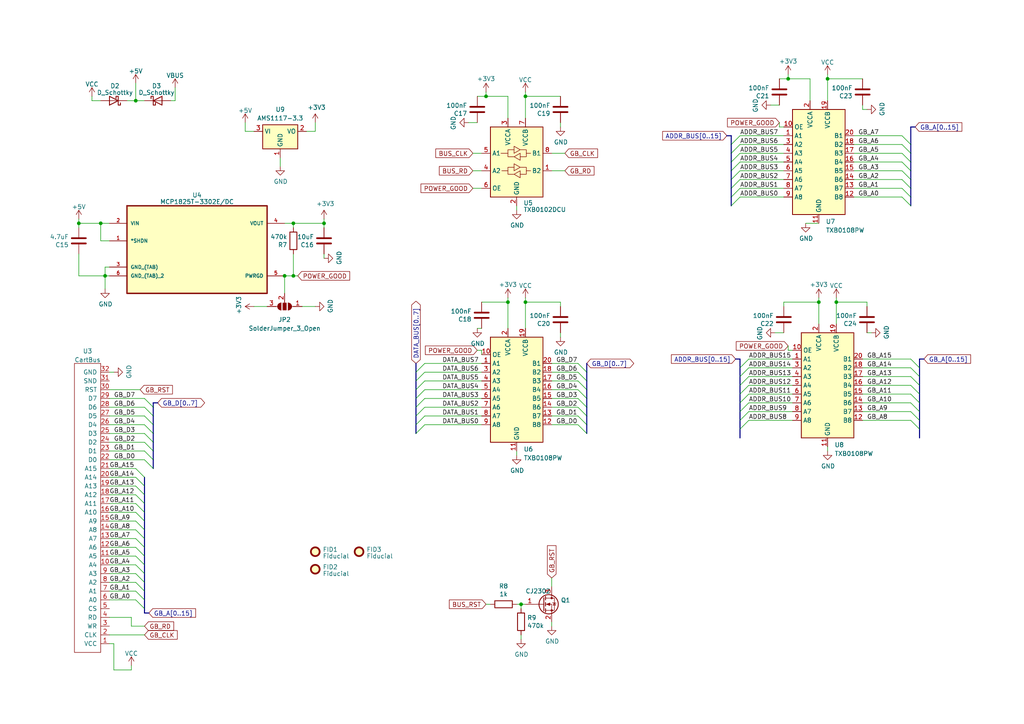
<source format=kicad_sch>
(kicad_sch (version 20230121) (generator eeschema)

  (uuid b736c252-9d58-4fca-8b59-12dec58c825e)

  (paper "A4")

  (lib_symbols
    (symbol "Device:C" (pin_numbers hide) (pin_names (offset 0.254)) (in_bom yes) (on_board yes)
      (property "Reference" "C" (at 0.635 2.54 0)
        (effects (font (size 1.27 1.27)) (justify left))
      )
      (property "Value" "C" (at 0.635 -2.54 0)
        (effects (font (size 1.27 1.27)) (justify left))
      )
      (property "Footprint" "" (at 0.9652 -3.81 0)
        (effects (font (size 1.27 1.27)) hide)
      )
      (property "Datasheet" "~" (at 0 0 0)
        (effects (font (size 1.27 1.27)) hide)
      )
      (property "ki_keywords" "cap capacitor" (at 0 0 0)
        (effects (font (size 1.27 1.27)) hide)
      )
      (property "ki_description" "Unpolarized capacitor" (at 0 0 0)
        (effects (font (size 1.27 1.27)) hide)
      )
      (property "ki_fp_filters" "C_*" (at 0 0 0)
        (effects (font (size 1.27 1.27)) hide)
      )
      (symbol "C_0_1"
        (polyline
          (pts
            (xy -2.032 -0.762)
            (xy 2.032 -0.762)
          )
          (stroke (width 0.508) (type default))
          (fill (type none))
        )
        (polyline
          (pts
            (xy -2.032 0.762)
            (xy 2.032 0.762)
          )
          (stroke (width 0.508) (type default))
          (fill (type none))
        )
      )
      (symbol "C_1_1"
        (pin passive line (at 0 3.81 270) (length 2.794)
          (name "~" (effects (font (size 1.27 1.27))))
          (number "1" (effects (font (size 1.27 1.27))))
        )
        (pin passive line (at 0 -3.81 90) (length 2.794)
          (name "~" (effects (font (size 1.27 1.27))))
          (number "2" (effects (font (size 1.27 1.27))))
        )
      )
    )
    (symbol "Device:D_Schottky" (pin_numbers hide) (pin_names (offset 1.016) hide) (in_bom yes) (on_board yes)
      (property "Reference" "D" (at 0 2.54 0)
        (effects (font (size 1.27 1.27)))
      )
      (property "Value" "D_Schottky" (at 0 -2.54 0)
        (effects (font (size 1.27 1.27)))
      )
      (property "Footprint" "" (at 0 0 0)
        (effects (font (size 1.27 1.27)) hide)
      )
      (property "Datasheet" "~" (at 0 0 0)
        (effects (font (size 1.27 1.27)) hide)
      )
      (property "ki_keywords" "diode Schottky" (at 0 0 0)
        (effects (font (size 1.27 1.27)) hide)
      )
      (property "ki_description" "Schottky diode" (at 0 0 0)
        (effects (font (size 1.27 1.27)) hide)
      )
      (property "ki_fp_filters" "TO-???* *_Diode_* *SingleDiode* D_*" (at 0 0 0)
        (effects (font (size 1.27 1.27)) hide)
      )
      (symbol "D_Schottky_0_1"
        (polyline
          (pts
            (xy 1.27 0)
            (xy -1.27 0)
          )
          (stroke (width 0) (type default))
          (fill (type none))
        )
        (polyline
          (pts
            (xy 1.27 1.27)
            (xy 1.27 -1.27)
            (xy -1.27 0)
            (xy 1.27 1.27)
          )
          (stroke (width 0.254) (type default))
          (fill (type none))
        )
        (polyline
          (pts
            (xy -1.905 0.635)
            (xy -1.905 1.27)
            (xy -1.27 1.27)
            (xy -1.27 -1.27)
            (xy -0.635 -1.27)
            (xy -0.635 -0.635)
          )
          (stroke (width 0.254) (type default))
          (fill (type none))
        )
      )
      (symbol "D_Schottky_1_1"
        (pin passive line (at -3.81 0 0) (length 2.54)
          (name "K" (effects (font (size 1.27 1.27))))
          (number "1" (effects (font (size 1.27 1.27))))
        )
        (pin passive line (at 3.81 0 180) (length 2.54)
          (name "A" (effects (font (size 1.27 1.27))))
          (number "2" (effects (font (size 1.27 1.27))))
        )
      )
    )
    (symbol "Device:Q_NMOS_GSD" (pin_names (offset 0) hide) (in_bom yes) (on_board yes)
      (property "Reference" "Q" (at 5.08 1.27 0)
        (effects (font (size 1.27 1.27)) (justify left))
      )
      (property "Value" "Q_NMOS_GSD" (at 5.08 -1.27 0)
        (effects (font (size 1.27 1.27)) (justify left))
      )
      (property "Footprint" "" (at 5.08 2.54 0)
        (effects (font (size 1.27 1.27)) hide)
      )
      (property "Datasheet" "~" (at 0 0 0)
        (effects (font (size 1.27 1.27)) hide)
      )
      (property "ki_keywords" "transistor NMOS N-MOS N-MOSFET" (at 0 0 0)
        (effects (font (size 1.27 1.27)) hide)
      )
      (property "ki_description" "N-MOSFET transistor, gate/source/drain" (at 0 0 0)
        (effects (font (size 1.27 1.27)) hide)
      )
      (symbol "Q_NMOS_GSD_0_1"
        (polyline
          (pts
            (xy 0.254 0)
            (xy -2.54 0)
          )
          (stroke (width 0) (type default))
          (fill (type none))
        )
        (polyline
          (pts
            (xy 0.254 1.905)
            (xy 0.254 -1.905)
          )
          (stroke (width 0.254) (type default))
          (fill (type none))
        )
        (polyline
          (pts
            (xy 0.762 -1.27)
            (xy 0.762 -2.286)
          )
          (stroke (width 0.254) (type default))
          (fill (type none))
        )
        (polyline
          (pts
            (xy 0.762 0.508)
            (xy 0.762 -0.508)
          )
          (stroke (width 0.254) (type default))
          (fill (type none))
        )
        (polyline
          (pts
            (xy 0.762 2.286)
            (xy 0.762 1.27)
          )
          (stroke (width 0.254) (type default))
          (fill (type none))
        )
        (polyline
          (pts
            (xy 2.54 2.54)
            (xy 2.54 1.778)
          )
          (stroke (width 0) (type default))
          (fill (type none))
        )
        (polyline
          (pts
            (xy 2.54 -2.54)
            (xy 2.54 0)
            (xy 0.762 0)
          )
          (stroke (width 0) (type default))
          (fill (type none))
        )
        (polyline
          (pts
            (xy 0.762 -1.778)
            (xy 3.302 -1.778)
            (xy 3.302 1.778)
            (xy 0.762 1.778)
          )
          (stroke (width 0) (type default))
          (fill (type none))
        )
        (polyline
          (pts
            (xy 1.016 0)
            (xy 2.032 0.381)
            (xy 2.032 -0.381)
            (xy 1.016 0)
          )
          (stroke (width 0) (type default))
          (fill (type outline))
        )
        (polyline
          (pts
            (xy 2.794 0.508)
            (xy 2.921 0.381)
            (xy 3.683 0.381)
            (xy 3.81 0.254)
          )
          (stroke (width 0) (type default))
          (fill (type none))
        )
        (polyline
          (pts
            (xy 3.302 0.381)
            (xy 2.921 -0.254)
            (xy 3.683 -0.254)
            (xy 3.302 0.381)
          )
          (stroke (width 0) (type default))
          (fill (type none))
        )
        (circle (center 1.651 0) (radius 2.794)
          (stroke (width 0.254) (type default))
          (fill (type none))
        )
        (circle (center 2.54 -1.778) (radius 0.254)
          (stroke (width 0) (type default))
          (fill (type outline))
        )
        (circle (center 2.54 1.778) (radius 0.254)
          (stroke (width 0) (type default))
          (fill (type outline))
        )
      )
      (symbol "Q_NMOS_GSD_1_1"
        (pin input line (at -5.08 0 0) (length 2.54)
          (name "G" (effects (font (size 1.27 1.27))))
          (number "1" (effects (font (size 1.27 1.27))))
        )
        (pin passive line (at 2.54 -5.08 90) (length 2.54)
          (name "S" (effects (font (size 1.27 1.27))))
          (number "2" (effects (font (size 1.27 1.27))))
        )
        (pin passive line (at 2.54 5.08 270) (length 2.54)
          (name "D" (effects (font (size 1.27 1.27))))
          (number "3" (effects (font (size 1.27 1.27))))
        )
      )
    )
    (symbol "Device:R" (pin_numbers hide) (pin_names (offset 0)) (in_bom yes) (on_board yes)
      (property "Reference" "R" (at 2.032 0 90)
        (effects (font (size 1.27 1.27)))
      )
      (property "Value" "R" (at 0 0 90)
        (effects (font (size 1.27 1.27)))
      )
      (property "Footprint" "" (at -1.778 0 90)
        (effects (font (size 1.27 1.27)) hide)
      )
      (property "Datasheet" "~" (at 0 0 0)
        (effects (font (size 1.27 1.27)) hide)
      )
      (property "ki_keywords" "R res resistor" (at 0 0 0)
        (effects (font (size 1.27 1.27)) hide)
      )
      (property "ki_description" "Resistor" (at 0 0 0)
        (effects (font (size 1.27 1.27)) hide)
      )
      (property "ki_fp_filters" "R_*" (at 0 0 0)
        (effects (font (size 1.27 1.27)) hide)
      )
      (symbol "R_0_1"
        (rectangle (start -1.016 -2.54) (end 1.016 2.54)
          (stroke (width 0.254) (type default))
          (fill (type none))
        )
      )
      (symbol "R_1_1"
        (pin passive line (at 0 3.81 270) (length 1.27)
          (name "~" (effects (font (size 1.27 1.27))))
          (number "1" (effects (font (size 1.27 1.27))))
        )
        (pin passive line (at 0 -3.81 90) (length 1.27)
          (name "~" (effects (font (size 1.27 1.27))))
          (number "2" (effects (font (size 1.27 1.27))))
        )
      )
    )
    (symbol "Gameboy:CartBus" (pin_names (offset 1.016)) (in_bom yes) (on_board yes)
      (property "Reference" "U?" (at 24.13 -11.43 0)
        (effects (font (size 1.27 1.27)))
      )
      (property "Value" "CartBus" (at 24.13 -8.89 0)
        (effects (font (size 1.27 1.27)))
      )
      (property "Footprint" "" (at 0 0 0)
        (effects (font (size 1.27 1.27)) hide)
      )
      (property "Datasheet" "" (at 0 0 0)
        (effects (font (size 1.27 1.27)) hide)
      )
      (symbol "CartBus_0_1"
        (rectangle (start 66.04 0) (end -17.78 -7.62)
          (stroke (width 0) (type default))
          (fill (type none))
        )
      )
      (symbol "CartBus_1_1"
        (pin unspecified line (at -15.24 2.54 270) (length 2.54)
          (name "VCC" (effects (font (size 1.27 1.27))))
          (number "1" (effects (font (size 1.27 1.27))))
        )
        (pin unspecified line (at 7.62 2.54 270) (length 2.54)
          (name "A4" (effects (font (size 1.27 1.27))))
          (number "10" (effects (font (size 1.27 1.27))))
        )
        (pin unspecified line (at 10.16 2.54 270) (length 2.54)
          (name "A5" (effects (font (size 1.27 1.27))))
          (number "11" (effects (font (size 1.27 1.27))))
        )
        (pin unspecified line (at 12.7 2.54 270) (length 2.54)
          (name "A6" (effects (font (size 1.27 1.27))))
          (number "12" (effects (font (size 1.27 1.27))))
        )
        (pin unspecified line (at 15.24 2.54 270) (length 2.54)
          (name "A7" (effects (font (size 1.27 1.27))))
          (number "13" (effects (font (size 1.27 1.27))))
        )
        (pin unspecified line (at 17.78 2.54 270) (length 2.54)
          (name "A8" (effects (font (size 1.27 1.27))))
          (number "14" (effects (font (size 1.27 1.27))))
        )
        (pin unspecified line (at 20.32 2.54 270) (length 2.54)
          (name "A9" (effects (font (size 1.27 1.27))))
          (number "15" (effects (font (size 1.27 1.27))))
        )
        (pin unspecified line (at 22.86 2.54 270) (length 2.54)
          (name "A10" (effects (font (size 1.27 1.27))))
          (number "16" (effects (font (size 1.27 1.27))))
        )
        (pin unspecified line (at 25.4 2.54 270) (length 2.54)
          (name "A11" (effects (font (size 1.27 1.27))))
          (number "17" (effects (font (size 1.27 1.27))))
        )
        (pin unspecified line (at 27.94 2.54 270) (length 2.54)
          (name "A12" (effects (font (size 1.27 1.27))))
          (number "18" (effects (font (size 1.27 1.27))))
        )
        (pin unspecified line (at 30.48 2.54 270) (length 2.54)
          (name "A13" (effects (font (size 1.27 1.27))))
          (number "19" (effects (font (size 1.27 1.27))))
        )
        (pin unspecified line (at -12.7 2.54 270) (length 2.54)
          (name "CLK~{}" (effects (font (size 1.27 1.27))))
          (number "2" (effects (font (size 1.27 1.27))))
        )
        (pin unspecified line (at 33.02 2.54 270) (length 2.54)
          (name "A14" (effects (font (size 1.27 1.27))))
          (number "20" (effects (font (size 1.27 1.27))))
        )
        (pin unspecified line (at 35.56 2.54 270) (length 2.54)
          (name "A15" (effects (font (size 1.27 1.27))))
          (number "21" (effects (font (size 1.27 1.27))))
        )
        (pin unspecified line (at 38.1 2.54 270) (length 2.54)
          (name "D0" (effects (font (size 1.27 1.27))))
          (number "22" (effects (font (size 1.27 1.27))))
        )
        (pin unspecified line (at 40.64 2.54 270) (length 2.54)
          (name "D1" (effects (font (size 1.27 1.27))))
          (number "23" (effects (font (size 1.27 1.27))))
        )
        (pin unspecified line (at 43.18 2.54 270) (length 2.54)
          (name "D2" (effects (font (size 1.27 1.27))))
          (number "24" (effects (font (size 1.27 1.27))))
        )
        (pin unspecified line (at 45.72 2.54 270) (length 2.54)
          (name "D3" (effects (font (size 1.27 1.27))))
          (number "25" (effects (font (size 1.27 1.27))))
        )
        (pin unspecified line (at 48.26 2.54 270) (length 2.54)
          (name "D4" (effects (font (size 1.27 1.27))))
          (number "26" (effects (font (size 1.27 1.27))))
        )
        (pin unspecified line (at 50.8 2.54 270) (length 2.54)
          (name "D5" (effects (font (size 1.27 1.27))))
          (number "27" (effects (font (size 1.27 1.27))))
        )
        (pin unspecified line (at 53.34 2.54 270) (length 2.54)
          (name "D6" (effects (font (size 1.27 1.27))))
          (number "28" (effects (font (size 1.27 1.27))))
        )
        (pin unspecified line (at 55.88 2.54 270) (length 2.54)
          (name "D7" (effects (font (size 1.27 1.27))))
          (number "29" (effects (font (size 1.27 1.27))))
        )
        (pin unspecified line (at -10.16 2.54 270) (length 2.54)
          (name "WR" (effects (font (size 1.27 1.27))))
          (number "3" (effects (font (size 1.27 1.27))))
        )
        (pin unspecified line (at 58.42 2.54 270) (length 2.54)
          (name "RST" (effects (font (size 1.27 1.27))))
          (number "30" (effects (font (size 1.27 1.27))))
        )
        (pin unspecified line (at 60.96 2.54 270) (length 2.54)
          (name "SND" (effects (font (size 1.27 1.27))))
          (number "31" (effects (font (size 1.27 1.27))))
        )
        (pin unspecified line (at 63.5 2.54 270) (length 2.54)
          (name "GND" (effects (font (size 1.27 1.27))))
          (number "32" (effects (font (size 1.27 1.27))))
        )
        (pin unspecified line (at -7.62 2.54 270) (length 2.54)
          (name "RD" (effects (font (size 1.27 1.27))))
          (number "4" (effects (font (size 1.27 1.27))))
        )
        (pin unspecified line (at -5.08 2.54 270) (length 2.54)
          (name "CS" (effects (font (size 1.27 1.27))))
          (number "5" (effects (font (size 1.27 1.27))))
        )
        (pin unspecified line (at -2.54 2.54 270) (length 2.54)
          (name "A0" (effects (font (size 1.27 1.27))))
          (number "6" (effects (font (size 1.27 1.27))))
        )
        (pin unspecified line (at 0 2.54 270) (length 2.54)
          (name "A1" (effects (font (size 1.27 1.27))))
          (number "7" (effects (font (size 1.27 1.27))))
        )
        (pin unspecified line (at 2.54 2.54 270) (length 2.54)
          (name "A2" (effects (font (size 1.27 1.27))))
          (number "8" (effects (font (size 1.27 1.27))))
        )
        (pin unspecified line (at 5.08 2.54 270) (length 2.54)
          (name "A3" (effects (font (size 1.27 1.27))))
          (number "9" (effects (font (size 1.27 1.27))))
        )
      )
    )
    (symbol "Jumper:SolderJumper_3_Open" (pin_names (offset 0) hide) (in_bom yes) (on_board yes)
      (property "Reference" "JP" (at -2.54 -2.54 0)
        (effects (font (size 1.27 1.27)))
      )
      (property "Value" "SolderJumper_3_Open" (at 0 2.794 0)
        (effects (font (size 1.27 1.27)))
      )
      (property "Footprint" "" (at 0 0 0)
        (effects (font (size 1.27 1.27)) hide)
      )
      (property "Datasheet" "~" (at 0 0 0)
        (effects (font (size 1.27 1.27)) hide)
      )
      (property "ki_keywords" "Solder Jumper SPDT" (at 0 0 0)
        (effects (font (size 1.27 1.27)) hide)
      )
      (property "ki_description" "Solder Jumper, 3-pole, open" (at 0 0 0)
        (effects (font (size 1.27 1.27)) hide)
      )
      (property "ki_fp_filters" "SolderJumper*Open*" (at 0 0 0)
        (effects (font (size 1.27 1.27)) hide)
      )
      (symbol "SolderJumper_3_Open_0_1"
        (arc (start -1.016 1.016) (mid -2.0276 0) (end -1.016 -1.016)
          (stroke (width 0) (type default))
          (fill (type none))
        )
        (arc (start -1.016 1.016) (mid -2.0276 0) (end -1.016 -1.016)
          (stroke (width 0) (type default))
          (fill (type outline))
        )
        (rectangle (start -0.508 1.016) (end 0.508 -1.016)
          (stroke (width 0) (type default))
          (fill (type outline))
        )
        (polyline
          (pts
            (xy -2.54 0)
            (xy -2.032 0)
          )
          (stroke (width 0) (type default))
          (fill (type none))
        )
        (polyline
          (pts
            (xy -1.016 1.016)
            (xy -1.016 -1.016)
          )
          (stroke (width 0) (type default))
          (fill (type none))
        )
        (polyline
          (pts
            (xy 0 -1.27)
            (xy 0 -1.016)
          )
          (stroke (width 0) (type default))
          (fill (type none))
        )
        (polyline
          (pts
            (xy 1.016 1.016)
            (xy 1.016 -1.016)
          )
          (stroke (width 0) (type default))
          (fill (type none))
        )
        (polyline
          (pts
            (xy 2.54 0)
            (xy 2.032 0)
          )
          (stroke (width 0) (type default))
          (fill (type none))
        )
        (arc (start 1.016 -1.016) (mid 2.0276 0) (end 1.016 1.016)
          (stroke (width 0) (type default))
          (fill (type none))
        )
        (arc (start 1.016 -1.016) (mid 2.0276 0) (end 1.016 1.016)
          (stroke (width 0) (type default))
          (fill (type outline))
        )
      )
      (symbol "SolderJumper_3_Open_1_1"
        (pin passive line (at -5.08 0 0) (length 2.54)
          (name "A" (effects (font (size 1.27 1.27))))
          (number "1" (effects (font (size 1.27 1.27))))
        )
        (pin passive line (at 0 -3.81 90) (length 2.54)
          (name "C" (effects (font (size 1.27 1.27))))
          (number "2" (effects (font (size 1.27 1.27))))
        )
        (pin passive line (at 5.08 0 180) (length 2.54)
          (name "B" (effects (font (size 1.27 1.27))))
          (number "3" (effects (font (size 1.27 1.27))))
        )
      )
    )
    (symbol "Logic_LevelTranslator:TXB0102DCU" (in_bom yes) (on_board yes)
      (property "Reference" "U" (at -6.35 11.43 0)
        (effects (font (size 1.27 1.27)))
      )
      (property "Value" "TXB0102DCU" (at 3.81 11.43 0)
        (effects (font (size 1.27 1.27)) (justify left))
      )
      (property "Footprint" "Package_SO:VSSOP-8_2.4x2.1mm_P0.5mm" (at 0 -13.97 0)
        (effects (font (size 1.27 1.27)) hide)
      )
      (property "Datasheet" "http://www.ti.com/lit/ds/symlink/txb0102.pdf" (at 0 -0.762 0)
        (effects (font (size 1.27 1.27)) hide)
      )
      (property "ki_keywords" "Level-Shifter CMOS-TTL-Translation" (at 0 0 0)
        (effects (font (size 1.27 1.27)) hide)
      )
      (property "ki_description" "2-Bit Bidirectional Voltage-Level Translator in VSSOP Package With Auto Direction Sensing and ±15-kV ESD Protection" (at 0 0 0)
        (effects (font (size 1.27 1.27)) hide)
      )
      (property "ki_fp_filters" "VSSOP*P0.5mm*" (at 0 0 0)
        (effects (font (size 1.27 1.27)) hide)
      )
      (symbol "TXB0102DCU_0_1"
        (rectangle (start -7.62 10.16) (end 7.62 -10.16)
          (stroke (width 0.254) (type default))
          (fill (type background))
        )
        (polyline
          (pts
            (xy -2.54 -2.54)
            (xy -2.54 -1.524)
            (xy -0.762 -1.524)
          )
          (stroke (width 0) (type default))
          (fill (type none))
        )
        (polyline
          (pts
            (xy -2.54 2.54)
            (xy -2.54 3.556)
            (xy -0.762 3.556)
          )
          (stroke (width 0) (type default))
          (fill (type none))
        )
        (polyline
          (pts
            (xy 2.794 -2.54)
            (xy 2.794 -3.556)
            (xy 1.016 -3.556)
          )
          (stroke (width 0) (type default))
          (fill (type none))
        )
        (polyline
          (pts
            (xy 2.794 2.54)
            (xy 2.794 1.524)
            (xy 1.016 1.524)
          )
          (stroke (width 0) (type default))
          (fill (type none))
        )
        (polyline
          (pts
            (xy -0.762 -3.556)
            (xy -2.54 -3.556)
            (xy -2.54 -2.54)
            (xy -4.318 -2.54)
          )
          (stroke (width 0) (type default))
          (fill (type none))
        )
        (polyline
          (pts
            (xy -0.762 -2.54)
            (xy -0.762 -0.508)
            (xy 1.016 -1.524)
            (xy -0.762 -2.54)
          )
          (stroke (width 0) (type default))
          (fill (type none))
        )
        (polyline
          (pts
            (xy -0.762 1.524)
            (xy -2.54 1.524)
            (xy -2.54 2.54)
            (xy -4.572 2.54)
          )
          (stroke (width 0) (type default))
          (fill (type none))
        )
        (polyline
          (pts
            (xy -0.762 2.54)
            (xy -0.762 4.572)
            (xy 1.016 3.556)
            (xy -0.762 2.54)
          )
          (stroke (width 0) (type default))
          (fill (type none))
        )
        (polyline
          (pts
            (xy 1.016 -2.54)
            (xy 1.016 -4.572)
            (xy -0.762 -3.556)
            (xy 1.016 -2.54)
          )
          (stroke (width 0) (type default))
          (fill (type none))
        )
        (polyline
          (pts
            (xy 1.016 -1.524)
            (xy 2.794 -1.524)
            (xy 2.794 -2.54)
            (xy 4.064 -2.54)
          )
          (stroke (width 0) (type default))
          (fill (type none))
        )
        (polyline
          (pts
            (xy 1.016 3.556)
            (xy 2.794 3.556)
            (xy 2.794 2.54)
            (xy 4.064 2.54)
          )
          (stroke (width 0) (type default))
          (fill (type none))
        )
        (polyline
          (pts
            (xy 1.016 2.54)
            (xy 1.016 0.762)
            (xy 1.016 0.508)
            (xy -0.762 1.524)
            (xy 1.016 2.54)
          )
          (stroke (width 0) (type default))
          (fill (type none))
        )
      )
      (symbol "TXB0102DCU_1_1"
        (pin bidirectional line (at 10.16 -2.54 180) (length 2.54)
          (name "B2" (effects (font (size 1.27 1.27))))
          (number "1" (effects (font (size 1.27 1.27))))
        )
        (pin power_in line (at 0 -12.7 90) (length 2.54)
          (name "GND" (effects (font (size 1.27 1.27))))
          (number "2" (effects (font (size 1.27 1.27))))
        )
        (pin power_in line (at -2.54 12.7 270) (length 2.54)
          (name "VCCA" (effects (font (size 1.27 1.27))))
          (number "3" (effects (font (size 1.27 1.27))))
        )
        (pin bidirectional line (at -10.16 -2.54 0) (length 2.54)
          (name "A2" (effects (font (size 1.27 1.27))))
          (number "4" (effects (font (size 1.27 1.27))))
        )
        (pin bidirectional line (at -10.16 2.54 0) (length 2.54)
          (name "A1" (effects (font (size 1.27 1.27))))
          (number "5" (effects (font (size 1.27 1.27))))
        )
        (pin input line (at -10.16 -7.62 0) (length 2.54)
          (name "OE" (effects (font (size 1.27 1.27))))
          (number "6" (effects (font (size 1.27 1.27))))
        )
        (pin power_in line (at 2.54 12.7 270) (length 2.54)
          (name "VCCB" (effects (font (size 1.27 1.27))))
          (number "7" (effects (font (size 1.27 1.27))))
        )
        (pin bidirectional line (at 10.16 2.54 180) (length 2.54)
          (name "B1" (effects (font (size 1.27 1.27))))
          (number "8" (effects (font (size 1.27 1.27))))
        )
      )
    )
    (symbol "Logic_LevelTranslator:TXS0108EPW" (in_bom yes) (on_board yes)
      (property "Reference" "U" (at -6.35 16.51 0)
        (effects (font (size 1.27 1.27)))
      )
      (property "Value" "TXS0108EPW" (at 3.81 16.51 0)
        (effects (font (size 1.27 1.27)) (justify left))
      )
      (property "Footprint" "Package_SO:TSSOP-20_4.4x6.5mm_P0.65mm" (at 0 -19.05 0)
        (effects (font (size 1.27 1.27)) hide)
      )
      (property "Datasheet" "www.ti.com/lit/ds/symlink/txs0108e.pdf" (at 0 -2.54 0)
        (effects (font (size 1.27 1.27)) hide)
      )
      (property "ki_keywords" "8-bit" (at 0 0 0)
        (effects (font (size 1.27 1.27)) hide)
      )
      (property "ki_description" "Bidirectional  level-shifting voltage translator, TSSOP-20" (at 0 0 0)
        (effects (font (size 1.27 1.27)) hide)
      )
      (property "ki_fp_filters" "*SSOP*4.4x6.5mm*P0.65mm*" (at 0 0 0)
        (effects (font (size 1.27 1.27)) hide)
      )
      (symbol "TXS0108EPW_0_1"
        (rectangle (start -7.62 15.24) (end 7.62 -15.24)
          (stroke (width 0.254) (type default))
          (fill (type background))
        )
      )
      (symbol "TXS0108EPW_1_1"
        (pin bidirectional line (at -10.16 7.62 0) (length 2.54)
          (name "A1" (effects (font (size 1.27 1.27))))
          (number "1" (effects (font (size 1.27 1.27))))
        )
        (pin input line (at -10.16 10.16 0) (length 2.54)
          (name "OE" (effects (font (size 1.27 1.27))))
          (number "10" (effects (font (size 1.27 1.27))))
        )
        (pin power_in line (at 0 -17.78 90) (length 2.54)
          (name "GND" (effects (font (size 1.27 1.27))))
          (number "11" (effects (font (size 1.27 1.27))))
        )
        (pin bidirectional line (at 10.16 -10.16 180) (length 2.54)
          (name "B8" (effects (font (size 1.27 1.27))))
          (number "12" (effects (font (size 1.27 1.27))))
        )
        (pin bidirectional line (at 10.16 -7.62 180) (length 2.54)
          (name "B7" (effects (font (size 1.27 1.27))))
          (number "13" (effects (font (size 1.27 1.27))))
        )
        (pin bidirectional line (at 10.16 -5.08 180) (length 2.54)
          (name "B6" (effects (font (size 1.27 1.27))))
          (number "14" (effects (font (size 1.27 1.27))))
        )
        (pin bidirectional line (at 10.16 -2.54 180) (length 2.54)
          (name "B5" (effects (font (size 1.27 1.27))))
          (number "15" (effects (font (size 1.27 1.27))))
        )
        (pin bidirectional line (at 10.16 0 180) (length 2.54)
          (name "B4" (effects (font (size 1.27 1.27))))
          (number "16" (effects (font (size 1.27 1.27))))
        )
        (pin bidirectional line (at 10.16 2.54 180) (length 2.54)
          (name "B3" (effects (font (size 1.27 1.27))))
          (number "17" (effects (font (size 1.27 1.27))))
        )
        (pin bidirectional line (at 10.16 5.08 180) (length 2.54)
          (name "B2" (effects (font (size 1.27 1.27))))
          (number "18" (effects (font (size 1.27 1.27))))
        )
        (pin power_in line (at 2.54 17.78 270) (length 2.54)
          (name "VCCB" (effects (font (size 1.27 1.27))))
          (number "19" (effects (font (size 1.27 1.27))))
        )
        (pin power_in line (at -2.54 17.78 270) (length 2.54)
          (name "VCCA" (effects (font (size 1.27 1.27))))
          (number "2" (effects (font (size 1.27 1.27))))
        )
        (pin bidirectional line (at 10.16 7.62 180) (length 2.54)
          (name "B1" (effects (font (size 1.27 1.27))))
          (number "20" (effects (font (size 1.27 1.27))))
        )
        (pin bidirectional line (at -10.16 5.08 0) (length 2.54)
          (name "A2" (effects (font (size 1.27 1.27))))
          (number "3" (effects (font (size 1.27 1.27))))
        )
        (pin bidirectional line (at -10.16 2.54 0) (length 2.54)
          (name "A3" (effects (font (size 1.27 1.27))))
          (number "4" (effects (font (size 1.27 1.27))))
        )
        (pin bidirectional line (at -10.16 0 0) (length 2.54)
          (name "A4" (effects (font (size 1.27 1.27))))
          (number "5" (effects (font (size 1.27 1.27))))
        )
        (pin bidirectional line (at -10.16 -2.54 0) (length 2.54)
          (name "A5" (effects (font (size 1.27 1.27))))
          (number "6" (effects (font (size 1.27 1.27))))
        )
        (pin bidirectional line (at -10.16 -5.08 0) (length 2.54)
          (name "A6" (effects (font (size 1.27 1.27))))
          (number "7" (effects (font (size 1.27 1.27))))
        )
        (pin bidirectional line (at -10.16 -7.62 0) (length 2.54)
          (name "A7" (effects (font (size 1.27 1.27))))
          (number "8" (effects (font (size 1.27 1.27))))
        )
        (pin bidirectional line (at -10.16 -10.16 0) (length 2.54)
          (name "A8" (effects (font (size 1.27 1.27))))
          (number "9" (effects (font (size 1.27 1.27))))
        )
      )
    )
    (symbol "MCP1825T-3302E_DC:MCP1825T-3302E/DC" (pin_names (offset 1.016)) (in_bom yes) (on_board yes)
      (property "Reference" "U10" (at 0 13.2461 0)
        (effects (font (size 1.27 1.27)))
      )
      (property "Value" "MCP1825T-3302E/DC" (at 0 11.3251 0)
        (effects (font (size 1.27 1.27)))
      )
      (property "Footprint" "SOT230P700X180-6N" (at 0 0 0)
        (effects (font (size 1.27 1.27)) (justify bottom) hide)
      )
      (property "Datasheet" "" (at 0 0 0)
        (effects (font (size 1.27 1.27)) hide)
      )
      (property "PACKAGE" "SOT223-5" (at 0 0 0)
        (effects (font (size 1.27 1.27)) (justify bottom) hide)
      )
      (property "OC_NEWARK" "40M0718" (at 0 0 0)
        (effects (font (size 1.27 1.27)) (justify bottom) hide)
      )
      (property "OC_FARNELL" "1578408" (at 0 0 0)
        (effects (font (size 1.27 1.27)) (justify bottom) hide)
      )
      (property "MPN" "MCP1825T-3302E/DC" (at 0 0 0)
        (effects (font (size 1.27 1.27)) (justify bottom) hide)
      )
      (property "SUPPLIER" "Microchip" (at 0 0 0)
        (effects (font (size 1.27 1.27)) (justify bottom) hide)
      )
      (symbol "MCP1825T-3302E/DC_0_0"
        (rectangle (start -20.32 -15.24) (end 20.32 10.16)
          (stroke (width 0.4064) (type default))
          (fill (type background))
        )
        (pin input line (at -25.4 0 0) (length 5.08)
          (name "*SHDN" (effects (font (size 1.016 1.016))))
          (number "1" (effects (font (size 1.016 1.016))))
        )
        (pin input line (at -25.4 5.08 0) (length 5.08)
          (name "VIN" (effects (font (size 1.016 1.016))))
          (number "2" (effects (font (size 1.016 1.016))))
        )
        (pin passive line (at -25.4 -7.62 0) (length 5.08)
          (name "GND_(TAB)" (effects (font (size 1.016 1.016))))
          (number "3" (effects (font (size 1.016 1.016))))
        )
        (pin output line (at 25.4 5.08 180) (length 5.08)
          (name "VOUT" (effects (font (size 1.016 1.016))))
          (number "4" (effects (font (size 1.016 1.016))))
        )
        (pin input line (at 25.4 -10.16 180) (length 5.08)
          (name "PWRGD" (effects (font (size 1.016 1.016))))
          (number "5" (effects (font (size 1.016 1.016))))
        )
        (pin passive line (at -25.4 -10.16 0) (length 5.08)
          (name "GND_(TAB)_2" (effects (font (size 1.016 1.016))))
          (number "6" (effects (font (size 1.016 1.016))))
        )
      )
    )
    (symbol "Mechanical:Fiducial" (in_bom yes) (on_board yes)
      (property "Reference" "FID" (at 0 5.08 0)
        (effects (font (size 1.27 1.27)))
      )
      (property "Value" "Fiducial" (at 0 3.175 0)
        (effects (font (size 1.27 1.27)))
      )
      (property "Footprint" "" (at 0 0 0)
        (effects (font (size 1.27 1.27)) hide)
      )
      (property "Datasheet" "~" (at 0 0 0)
        (effects (font (size 1.27 1.27)) hide)
      )
      (property "ki_keywords" "fiducial marker" (at 0 0 0)
        (effects (font (size 1.27 1.27)) hide)
      )
      (property "ki_description" "Fiducial Marker" (at 0 0 0)
        (effects (font (size 1.27 1.27)) hide)
      )
      (property "ki_fp_filters" "Fiducial*" (at 0 0 0)
        (effects (font (size 1.27 1.27)) hide)
      )
      (symbol "Fiducial_0_1"
        (circle (center 0 0) (radius 1.27)
          (stroke (width 0.508) (type default))
          (fill (type background))
        )
      )
    )
    (symbol "Regulator_Linear:AMS1117-3.3" (in_bom yes) (on_board yes)
      (property "Reference" "U" (at -3.81 3.175 0)
        (effects (font (size 1.27 1.27)))
      )
      (property "Value" "AMS1117-3.3" (at 0 3.175 0)
        (effects (font (size 1.27 1.27)) (justify left))
      )
      (property "Footprint" "Package_TO_SOT_SMD:SOT-223-3_TabPin2" (at 0 5.08 0)
        (effects (font (size 1.27 1.27)) hide)
      )
      (property "Datasheet" "http://www.advanced-monolithic.com/pdf/ds1117.pdf" (at 2.54 -6.35 0)
        (effects (font (size 1.27 1.27)) hide)
      )
      (property "ki_keywords" "linear regulator ldo fixed positive" (at 0 0 0)
        (effects (font (size 1.27 1.27)) hide)
      )
      (property "ki_description" "1A Low Dropout regulator, positive, 3.3V fixed output, SOT-223" (at 0 0 0)
        (effects (font (size 1.27 1.27)) hide)
      )
      (property "ki_fp_filters" "SOT?223*TabPin2*" (at 0 0 0)
        (effects (font (size 1.27 1.27)) hide)
      )
      (symbol "AMS1117-3.3_0_1"
        (rectangle (start -5.08 -5.08) (end 5.08 1.905)
          (stroke (width 0.254) (type default))
          (fill (type background))
        )
      )
      (symbol "AMS1117-3.3_1_1"
        (pin power_in line (at 0 -7.62 90) (length 2.54)
          (name "GND" (effects (font (size 1.27 1.27))))
          (number "1" (effects (font (size 1.27 1.27))))
        )
        (pin power_out line (at 7.62 0 180) (length 2.54)
          (name "VO" (effects (font (size 1.27 1.27))))
          (number "2" (effects (font (size 1.27 1.27))))
        )
        (pin power_in line (at -7.62 0 0) (length 2.54)
          (name "VI" (effects (font (size 1.27 1.27))))
          (number "3" (effects (font (size 1.27 1.27))))
        )
      )
    )
    (symbol "power:+3V3" (power) (pin_names (offset 0)) (in_bom yes) (on_board yes)
      (property "Reference" "#PWR" (at 0 -3.81 0)
        (effects (font (size 1.27 1.27)) hide)
      )
      (property "Value" "+3V3" (at 0 3.556 0)
        (effects (font (size 1.27 1.27)))
      )
      (property "Footprint" "" (at 0 0 0)
        (effects (font (size 1.27 1.27)) hide)
      )
      (property "Datasheet" "" (at 0 0 0)
        (effects (font (size 1.27 1.27)) hide)
      )
      (property "ki_keywords" "global power" (at 0 0 0)
        (effects (font (size 1.27 1.27)) hide)
      )
      (property "ki_description" "Power symbol creates a global label with name \"+3V3\"" (at 0 0 0)
        (effects (font (size 1.27 1.27)) hide)
      )
      (symbol "+3V3_0_1"
        (polyline
          (pts
            (xy -0.762 1.27)
            (xy 0 2.54)
          )
          (stroke (width 0) (type default))
          (fill (type none))
        )
        (polyline
          (pts
            (xy 0 0)
            (xy 0 2.54)
          )
          (stroke (width 0) (type default))
          (fill (type none))
        )
        (polyline
          (pts
            (xy 0 2.54)
            (xy 0.762 1.27)
          )
          (stroke (width 0) (type default))
          (fill (type none))
        )
      )
      (symbol "+3V3_1_1"
        (pin power_in line (at 0 0 90) (length 0) hide
          (name "+3V3" (effects (font (size 1.27 1.27))))
          (number "1" (effects (font (size 1.27 1.27))))
        )
      )
    )
    (symbol "power:+5V" (power) (pin_names (offset 0)) (in_bom yes) (on_board yes)
      (property "Reference" "#PWR" (at 0 -3.81 0)
        (effects (font (size 1.27 1.27)) hide)
      )
      (property "Value" "+5V" (at 0 3.556 0)
        (effects (font (size 1.27 1.27)))
      )
      (property "Footprint" "" (at 0 0 0)
        (effects (font (size 1.27 1.27)) hide)
      )
      (property "Datasheet" "" (at 0 0 0)
        (effects (font (size 1.27 1.27)) hide)
      )
      (property "ki_keywords" "global power" (at 0 0 0)
        (effects (font (size 1.27 1.27)) hide)
      )
      (property "ki_description" "Power symbol creates a global label with name \"+5V\"" (at 0 0 0)
        (effects (font (size 1.27 1.27)) hide)
      )
      (symbol "+5V_0_1"
        (polyline
          (pts
            (xy -0.762 1.27)
            (xy 0 2.54)
          )
          (stroke (width 0) (type default))
          (fill (type none))
        )
        (polyline
          (pts
            (xy 0 0)
            (xy 0 2.54)
          )
          (stroke (width 0) (type default))
          (fill (type none))
        )
        (polyline
          (pts
            (xy 0 2.54)
            (xy 0.762 1.27)
          )
          (stroke (width 0) (type default))
          (fill (type none))
        )
      )
      (symbol "+5V_1_1"
        (pin power_in line (at 0 0 90) (length 0) hide
          (name "+5V" (effects (font (size 1.27 1.27))))
          (number "1" (effects (font (size 1.27 1.27))))
        )
      )
    )
    (symbol "power:GND" (power) (pin_names (offset 0)) (in_bom yes) (on_board yes)
      (property "Reference" "#PWR" (at 0 -6.35 0)
        (effects (font (size 1.27 1.27)) hide)
      )
      (property "Value" "GND" (at 0 -3.81 0)
        (effects (font (size 1.27 1.27)))
      )
      (property "Footprint" "" (at 0 0 0)
        (effects (font (size 1.27 1.27)) hide)
      )
      (property "Datasheet" "" (at 0 0 0)
        (effects (font (size 1.27 1.27)) hide)
      )
      (property "ki_keywords" "global power" (at 0 0 0)
        (effects (font (size 1.27 1.27)) hide)
      )
      (property "ki_description" "Power symbol creates a global label with name \"GND\" , ground" (at 0 0 0)
        (effects (font (size 1.27 1.27)) hide)
      )
      (symbol "GND_0_1"
        (polyline
          (pts
            (xy 0 0)
            (xy 0 -1.27)
            (xy 1.27 -1.27)
            (xy 0 -2.54)
            (xy -1.27 -1.27)
            (xy 0 -1.27)
          )
          (stroke (width 0) (type default))
          (fill (type none))
        )
      )
      (symbol "GND_1_1"
        (pin power_in line (at 0 0 270) (length 0) hide
          (name "GND" (effects (font (size 1.27 1.27))))
          (number "1" (effects (font (size 1.27 1.27))))
        )
      )
    )
    (symbol "power:VBUS" (power) (pin_names (offset 0)) (in_bom yes) (on_board yes)
      (property "Reference" "#PWR" (at 0 -3.81 0)
        (effects (font (size 1.27 1.27)) hide)
      )
      (property "Value" "VBUS" (at 0 3.81 0)
        (effects (font (size 1.27 1.27)))
      )
      (property "Footprint" "" (at 0 0 0)
        (effects (font (size 1.27 1.27)) hide)
      )
      (property "Datasheet" "" (at 0 0 0)
        (effects (font (size 1.27 1.27)) hide)
      )
      (property "ki_keywords" "global power" (at 0 0 0)
        (effects (font (size 1.27 1.27)) hide)
      )
      (property "ki_description" "Power symbol creates a global label with name \"VBUS\"" (at 0 0 0)
        (effects (font (size 1.27 1.27)) hide)
      )
      (symbol "VBUS_0_1"
        (polyline
          (pts
            (xy -0.762 1.27)
            (xy 0 2.54)
          )
          (stroke (width 0) (type default))
          (fill (type none))
        )
        (polyline
          (pts
            (xy 0 0)
            (xy 0 2.54)
          )
          (stroke (width 0) (type default))
          (fill (type none))
        )
        (polyline
          (pts
            (xy 0 2.54)
            (xy 0.762 1.27)
          )
          (stroke (width 0) (type default))
          (fill (type none))
        )
      )
      (symbol "VBUS_1_1"
        (pin power_in line (at 0 0 90) (length 0) hide
          (name "VBUS" (effects (font (size 1.27 1.27))))
          (number "1" (effects (font (size 1.27 1.27))))
        )
      )
    )
    (symbol "power:VCC" (power) (pin_names (offset 0)) (in_bom yes) (on_board yes)
      (property "Reference" "#PWR" (at 0 -3.81 0)
        (effects (font (size 1.27 1.27)) hide)
      )
      (property "Value" "VCC" (at 0 3.81 0)
        (effects (font (size 1.27 1.27)))
      )
      (property "Footprint" "" (at 0 0 0)
        (effects (font (size 1.27 1.27)) hide)
      )
      (property "Datasheet" "" (at 0 0 0)
        (effects (font (size 1.27 1.27)) hide)
      )
      (property "ki_keywords" "global power" (at 0 0 0)
        (effects (font (size 1.27 1.27)) hide)
      )
      (property "ki_description" "Power symbol creates a global label with name \"VCC\"" (at 0 0 0)
        (effects (font (size 1.27 1.27)) hide)
      )
      (symbol "VCC_0_1"
        (polyline
          (pts
            (xy -0.762 1.27)
            (xy 0 2.54)
          )
          (stroke (width 0) (type default))
          (fill (type none))
        )
        (polyline
          (pts
            (xy 0 0)
            (xy 0 2.54)
          )
          (stroke (width 0) (type default))
          (fill (type none))
        )
        (polyline
          (pts
            (xy 0 2.54)
            (xy 0.762 1.27)
          )
          (stroke (width 0) (type default))
          (fill (type none))
        )
      )
      (symbol "VCC_1_1"
        (pin power_in line (at 0 0 90) (length 0) hide
          (name "VCC" (effects (font (size 1.27 1.27))))
          (number "1" (effects (font (size 1.27 1.27))))
        )
      )
    )
  )

  (junction (at 152.4 87.63) (diameter 0) (color 0 0 0 0)
    (uuid 0eab4026-2261-4720-8a66-f3b2a42c0570)
  )
  (junction (at 140.97 27.94) (diameter 0) (color 0 0 0 0)
    (uuid 17fe0e55-7e7e-4bd5-8af6-4a5442485e23)
  )
  (junction (at 82.55 80.01) (diameter 0) (color 0 0 0 0)
    (uuid 1cbeee69-6b2f-42e8-b710-886efa937116)
  )
  (junction (at 22.86 64.77) (diameter 0) (color 0 0 0 0)
    (uuid 26140f13-5973-491b-aaf4-d09d493700f6)
  )
  (junction (at 39.37 29.21) (diameter 0) (color 0 0 0 0)
    (uuid 4b22ea51-5fdf-43ef-94bc-01c6782e27d0)
  )
  (junction (at 85.09 80.01) (diameter 0) (color 0 0 0 0)
    (uuid 5da0ef21-b3ee-43fd-9f51-6f124e19dd3f)
  )
  (junction (at 152.4 27.94) (diameter 0) (color 0 0 0 0)
    (uuid 61f516a1-ac6d-4ba1-bc74-8c7d49634c93)
  )
  (junction (at 93.98 64.77) (diameter 0) (color 0 0 0 0)
    (uuid 7ee5ca98-b5f6-40e9-afd5-d017ef1973f0)
  )
  (junction (at 85.09 64.77) (diameter 0) (color 0 0 0 0)
    (uuid 8b4f34b3-2cec-4d41-9f29-1f24b83a8826)
  )
  (junction (at 30.48 80.01) (diameter 0) (color 0 0 0 0)
    (uuid 94d456c1-903b-4a58-9680-c00eab53a098)
  )
  (junction (at 237.49 87.63) (diameter 0) (color 0 0 0 0)
    (uuid 967eef2a-fd87-4d7e-a6e0-ca1be43f31e1)
  )
  (junction (at 151.13 175.26) (diameter 0) (color 0 0 0 0)
    (uuid 9f52fbd7-c09f-4385-8423-0649a310062a)
  )
  (junction (at 240.03 22.86) (diameter 0) (color 0 0 0 0)
    (uuid a6d22888-facf-4c20-99af-610c1fa2d677)
  )
  (junction (at 147.32 87.63) (diameter 0) (color 0 0 0 0)
    (uuid a9f89ff0-8494-45ec-a577-9a6eedb91f8b)
  )
  (junction (at 242.57 87.63) (diameter 0) (color 0 0 0 0)
    (uuid c7749a7e-4d0a-4215-a1e0-6ce1a0984349)
  )
  (junction (at 228.6 22.86) (diameter 0) (color 0 0 0 0)
    (uuid dbf95b28-5820-4d52-b680-0abd81d2bd27)
  )
  (junction (at 29.21 64.77) (diameter 0) (color 0 0 0 0)
    (uuid e58f455e-6a89-4c7c-a201-1d231cad06d0)
  )

  (bus_entry (at 264.16 109.22) (size 2.54 2.54)
    (stroke (width 0) (type default))
    (uuid 02961c1d-3eeb-460f-839a-e649d009da2a)
  )
  (bus_entry (at 264.16 106.68) (size 2.54 2.54)
    (stroke (width 0) (type default))
    (uuid 06873216-7ea6-4e5c-875f-5d528246e221)
  )
  (bus_entry (at 264.16 111.76) (size 2.54 2.54)
    (stroke (width 0) (type default))
    (uuid 0a8502cc-0e0d-4600-b4e2-8bd0e9c51bf2)
  )
  (bus_entry (at 167.64 107.95) (size 2.54 2.54)
    (stroke (width 0) (type default))
    (uuid 0ec3931a-1643-4816-859d-243a3864f905)
  )
  (bus_entry (at 41.91 123.19) (size 2.54 2.54)
    (stroke (width 0) (type default))
    (uuid 10d50dd5-fada-44f6-ab93-b4911aa9ea88)
  )
  (bus_entry (at 39.37 138.43) (size 2.54 2.54)
    (stroke (width 0) (type default))
    (uuid 116d7357-394d-46b3-98a2-0665f6630707)
  )
  (bus_entry (at 261.62 41.91) (size 2.54 2.54)
    (stroke (width 0) (type default))
    (uuid 12fc89fe-7351-4f36-b546-b7c76c44e9b6)
  )
  (bus_entry (at 261.62 54.61) (size 2.54 2.54)
    (stroke (width 0) (type default))
    (uuid 1abcf180-93d6-476e-8de4-8cd258209fa8)
  )
  (bus_entry (at 120.65 110.49) (size 2.54 -2.54)
    (stroke (width 0) (type default))
    (uuid 1af714d9-532f-435f-a3c8-f16e4f6ec21d)
  )
  (bus_entry (at 167.64 115.57) (size 2.54 2.54)
    (stroke (width 0) (type default))
    (uuid 1e4e25b1-c824-4ced-ad33-3a732a4c06c6)
  )
  (bus_entry (at 264.16 104.14) (size 2.54 2.54)
    (stroke (width 0) (type default))
    (uuid 2633f6f3-9e6d-42cc-b9c6-931e83ff447b)
  )
  (bus_entry (at 261.62 46.99) (size 2.54 2.54)
    (stroke (width 0) (type default))
    (uuid 296d2c13-0ae0-4ec1-91c6-712b5d39683b)
  )
  (bus_entry (at 214.63 111.76) (size 2.54 -2.54)
    (stroke (width 0) (type default))
    (uuid 29945841-eca0-4fae-905f-487917ede1df)
  )
  (bus_entry (at 212.09 41.91) (size 2.54 -2.54)
    (stroke (width 0) (type default))
    (uuid 323dfd52-db8f-4a3a-bda0-51065f6fa81d)
  )
  (bus_entry (at 214.63 121.92) (size 2.54 -2.54)
    (stroke (width 0) (type default))
    (uuid 33277b1e-ab3b-43a3-a66e-3903e2fbb879)
  )
  (bus_entry (at 167.64 120.65) (size 2.54 2.54)
    (stroke (width 0) (type default))
    (uuid 33b739e4-05c4-48dd-9b51-52fe57485468)
  )
  (bus_entry (at 212.09 44.45) (size 2.54 -2.54)
    (stroke (width 0) (type default))
    (uuid 355bda05-e51d-4cd8-8849-47500b128bfe)
  )
  (bus_entry (at 167.64 118.11) (size 2.54 2.54)
    (stroke (width 0) (type default))
    (uuid 3572fbc8-4673-449c-853a-999584392679)
  )
  (bus_entry (at 214.63 114.3) (size 2.54 -2.54)
    (stroke (width 0) (type default))
    (uuid 3835f0f8-f674-452c-b403-7cc1b6de601b)
  )
  (bus_entry (at 261.62 44.45) (size 2.54 2.54)
    (stroke (width 0) (type default))
    (uuid 38c0a565-27fb-44fd-8534-db4cb2dbe9b7)
  )
  (bus_entry (at 39.37 140.97) (size 2.54 2.54)
    (stroke (width 0) (type default))
    (uuid 3ae67bc2-50f2-40c1-856e-d60585ee2500)
  )
  (bus_entry (at 264.16 121.92) (size 2.54 2.54)
    (stroke (width 0) (type default))
    (uuid 3d4dd80e-81fe-4d3a-b64f-aabd0fda83f2)
  )
  (bus_entry (at 261.62 57.15) (size 2.54 2.54)
    (stroke (width 0) (type default))
    (uuid 3e04bdb4-ef4a-45f0-a8f1-2b29714b14ab)
  )
  (bus_entry (at 167.64 123.19) (size 2.54 2.54)
    (stroke (width 0) (type default))
    (uuid 4b9f5755-e8e4-448d-a636-550abb33f7e4)
  )
  (bus_entry (at 39.37 143.51) (size 2.54 2.54)
    (stroke (width 0) (type default))
    (uuid 4bcaeda0-4a98-487f-a24b-6dd3828bffb6)
  )
  (bus_entry (at 261.62 52.07) (size 2.54 2.54)
    (stroke (width 0) (type default))
    (uuid 4be556b5-ebab-4157-a10c-eba83f874199)
  )
  (bus_entry (at 212.09 59.69) (size 2.54 -2.54)
    (stroke (width 0) (type default))
    (uuid 5248a530-8daf-4b9c-9c14-c65d2ba2adf3)
  )
  (bus_entry (at 264.16 116.84) (size 2.54 2.54)
    (stroke (width 0) (type default))
    (uuid 5fd6d82a-8e72-40b4-8f5b-1672b4911f93)
  )
  (bus_entry (at 39.37 135.89) (size 2.54 2.54)
    (stroke (width 0) (type default))
    (uuid 623f340c-b6c6-473a-bf36-56df13fc28b5)
  )
  (bus_entry (at 120.65 115.57) (size 2.54 -2.54)
    (stroke (width 0) (type default))
    (uuid 62a48c2f-c28d-41fe-b50c-b07b5b8643bf)
  )
  (bus_entry (at 120.65 125.73) (size 2.54 -2.54)
    (stroke (width 0) (type default))
    (uuid 6a3aeb2f-fa9d-4f3e-be6c-4eacd5588fbf)
  )
  (bus_entry (at 214.63 119.38) (size 2.54 -2.54)
    (stroke (width 0) (type default))
    (uuid 6a543276-9770-4212-a377-20bd2928ce84)
  )
  (bus_entry (at 39.37 173.99) (size 2.54 2.54)
    (stroke (width 0) (type default))
    (uuid 6ababc0b-66d7-45d8-a41f-9bcec0162f39)
  )
  (bus_entry (at 214.63 124.46) (size 2.54 -2.54)
    (stroke (width 0) (type default))
    (uuid 6db500b1-7f56-46ca-811a-6f9cb6e70ca1)
  )
  (bus_entry (at 214.63 106.68) (size 2.54 -2.54)
    (stroke (width 0) (type default))
    (uuid 6e2cecc8-c320-48e7-a356-3ff1ff949645)
  )
  (bus_entry (at 39.37 166.37) (size 2.54 2.54)
    (stroke (width 0) (type default))
    (uuid 70acaf74-74b8-46f0-9269-9a04342e4b67)
  )
  (bus_entry (at 212.09 49.53) (size 2.54 -2.54)
    (stroke (width 0) (type default))
    (uuid 74900971-41ab-46cc-b074-94370ffe8a36)
  )
  (bus_entry (at 41.91 115.57) (size 2.54 2.54)
    (stroke (width 0) (type default))
    (uuid 75d580df-22b5-4362-b17c-806ad7eff823)
  )
  (bus_entry (at 39.37 153.67) (size 2.54 2.54)
    (stroke (width 0) (type default))
    (uuid 78df79b2-10fc-414b-b36c-cbc7dc601328)
  )
  (bus_entry (at 120.65 107.95) (size 2.54 -2.54)
    (stroke (width 0) (type default))
    (uuid 7d76c540-b54a-4d6f-8b9b-ca959799a6ef)
  )
  (bus_entry (at 212.09 52.07) (size 2.54 -2.54)
    (stroke (width 0) (type default))
    (uuid 8302ed68-15b6-4344-be32-b4ace914cf1e)
  )
  (bus_entry (at 214.63 109.22) (size 2.54 -2.54)
    (stroke (width 0) (type default))
    (uuid 868247dd-a60f-4209-aeae-7094b81a879d)
  )
  (bus_entry (at 120.65 113.03) (size 2.54 -2.54)
    (stroke (width 0) (type default))
    (uuid 88713bac-89d2-4090-a23e-febe10727541)
  )
  (bus_entry (at 41.91 133.35) (size 2.54 2.54)
    (stroke (width 0) (type default))
    (uuid 892d3d69-4429-48d5-887b-ba628f321905)
  )
  (bus_entry (at 261.62 49.53) (size 2.54 2.54)
    (stroke (width 0) (type default))
    (uuid 89c897e2-dc11-4365-8ffc-38fffd317e76)
  )
  (bus_entry (at 39.37 151.13) (size 2.54 2.54)
    (stroke (width 0) (type default))
    (uuid 8a17a15d-df69-43b0-b68d-8ad74eade58d)
  )
  (bus_entry (at 167.64 110.49) (size 2.54 2.54)
    (stroke (width 0) (type default))
    (uuid 8ad78d43-911c-44c7-90a3-9a2207a62b4d)
  )
  (bus_entry (at 264.16 119.38) (size 2.54 2.54)
    (stroke (width 0) (type default))
    (uuid 8b45a707-6f81-43a4-ab4b-ef19aab262f9)
  )
  (bus_entry (at 214.63 116.84) (size 2.54 -2.54)
    (stroke (width 0) (type default))
    (uuid 8c160158-f371-47d6-9485-ebbefe062df9)
  )
  (bus_entry (at 167.64 113.03) (size 2.54 2.54)
    (stroke (width 0) (type default))
    (uuid 8d02f081-2dda-4248-b5c0-ec2ce851ca72)
  )
  (bus_entry (at 39.37 148.59) (size 2.54 2.54)
    (stroke (width 0) (type default))
    (uuid 8e3ca99d-2b7b-4b54-aaec-cb46761a7ad9)
  )
  (bus_entry (at 39.37 156.21) (size 2.54 2.54)
    (stroke (width 0) (type default))
    (uuid 92efde59-9a18-4263-8be1-2c8cbecdea38)
  )
  (bus_entry (at 41.91 125.73) (size 2.54 2.54)
    (stroke (width 0) (type default))
    (uuid 933af10d-591d-4003-ab15-4e7480f4657a)
  )
  (bus_entry (at 41.91 120.65) (size 2.54 2.54)
    (stroke (width 0) (type default))
    (uuid 952d66cc-5ec8-48fa-943c-cb4d04ae2623)
  )
  (bus_entry (at 39.37 163.83) (size 2.54 2.54)
    (stroke (width 0) (type default))
    (uuid 9c74d0fe-076f-4779-8e19-19af9538d33b)
  )
  (bus_entry (at 120.65 123.19) (size 2.54 -2.54)
    (stroke (width 0) (type default))
    (uuid a20fc606-fa11-44c2-9a55-f5c6dc97410a)
  )
  (bus_entry (at 39.37 161.29) (size 2.54 2.54)
    (stroke (width 0) (type default))
    (uuid a3c88276-0b17-467f-aea5-4d69b5da49b0)
  )
  (bus_entry (at 41.91 128.27) (size 2.54 2.54)
    (stroke (width 0) (type default))
    (uuid a611a619-4f3e-41d8-929d-2fd4a0f21635)
  )
  (bus_entry (at 261.62 39.37) (size 2.54 2.54)
    (stroke (width 0) (type default))
    (uuid a7fe1f56-9d85-4a48-9c10-bf1d4d8e5998)
  )
  (bus_entry (at 39.37 171.45) (size 2.54 2.54)
    (stroke (width 0) (type default))
    (uuid b0162a66-2dc6-4cbb-b4cd-d65d29934357)
  )
  (bus_entry (at 212.09 54.61) (size 2.54 -2.54)
    (stroke (width 0) (type default))
    (uuid bb80b141-c01b-4461-9808-d9d2580deb55)
  )
  (bus_entry (at 212.09 46.99) (size 2.54 -2.54)
    (stroke (width 0) (type default))
    (uuid c2212c5c-5017-4b51-a236-6e2c6d073a4c)
  )
  (bus_entry (at 39.37 158.75) (size 2.54 2.54)
    (stroke (width 0) (type default))
    (uuid c3568669-9981-47b0-b3cd-cfc004ad62f6)
  )
  (bus_entry (at 41.91 130.81) (size 2.54 2.54)
    (stroke (width 0) (type default))
    (uuid c63fbc14-e9c4-496b-b8f8-a8256cd0ede9)
  )
  (bus_entry (at 264.16 114.3) (size 2.54 2.54)
    (stroke (width 0) (type default))
    (uuid c77b299a-386f-47e7-91c5-01bf4bf7315d)
  )
  (bus_entry (at 120.65 118.11) (size 2.54 -2.54)
    (stroke (width 0) (type default))
    (uuid c8b537c1-bea1-467b-9eaa-20c1136dfd35)
  )
  (bus_entry (at 39.37 146.05) (size 2.54 2.54)
    (stroke (width 0) (type default))
    (uuid d26e7a1e-4bd0-4505-b9c4-a8556bf82523)
  )
  (bus_entry (at 41.91 118.11) (size 2.54 2.54)
    (stroke (width 0) (type default))
    (uuid db3d0695-a67c-41fa-a7cc-0cf9ee1bc4c3)
  )
  (bus_entry (at 39.37 168.91) (size 2.54 2.54)
    (stroke (width 0) (type default))
    (uuid dfb8b90a-e8de-46a3-a665-edab6a526a88)
  )
  (bus_entry (at 212.09 57.15) (size 2.54 -2.54)
    (stroke (width 0) (type default))
    (uuid e5f05cc4-20bd-42f7-96f7-eb634575b6c6)
  )
  (bus_entry (at 120.65 120.65) (size 2.54 -2.54)
    (stroke (width 0) (type default))
    (uuid ea13036e-3e17-4255-ae45-7a93b4e97b8a)
  )
  (bus_entry (at 167.64 105.41) (size 2.54 2.54)
    (stroke (width 0) (type default))
    (uuid f36de27f-197f-4e12-9554-e422f0d02ddc)
  )

  (wire (pts (xy 31.75 168.91) (xy 39.37 168.91))
    (stroke (width 0) (type default))
    (uuid 000e663f-9613-4291-9237-aaa068819285)
  )
  (wire (pts (xy 137.16 49.53) (xy 139.7 49.53))
    (stroke (width 0) (type default))
    (uuid 015d09ae-c405-40b9-90f2-fbf08696837d)
  )
  (wire (pts (xy 250.19 109.22) (xy 264.16 109.22))
    (stroke (width 0) (type default))
    (uuid 019629b0-46bd-4231-a65f-71c40796a30c)
  )
  (wire (pts (xy 85.09 80.01) (xy 86.36 80.01))
    (stroke (width 0) (type default))
    (uuid 01f23d17-0956-480b-a47d-74b4c72ad321)
  )
  (bus (pts (xy 41.91 168.91) (xy 41.91 171.45))
    (stroke (width 0) (type default))
    (uuid 03677078-9b7f-42ef-8a4e-d1de25e25331)
  )

  (wire (pts (xy 160.02 120.65) (xy 167.64 120.65))
    (stroke (width 0) (type default))
    (uuid 03700ef3-f103-4830-be11-00ab8b9b9bb8)
  )
  (bus (pts (xy 120.65 115.57) (xy 120.65 118.11))
    (stroke (width 0) (type default))
    (uuid 037e167f-aedd-4cbe-8aed-e4c8be31f3ef)
  )
  (bus (pts (xy 212.09 54.61) (xy 212.09 57.15))
    (stroke (width 0) (type default))
    (uuid 066624b2-0fec-41a2-8bc3-13b51834465a)
  )
  (bus (pts (xy 214.63 114.3) (xy 214.63 116.84))
    (stroke (width 0) (type default))
    (uuid 07cd828d-cf32-4144-bd4c-8ea1784e0a0a)
  )

  (wire (pts (xy 140.97 27.94) (xy 138.43 27.94))
    (stroke (width 0) (type default))
    (uuid 0973c8f7-e804-4f6a-a8de-0511ffb3dfea)
  )
  (wire (pts (xy 234.95 22.86) (xy 234.95 29.21))
    (stroke (width 0) (type default))
    (uuid 09ac0aeb-d836-40ae-bbd0-c016a04866e1)
  )
  (wire (pts (xy 123.19 115.57) (xy 139.7 115.57))
    (stroke (width 0) (type default))
    (uuid 09b9ee2b-5190-48cd-99c2-a27eded46db5)
  )
  (wire (pts (xy 149.86 59.69) (xy 149.86 60.96))
    (stroke (width 0) (type default))
    (uuid 0a232fcf-3a71-4649-940e-625879419ef2)
  )
  (wire (pts (xy 31.75 123.19) (xy 41.91 123.19))
    (stroke (width 0) (type default))
    (uuid 0b7afdd2-5331-4455-82ae-202ccdeb5447)
  )
  (wire (pts (xy 228.6 21.59) (xy 228.6 22.86))
    (stroke (width 0) (type default))
    (uuid 0b8f233f-1bc6-4533-af7e-ef6fce0edf72)
  )
  (bus (pts (xy 41.91 153.67) (xy 41.91 156.21))
    (stroke (width 0) (type default))
    (uuid 0c33a29b-2d23-458f-984f-951a3e4e6ebf)
  )

  (wire (pts (xy 152.4 26.67) (xy 152.4 27.94))
    (stroke (width 0) (type default))
    (uuid 0e476033-5f01-4635-89c4-84ad4fc94c9b)
  )
  (wire (pts (xy 31.75 146.05) (xy 39.37 146.05))
    (stroke (width 0) (type default))
    (uuid 0f233601-37cb-4aa3-a69c-400275969f72)
  )
  (wire (pts (xy 250.19 31.75) (xy 251.46 31.75))
    (stroke (width 0) (type default))
    (uuid 100216ba-dfc4-4026-9fce-d9786f202d38)
  )
  (wire (pts (xy 31.75 148.59) (xy 39.37 148.59))
    (stroke (width 0) (type default))
    (uuid 10288265-4fc0-4f52-a32e-0ccaae43948a)
  )
  (bus (pts (xy 170.18 105.41) (xy 170.18 107.95))
    (stroke (width 0) (type default))
    (uuid 10ab3d3c-0d9c-4d2e-a6d6-fb441f82c975)
  )

  (wire (pts (xy 31.75 143.51) (xy 39.37 143.51))
    (stroke (width 0) (type default))
    (uuid 10ec8736-45d6-4772-b172-a2ca6280a1b7)
  )
  (wire (pts (xy 82.55 80.01) (xy 82.55 85.09))
    (stroke (width 0) (type default))
    (uuid 1356846a-7643-4f64-a077-eacfdc4118fb)
  )
  (wire (pts (xy 162.56 35.56) (xy 162.56 36.83))
    (stroke (width 0) (type default))
    (uuid 135bcc18-a96c-4aa4-9b6a-ad83683e3aea)
  )
  (bus (pts (xy 170.18 115.57) (xy 170.18 118.11))
    (stroke (width 0) (type default))
    (uuid 13716a0c-faa7-46ad-ad8e-ee6c4f771439)
  )

  (wire (pts (xy 33.02 194.31) (xy 38.1 194.31))
    (stroke (width 0) (type default))
    (uuid 164aa3a3-e4ad-4a8e-9827-b6208a536353)
  )
  (wire (pts (xy 217.17 121.92) (xy 229.87 121.92))
    (stroke (width 0) (type default))
    (uuid 1741c3c7-0aba-49e7-bec1-0862d4872da5)
  )
  (wire (pts (xy 31.75 64.77) (xy 29.21 64.77))
    (stroke (width 0) (type default))
    (uuid 175bc875-e2f0-47af-a76f-f8767ac306d9)
  )
  (bus (pts (xy 266.7 119.38) (xy 266.7 121.92))
    (stroke (width 0) (type default))
    (uuid 1785d934-bfa4-47ed-ae7e-b13581e0fc66)
  )

  (wire (pts (xy 123.19 107.95) (xy 139.7 107.95))
    (stroke (width 0) (type default))
    (uuid 19766bf5-76b0-4fb3-8e1c-fec685edae83)
  )
  (wire (pts (xy 217.17 114.3) (xy 229.87 114.3))
    (stroke (width 0) (type default))
    (uuid 1a490aaa-fbe4-4b6d-8d67-7b164ac4e5cd)
  )
  (wire (pts (xy 31.75 158.75) (xy 39.37 158.75))
    (stroke (width 0) (type default))
    (uuid 1aabb8f7-25ab-40ac-990d-c14ca16197b9)
  )
  (wire (pts (xy 240.03 22.86) (xy 240.03 29.21))
    (stroke (width 0) (type default))
    (uuid 1ac8f738-f665-49e0-af26-27bbfefbefa7)
  )
  (bus (pts (xy 264.16 52.07) (xy 264.16 54.61))
    (stroke (width 0) (type default))
    (uuid 1be7b1b4-53a6-46bc-9e2a-5d6066985911)
  )
  (bus (pts (xy 44.45 118.11) (xy 44.45 116.84))
    (stroke (width 0) (type default))
    (uuid 1c751e27-4c1d-47e5-a84b-b7ca9db9dcca)
  )
  (bus (pts (xy 41.91 143.51) (xy 41.91 146.05))
    (stroke (width 0) (type default))
    (uuid 1c8506ce-574c-41ce-b426-2096f15384b2)
  )

  (wire (pts (xy 36.83 29.21) (xy 39.37 29.21))
    (stroke (width 0) (type default))
    (uuid 1ca18085-6695-4076-a4d8-5db4ec9b3fff)
  )
  (bus (pts (xy 44.45 133.35) (xy 44.45 135.89))
    (stroke (width 0) (type default))
    (uuid 1cb20a93-2c45-48eb-ac74-487fb750afcb)
  )

  (wire (pts (xy 227.33 88.9) (xy 227.33 87.63))
    (stroke (width 0) (type default))
    (uuid 1ce13480-11d4-46c2-a4b7-1ac6c7e59909)
  )
  (bus (pts (xy 214.63 124.46) (xy 214.63 127))
    (stroke (width 0) (type default))
    (uuid 1e9ff5c1-7147-4e38-8132-eec16ad245bd)
  )

  (wire (pts (xy 250.19 30.48) (xy 250.19 31.75))
    (stroke (width 0) (type default))
    (uuid 1f24d2d4-877b-4e18-aa54-905e90f0fb4f)
  )
  (wire (pts (xy 39.37 24.13) (xy 39.37 29.21))
    (stroke (width 0) (type default))
    (uuid 21c59e29-a3c7-4497-90e4-da2200a1d98c)
  )
  (bus (pts (xy 41.91 156.21) (xy 41.91 158.75))
    (stroke (width 0) (type default))
    (uuid 220e35f1-ad3c-4f30-84a2-6e4bf3337dba)
  )
  (bus (pts (xy 266.7 116.84) (xy 266.7 119.38))
    (stroke (width 0) (type default))
    (uuid 22946302-99b6-4d4b-82e9-b2fd76e0a496)
  )

  (wire (pts (xy 31.75 118.11) (xy 41.91 118.11))
    (stroke (width 0) (type default))
    (uuid 2355f1a7-709d-4649-8934-4db921bb61b5)
  )
  (wire (pts (xy 31.75 138.43) (xy 39.37 138.43))
    (stroke (width 0) (type default))
    (uuid 2364f094-399f-450e-83d7-06985d9a51db)
  )
  (wire (pts (xy 123.19 105.41) (xy 139.7 105.41))
    (stroke (width 0) (type default))
    (uuid 2367f0ca-13dd-40fd-8f52-f00967b72883)
  )
  (bus (pts (xy 264.16 36.83) (xy 265.43 36.83))
    (stroke (width 0) (type default))
    (uuid 26236b27-45dd-4f22-ae10-b30ee0d93018)
  )

  (wire (pts (xy 31.75 186.69) (xy 33.02 186.69))
    (stroke (width 0) (type default))
    (uuid 286208d0-b334-4771-8f2c-3ac750b0705a)
  )
  (bus (pts (xy 266.7 124.46) (xy 266.7 127))
    (stroke (width 0) (type default))
    (uuid 28694fd4-dee7-464c-a2b1-f523678cf250)
  )

  (wire (pts (xy 217.17 106.68) (xy 229.87 106.68))
    (stroke (width 0) (type default))
    (uuid 289265a4-ae97-4257-a225-17ce67be5b8d)
  )
  (bus (pts (xy 41.91 140.97) (xy 41.91 143.51))
    (stroke (width 0) (type default))
    (uuid 2a817b59-9630-4d34-a90e-42f278a0066e)
  )
  (bus (pts (xy 264.16 49.53) (xy 264.16 52.07))
    (stroke (width 0) (type default))
    (uuid 2a87f97c-2ec4-4083-bd9a-25eeb769ed39)
  )
  (bus (pts (xy 212.09 39.37) (xy 212.09 41.91))
    (stroke (width 0) (type default))
    (uuid 2acbdb93-ddc8-4471-a81b-40c4b6ce582e)
  )

  (wire (pts (xy 217.17 109.22) (xy 229.87 109.22))
    (stroke (width 0) (type default))
    (uuid 2b1b2b94-a09c-4958-a04a-30ac32bc9f62)
  )
  (wire (pts (xy 247.65 54.61) (xy 261.62 54.61))
    (stroke (width 0) (type default))
    (uuid 2b4e579a-b405-460a-8afa-e75ab74ab96b)
  )
  (wire (pts (xy 152.4 27.94) (xy 152.4 34.29))
    (stroke (width 0) (type default))
    (uuid 2d05963c-526d-464f-9953-aab2f181aa77)
  )
  (wire (pts (xy 214.63 57.15) (xy 227.33 57.15))
    (stroke (width 0) (type default))
    (uuid 2e97fc5a-5788-45b0-a06f-5bfe1ddf0011)
  )
  (wire (pts (xy 160.02 115.57) (xy 167.64 115.57))
    (stroke (width 0) (type default))
    (uuid 302db9ab-335b-4c49-a566-4e09db22cd48)
  )
  (wire (pts (xy 22.86 64.77) (xy 22.86 66.04))
    (stroke (width 0) (type default))
    (uuid 31d79698-90fb-4798-9a56-8927185e6285)
  )
  (wire (pts (xy 22.86 63.5) (xy 22.86 64.77))
    (stroke (width 0) (type default))
    (uuid 321d7b0d-625e-4806-b8af-2e81d1145c33)
  )
  (wire (pts (xy 93.98 63.5) (xy 93.98 64.77))
    (stroke (width 0) (type default))
    (uuid 32afea5b-2412-4a12-8fbd-081de8d9810b)
  )
  (wire (pts (xy 137.16 44.45) (xy 139.7 44.45))
    (stroke (width 0) (type default))
    (uuid 32c77256-3a55-4f3d-b67d-560477b6b8c4)
  )
  (wire (pts (xy 160.02 123.19) (xy 167.64 123.19))
    (stroke (width 0) (type default))
    (uuid 32ddb760-2022-4970-aced-fb59db6c32e9)
  )
  (wire (pts (xy 227.33 87.63) (xy 237.49 87.63))
    (stroke (width 0) (type default))
    (uuid 35e9e9f5-2179-487a-9669-472abfa0a283)
  )
  (wire (pts (xy 247.65 41.91) (xy 261.62 41.91))
    (stroke (width 0) (type default))
    (uuid 37d66877-1235-4cf2-9ef7-054aaa8668d4)
  )
  (wire (pts (xy 31.75 125.73) (xy 41.91 125.73))
    (stroke (width 0) (type default))
    (uuid 3a155d03-34fc-4aa2-81fe-08be73febf70)
  )
  (wire (pts (xy 247.65 49.53) (xy 261.62 49.53))
    (stroke (width 0) (type default))
    (uuid 3a6b79c1-1bea-4234-99a4-d107d1618c11)
  )
  (wire (pts (xy 152.4 86.36) (xy 152.4 87.63))
    (stroke (width 0) (type default))
    (uuid 3cdf622b-129f-46d0-b30b-e0d34a358640)
  )
  (wire (pts (xy 247.65 52.07) (xy 261.62 52.07))
    (stroke (width 0) (type default))
    (uuid 3d7cbf67-18a3-4468-942b-800598595a79)
  )
  (wire (pts (xy 138.43 101.6) (xy 139.7 101.6))
    (stroke (width 0) (type default))
    (uuid 3eb4318b-9ba6-4061-bf5a-d167dbead5c6)
  )
  (wire (pts (xy 31.75 113.03) (xy 40.64 113.03))
    (stroke (width 0) (type default))
    (uuid 3eb56b47-0b2b-486d-a3fb-eca61702abab)
  )
  (wire (pts (xy 160.02 180.34) (xy 160.02 181.61))
    (stroke (width 0) (type default))
    (uuid 3f4c2156-6fb8-4280-8f2b-879d9b36df00)
  )
  (bus (pts (xy 266.7 111.76) (xy 266.7 114.3))
    (stroke (width 0) (type default))
    (uuid 3ff58dae-06f0-414a-9b53-10a86e13802b)
  )

  (wire (pts (xy 81.28 45.72) (xy 81.28 48.26))
    (stroke (width 0) (type default))
    (uuid 3ff9190e-0112-473e-bfcf-d88413a98ec2)
  )
  (bus (pts (xy 41.91 176.53) (xy 41.91 177.8))
    (stroke (width 0) (type default))
    (uuid 406146c6-c149-4d60-8696-bde7d513dfd6)
  )
  (bus (pts (xy 41.91 173.99) (xy 41.91 176.53))
    (stroke (width 0) (type default))
    (uuid 421c1f58-9a5c-4bcc-9476-be4ba140986e)
  )

  (wire (pts (xy 214.63 52.07) (xy 227.33 52.07))
    (stroke (width 0) (type default))
    (uuid 44db2836-67c7-49a0-8e1a-4facaa4beaa1)
  )
  (wire (pts (xy 31.75 120.65) (xy 41.91 120.65))
    (stroke (width 0) (type default))
    (uuid 453c1af4-98a4-4eaa-a5e2-b530adf1d50d)
  )
  (wire (pts (xy 31.75 133.35) (xy 41.91 133.35))
    (stroke (width 0) (type default))
    (uuid 4573521f-18da-4f52-b9a4-8dd613b39b0d)
  )
  (wire (pts (xy 228.6 100.33) (xy 228.6 101.6))
    (stroke (width 0) (type default))
    (uuid 4668beab-c67b-4d1d-b926-f8e53592bf2f)
  )
  (bus (pts (xy 214.63 116.84) (xy 214.63 119.38))
    (stroke (width 0) (type default))
    (uuid 48805c4e-401d-4215-854f-daf814e23d0a)
  )
  (bus (pts (xy 120.65 110.49) (xy 120.65 113.03))
    (stroke (width 0) (type default))
    (uuid 496cb9b4-873d-449b-9694-983bbfe1f90c)
  )
  (bus (pts (xy 214.63 109.22) (xy 214.63 106.68))
    (stroke (width 0) (type default))
    (uuid 4a8b7e5a-f930-4ed9-94bf-1ea61cb57ded)
  )

  (wire (pts (xy 138.43 95.25) (xy 139.7 95.25))
    (stroke (width 0) (type default))
    (uuid 4b47e3e4-c859-41db-bd76-d9d2bcea39a7)
  )
  (wire (pts (xy 224.79 96.52) (xy 227.33 96.52))
    (stroke (width 0) (type default))
    (uuid 4b8b0870-2e88-47ad-8ec8-a547ab502996)
  )
  (bus (pts (xy 170.18 123.19) (xy 170.18 125.73))
    (stroke (width 0) (type default))
    (uuid 4e205d1e-c580-4f1b-81ac-06a60e1daee5)
  )
  (bus (pts (xy 41.91 177.8) (xy 43.18 177.8))
    (stroke (width 0) (type default))
    (uuid 4eb810e2-00de-490e-b1e4-b343a45ab030)
  )

  (wire (pts (xy 33.02 186.69) (xy 33.02 194.31))
    (stroke (width 0) (type default))
    (uuid 50c17553-a1c7-45e0-a5a7-6cc35d66a211)
  )
  (wire (pts (xy 223.52 30.48) (xy 226.06 30.48))
    (stroke (width 0) (type default))
    (uuid 5174c2b0-2139-4e78-a69e-583aef971204)
  )
  (bus (pts (xy 44.45 116.84) (xy 45.72 116.84))
    (stroke (width 0) (type default))
    (uuid 52389475-a111-4c87-b5b6-1ef03d6dabbb)
  )
  (bus (pts (xy 212.09 46.99) (xy 212.09 49.53))
    (stroke (width 0) (type default))
    (uuid 58b71ec8-db12-494c-8b8a-c9c09b2d7575)
  )
  (bus (pts (xy 264.16 44.45) (xy 264.16 46.99))
    (stroke (width 0) (type default))
    (uuid 595ba9e2-6ab4-4042-87d7-d5a5c7dfebe2)
  )

  (wire (pts (xy 26.67 29.21) (xy 26.67 27.94))
    (stroke (width 0) (type default))
    (uuid 5a826853-0dd8-4f39-a068-982adbab7500)
  )
  (wire (pts (xy 31.75 128.27) (xy 41.91 128.27))
    (stroke (width 0) (type default))
    (uuid 5b0ea3bd-3593-4054-8cb3-5babbf613a11)
  )
  (wire (pts (xy 151.13 184.15) (xy 151.13 185.42))
    (stroke (width 0) (type default))
    (uuid 5df863b5-172e-4f47-ad72-c7176ce14ee8)
  )
  (wire (pts (xy 31.75 166.37) (xy 39.37 166.37))
    (stroke (width 0) (type default))
    (uuid 5e1aac86-c3c0-49aa-9368-171ea8a359dc)
  )
  (bus (pts (xy 213.36 104.14) (xy 214.63 104.14))
    (stroke (width 0) (type default))
    (uuid 5ec9bc7d-bf13-46cf-8160-607510ae077a)
  )

  (wire (pts (xy 214.63 46.99) (xy 227.33 46.99))
    (stroke (width 0) (type default))
    (uuid 5f13beb3-38bd-40eb-b2f4-47ef59caf9b3)
  )
  (wire (pts (xy 163.83 44.45) (xy 160.02 44.45))
    (stroke (width 0) (type default))
    (uuid 61448de6-e0d0-43f9-a65a-e3b3ac70c183)
  )
  (bus (pts (xy 41.91 151.13) (xy 41.91 153.67))
    (stroke (width 0) (type default))
    (uuid 61f63218-15b4-4bb2-8485-80df1ddf0a6d)
  )

  (wire (pts (xy 123.19 118.11) (xy 139.7 118.11))
    (stroke (width 0) (type default))
    (uuid 63a2a042-7c4a-4399-86b0-ec265933d1a0)
  )
  (wire (pts (xy 82.55 80.01) (xy 85.09 80.01))
    (stroke (width 0) (type default))
    (uuid 64d84694-9698-42cc-b3b1-1f18891b3cea)
  )
  (wire (pts (xy 31.75 163.83) (xy 39.37 163.83))
    (stroke (width 0) (type default))
    (uuid 662af7d8-07da-49e1-a27a-244fa72436ca)
  )
  (wire (pts (xy 240.03 22.86) (xy 250.19 22.86))
    (stroke (width 0) (type default))
    (uuid 680d8f8e-ad5e-4b73-b1ac-8e50dbf468f7)
  )
  (bus (pts (xy 44.45 130.81) (xy 44.45 133.35))
    (stroke (width 0) (type default))
    (uuid 68793c7b-f128-45ed-a0d7-7038a4bbb7a5)
  )

  (wire (pts (xy 30.48 80.01) (xy 30.48 83.82))
    (stroke (width 0) (type default))
    (uuid 68af203c-bddc-4ee1-a7d5-48ce2afec526)
  )
  (wire (pts (xy 229.87 101.6) (xy 228.6 101.6))
    (stroke (width 0) (type default))
    (uuid 6ae89bea-0193-4f0c-93e0-e207450708ce)
  )
  (bus (pts (xy 170.18 110.49) (xy 170.18 113.03))
    (stroke (width 0) (type default))
    (uuid 6b15674c-8a75-4715-815a-c66c695247f9)
  )

  (wire (pts (xy 147.32 34.29) (xy 147.32 27.94))
    (stroke (width 0) (type default))
    (uuid 6e15697b-cc74-4e3c-aa9e-41d5d820eff1)
  )
  (wire (pts (xy 250.19 104.14) (xy 264.16 104.14))
    (stroke (width 0) (type default))
    (uuid 6ee3ff6e-f45a-4fd9-bed6-f091804c6362)
  )
  (wire (pts (xy 162.56 87.63) (xy 152.4 87.63))
    (stroke (width 0) (type default))
    (uuid 7054bc13-1db6-478a-a9b4-f7178ee9f3f0)
  )
  (wire (pts (xy 242.57 87.63) (xy 251.46 87.63))
    (stroke (width 0) (type default))
    (uuid 709f2b9a-6b1d-4974-926c-bd62b1149966)
  )
  (bus (pts (xy 41.91 171.45) (xy 41.91 173.99))
    (stroke (width 0) (type default))
    (uuid 70a48800-1443-4838-84d1-7e76ddd1d707)
  )

  (wire (pts (xy 31.75 153.67) (xy 39.37 153.67))
    (stroke (width 0) (type default))
    (uuid 71fe1510-dbde-4f66-8c5d-65b6bb4c5f23)
  )
  (bus (pts (xy 41.91 138.43) (xy 41.91 140.97))
    (stroke (width 0) (type default))
    (uuid 729b93d1-425b-4307-bac8-7e897446e38f)
  )

  (wire (pts (xy 242.57 86.36) (xy 242.57 87.63))
    (stroke (width 0) (type default))
    (uuid 72a8832a-0ac5-45bb-888a-ace7b96dd4b8)
  )
  (bus (pts (xy 120.65 123.19) (xy 120.65 125.73))
    (stroke (width 0) (type default))
    (uuid 735d6a82-f5f6-40af-be4a-c12e297175a4)
  )

  (wire (pts (xy 251.46 96.52) (xy 252.73 96.52))
    (stroke (width 0) (type default))
    (uuid 7376fdf7-6305-4aed-8a29-1677d4e7a4e0)
  )
  (bus (pts (xy 120.65 107.95) (xy 120.65 110.49))
    (stroke (width 0) (type default))
    (uuid 7550395d-eeb3-485b-ab91-6acd03c4ffe3)
  )
  (bus (pts (xy 120.65 118.11) (xy 120.65 120.65))
    (stroke (width 0) (type default))
    (uuid 758dffff-df04-422d-9a38-faeaf563123d)
  )

  (wire (pts (xy 217.17 119.38) (xy 229.87 119.38))
    (stroke (width 0) (type default))
    (uuid 762c3fd6-0036-49a6-afb2-931a143e8166)
  )
  (wire (pts (xy 214.63 54.61) (xy 227.33 54.61))
    (stroke (width 0) (type default))
    (uuid 790c75f9-9944-484d-83d4-767d56f87ea9)
  )
  (wire (pts (xy 217.17 116.84) (xy 229.87 116.84))
    (stroke (width 0) (type default))
    (uuid 7947210d-38ac-4285-afca-4a3646714b43)
  )
  (bus (pts (xy 120.65 113.03) (xy 120.65 115.57))
    (stroke (width 0) (type default))
    (uuid 7bded789-1f02-4076-9c77-1c1c2fc8d430)
  )
  (bus (pts (xy 41.91 163.83) (xy 41.91 166.37))
    (stroke (width 0) (type default))
    (uuid 7bed5f96-b858-4402-ad05-763b36503f51)
  )
  (bus (pts (xy 264.16 41.91) (xy 264.16 44.45))
    (stroke (width 0) (type default))
    (uuid 7c56f1af-9842-4da5-9486-08bf39ecf82f)
  )
  (bus (pts (xy 41.91 161.29) (xy 41.91 163.83))
    (stroke (width 0) (type default))
    (uuid 7d4bc49c-2987-432d-ac71-2032accb89e1)
  )

  (wire (pts (xy 237.49 87.63) (xy 237.49 93.98))
    (stroke (width 0) (type default))
    (uuid 7dc4fdf0-6208-4e75-a6c9-b977689ac81b)
  )
  (wire (pts (xy 93.98 74.93) (xy 93.98 73.66))
    (stroke (width 0) (type default))
    (uuid 7de32350-c92f-4002-8cb1-1415e69abba9)
  )
  (wire (pts (xy 160.02 49.53) (xy 163.83 49.53))
    (stroke (width 0) (type default))
    (uuid 7ef044a6-20bf-4cbb-b0ab-bea4dd8ca212)
  )
  (wire (pts (xy 123.19 123.19) (xy 139.7 123.19))
    (stroke (width 0) (type default))
    (uuid 809927fa-38bd-40c6-b975-c9452d37c010)
  )
  (bus (pts (xy 214.63 106.68) (xy 214.63 104.14))
    (stroke (width 0) (type default))
    (uuid 80c88d29-897b-49c1-9a56-719d852138f5)
  )

  (wire (pts (xy 38.1 181.61) (xy 41.91 181.61))
    (stroke (width 0) (type default))
    (uuid 81a129db-ff63-4962-834e-a71585073577)
  )
  (wire (pts (xy 149.86 175.26) (xy 151.13 175.26))
    (stroke (width 0) (type default))
    (uuid 81ca5dde-37fe-4895-b29e-518f05102697)
  )
  (wire (pts (xy 162.56 88.9) (xy 162.56 87.63))
    (stroke (width 0) (type default))
    (uuid 8295e5d5-4576-488c-9320-a21c7e87a379)
  )
  (wire (pts (xy 139.7 101.6) (xy 139.7 102.87))
    (stroke (width 0) (type default))
    (uuid 829691c8-18db-4bca-952c-e5f88d70448b)
  )
  (wire (pts (xy 250.19 106.68) (xy 264.16 106.68))
    (stroke (width 0) (type default))
    (uuid 84710f98-9ac3-4799-a266-f3371bbbea7e)
  )
  (bus (pts (xy 170.18 118.11) (xy 170.18 120.65))
    (stroke (width 0) (type default))
    (uuid 84cb654c-b00c-42ac-87f4-066f97183d3e)
  )

  (wire (pts (xy 147.32 87.63) (xy 147.32 86.36))
    (stroke (width 0) (type default))
    (uuid 853deab2-cd77-4115-bb08-54555f95c393)
  )
  (wire (pts (xy 29.21 69.85) (xy 29.21 64.77))
    (stroke (width 0) (type default))
    (uuid 8673ac90-a9d0-4c97-a6e4-7cd92714aec1)
  )
  (bus (pts (xy 41.91 166.37) (xy 41.91 168.91))
    (stroke (width 0) (type default))
    (uuid 87a1e34c-1a9a-43c2-ae78-123230ee2ed7)
  )

  (wire (pts (xy 71.12 35.56) (xy 71.12 38.1))
    (stroke (width 0) (type default))
    (uuid 88063906-67eb-4cb0-85b1-edd42dab74a4)
  )
  (bus (pts (xy 170.18 120.65) (xy 170.18 123.19))
    (stroke (width 0) (type default))
    (uuid 880a87a9-fad3-47b5-ab27-a0399e4cda6a)
  )
  (bus (pts (xy 266.7 109.22) (xy 266.7 111.76))
    (stroke (width 0) (type default))
    (uuid 896578d9-60f7-4788-b672-8ef253b9cfbc)
  )
  (bus (pts (xy 170.18 107.95) (xy 170.18 110.49))
    (stroke (width 0) (type default))
    (uuid 8cfd6957-3584-427d-984d-ad5ec4ec2da6)
  )

  (wire (pts (xy 31.75 69.85) (xy 29.21 69.85))
    (stroke (width 0) (type default))
    (uuid 8d2555bb-4ae5-4976-9f7f-f80463d306d4)
  )
  (wire (pts (xy 160.02 167.64) (xy 160.02 170.18))
    (stroke (width 0) (type default))
    (uuid 8d3c2397-5202-40b2-bbd1-29cd8b7abae1)
  )
  (wire (pts (xy 31.75 107.95) (xy 33.02 107.95))
    (stroke (width 0) (type default))
    (uuid 8d8a06a2-ad75-486e-ac2e-259095a59f10)
  )
  (wire (pts (xy 38.1 194.31) (xy 38.1 193.04))
    (stroke (width 0) (type default))
    (uuid 92a86697-2187-4141-80c6-90ff3ff9684f)
  )
  (wire (pts (xy 152.4 27.94) (xy 162.56 27.94))
    (stroke (width 0) (type default))
    (uuid 9336a6c3-4443-46a9-8b1c-48586c2329fe)
  )
  (bus (pts (xy 264.16 54.61) (xy 264.16 57.15))
    (stroke (width 0) (type default))
    (uuid 94710a29-252d-4c43-a414-19fc07ad5729)
  )

  (wire (pts (xy 147.32 27.94) (xy 140.97 27.94))
    (stroke (width 0) (type default))
    (uuid 958fb8cf-0b27-452d-9e62-7bb6c05d15ff)
  )
  (wire (pts (xy 31.75 135.89) (xy 39.37 135.89))
    (stroke (width 0) (type default))
    (uuid 959b90f1-57b0-49fc-9737-2f08033439bc)
  )
  (wire (pts (xy 82.55 64.77) (xy 85.09 64.77))
    (stroke (width 0) (type default))
    (uuid 9648e69d-7c0e-40b8-b0e3-8f7b659bebdb)
  )
  (wire (pts (xy 31.75 140.97) (xy 39.37 140.97))
    (stroke (width 0) (type default))
    (uuid 9754ab17-8c0c-4ff1-b1d0-87952f58d4b1)
  )
  (wire (pts (xy 214.63 41.91) (xy 227.33 41.91))
    (stroke (width 0) (type default))
    (uuid 9757e0ea-2fa9-49b4-8f7c-e3a084ff9181)
  )
  (wire (pts (xy 88.9 38.1) (xy 91.44 38.1))
    (stroke (width 0) (type default))
    (uuid 98da8e65-5ec1-4f09-b223-6a5425dd116f)
  )
  (bus (pts (xy 266.7 106.68) (xy 266.7 109.22))
    (stroke (width 0) (type default))
    (uuid 99ee1903-626f-46f0-8cb3-a500b7000200)
  )
  (bus (pts (xy 266.7 114.3) (xy 266.7 116.84))
    (stroke (width 0) (type default))
    (uuid 9b337ea5-9960-48d7-ba92-05defd282daf)
  )

  (wire (pts (xy 247.65 57.15) (xy 261.62 57.15))
    (stroke (width 0) (type default))
    (uuid 9c20ba7b-98ce-491a-9368-3d716cb02dbf)
  )
  (wire (pts (xy 22.86 80.01) (xy 30.48 80.01))
    (stroke (width 0) (type default))
    (uuid 9fa36901-cd41-4722-971e-c6b5067e7e79)
  )
  (wire (pts (xy 31.75 115.57) (xy 41.91 115.57))
    (stroke (width 0) (type default))
    (uuid a00fa609-cd96-4519-a769-ac7ac9285f17)
  )
  (bus (pts (xy 212.09 52.07) (xy 212.09 54.61))
    (stroke (width 0) (type default))
    (uuid a14efa75-6ef1-4a47-a657-fef32190d70e)
  )
  (bus (pts (xy 41.91 148.59) (xy 41.91 151.13))
    (stroke (width 0) (type default))
    (uuid a1635b82-d93b-435b-9fee-cfa4e3161678)
  )

  (wire (pts (xy 93.98 64.77) (xy 93.98 66.04))
    (stroke (width 0) (type default))
    (uuid a1d05724-e92f-46f0-9b25-7097b93312d6)
  )
  (wire (pts (xy 123.19 120.65) (xy 139.7 120.65))
    (stroke (width 0) (type default))
    (uuid a5b5e5b8-3d9b-4f58-9ee7-3910262ec105)
  )
  (bus (pts (xy 264.16 36.83) (xy 264.16 41.91))
    (stroke (width 0) (type default))
    (uuid a60b6f81-31d2-45c7-9387-7550397b1de2)
  )

  (wire (pts (xy 234.95 22.86) (xy 228.6 22.86))
    (stroke (width 0) (type default))
    (uuid a88a4669-5b8e-471e-89b9-c60da3f357a3)
  )
  (wire (pts (xy 149.86 130.81) (xy 149.86 132.08))
    (stroke (width 0) (type default))
    (uuid a9b4c7a8-06ee-4ef6-a614-52bfb446fb34)
  )
  (bus (pts (xy 214.63 109.22) (xy 214.63 111.76))
    (stroke (width 0) (type default))
    (uuid a9d737e6-44d3-435e-9da5-76367b2831fa)
  )

  (wire (pts (xy 250.19 119.38) (xy 264.16 119.38))
    (stroke (width 0) (type default))
    (uuid aa03329c-14d5-4baf-ae25-bbd37a73e4c2)
  )
  (wire (pts (xy 30.48 80.01) (xy 31.75 80.01))
    (stroke (width 0) (type default))
    (uuid aa9f7544-6a91-4549-bceb-4dd669ff2806)
  )
  (wire (pts (xy 227.33 36.83) (xy 226.06 36.83))
    (stroke (width 0) (type default))
    (uuid ab46ce71-55c4-446b-9608-aba5706db031)
  )
  (bus (pts (xy 266.7 104.14) (xy 266.7 106.68))
    (stroke (width 0) (type default))
    (uuid ac8d9ede-6353-42fc-9c0e-dd83e3531268)
  )

  (wire (pts (xy 39.37 29.21) (xy 41.91 29.21))
    (stroke (width 0) (type default))
    (uuid add23d6d-7a57-469c-a4b2-55f28d1d0493)
  )
  (wire (pts (xy 85.09 64.77) (xy 93.98 64.77))
    (stroke (width 0) (type default))
    (uuid b0c735fa-9ad9-4287-9886-f1280df5f6bd)
  )
  (bus (pts (xy 212.09 49.53) (xy 212.09 52.07))
    (stroke (width 0) (type default))
    (uuid b13475b1-1160-41c2-84f5-73c25164dd42)
  )

  (wire (pts (xy 85.09 80.01) (xy 85.09 73.66))
    (stroke (width 0) (type default))
    (uuid b1f73fea-2c67-42bc-8405-995651076a0b)
  )
  (wire (pts (xy 242.57 87.63) (xy 242.57 93.98))
    (stroke (width 0) (type default))
    (uuid b2b322cd-5f93-48ac-b439-07e657f3cb63)
  )
  (wire (pts (xy 31.75 171.45) (xy 39.37 171.45))
    (stroke (width 0) (type default))
    (uuid b361559b-8ca0-4b9a-b451-eb3d6b7dcfdc)
  )
  (wire (pts (xy 30.48 77.47) (xy 30.48 80.01))
    (stroke (width 0) (type default))
    (uuid b38bc1e0-4674-4a20-9a1d-a8d8de982f2e)
  )
  (wire (pts (xy 214.63 39.37) (xy 227.33 39.37))
    (stroke (width 0) (type default))
    (uuid b42d032e-ee3c-45d4-962f-0bd053f9a291)
  )
  (wire (pts (xy 250.19 114.3) (xy 264.16 114.3))
    (stroke (width 0) (type default))
    (uuid b6fd2da3-034a-4510-af05-48a70d25ccaa)
  )
  (wire (pts (xy 85.09 64.77) (xy 85.09 66.04))
    (stroke (width 0) (type default))
    (uuid b83e0785-dfe7-43de-9b0a-ec590326abe5)
  )
  (bus (pts (xy 41.91 146.05) (xy 41.91 148.59))
    (stroke (width 0) (type default))
    (uuid b943a2f5-2f17-4624-8f6e-9bdba6237d2b)
  )

  (wire (pts (xy 31.75 156.21) (xy 39.37 156.21))
    (stroke (width 0) (type default))
    (uuid ba0e060a-f6f0-4171-a962-ffed4a5df310)
  )
  (wire (pts (xy 152.4 87.63) (xy 152.4 95.25))
    (stroke (width 0) (type default))
    (uuid bacccff2-da48-4548-990d-01017f77c151)
  )
  (wire (pts (xy 162.56 96.52) (xy 162.56 97.79))
    (stroke (width 0) (type default))
    (uuid bb42360b-dc5f-4124-b90f-f1ecde2bc905)
  )
  (bus (pts (xy 212.09 41.91) (xy 212.09 44.45))
    (stroke (width 0) (type default))
    (uuid bb5903f8-bfbe-4ddb-a1ab-9c4558e3ee52)
  )

  (wire (pts (xy 38.1 179.07) (xy 38.1 181.61))
    (stroke (width 0) (type default))
    (uuid bd84f86d-ecd1-4fb8-a6ac-ddc8294ce940)
  )
  (wire (pts (xy 29.21 29.21) (xy 26.67 29.21))
    (stroke (width 0) (type default))
    (uuid bd8cf159-7247-452c-b863-f99968ee6b37)
  )
  (wire (pts (xy 73.66 38.1) (xy 71.12 38.1))
    (stroke (width 0) (type default))
    (uuid be9d2dd9-d7a8-49af-9daa-228dd5fbda41)
  )
  (wire (pts (xy 217.17 104.14) (xy 229.87 104.14))
    (stroke (width 0) (type default))
    (uuid bec5f4b5-724f-4580-b278-e84ed6c0b634)
  )
  (wire (pts (xy 151.13 175.26) (xy 151.13 176.53))
    (stroke (width 0) (type default))
    (uuid bfe074e9-c2b8-49bb-8efd-2bd33e53a38a)
  )
  (wire (pts (xy 31.75 151.13) (xy 39.37 151.13))
    (stroke (width 0) (type default))
    (uuid c0cf2af6-3b71-445b-b868-9cda59af18de)
  )
  (wire (pts (xy 91.44 35.56) (xy 91.44 38.1))
    (stroke (width 0) (type default))
    (uuid c3559756-3c82-44a6-84b7-9de445df3147)
  )
  (wire (pts (xy 247.65 39.37) (xy 261.62 39.37))
    (stroke (width 0) (type default))
    (uuid c3e3a6b2-53bf-4a6b-a352-47ab64c18fa7)
  )
  (wire (pts (xy 87.63 88.9) (xy 91.44 88.9))
    (stroke (width 0) (type default))
    (uuid c52d20f3-ee6f-431c-b440-27cc1edd2afe)
  )
  (wire (pts (xy 123.19 113.03) (xy 139.7 113.03))
    (stroke (width 0) (type default))
    (uuid c6c1ee97-0a7d-406e-ac44-75c83deb1eb7)
  )
  (wire (pts (xy 137.16 54.61) (xy 139.7 54.61))
    (stroke (width 0) (type default))
    (uuid c6c75f5d-c348-4277-b877-3ba7917da57f)
  )
  (wire (pts (xy 31.75 179.07) (xy 38.1 179.07))
    (stroke (width 0) (type default))
    (uuid c847a0f1-96e3-4b4d-b275-87fb80fb26e3)
  )
  (wire (pts (xy 49.53 29.21) (xy 50.8 29.21))
    (stroke (width 0) (type default))
    (uuid c86ebac8-5545-4884-aa5c-23761b0588f2)
  )
  (bus (pts (xy 41.91 158.75) (xy 41.91 161.29))
    (stroke (width 0) (type default))
    (uuid c989fb88-b8a6-45a8-a8b8-eb277fd570e6)
  )
  (bus (pts (xy 44.45 120.65) (xy 44.45 123.19))
    (stroke (width 0) (type default))
    (uuid c99f326b-2466-4812-b531-013f24639aed)
  )

  (wire (pts (xy 22.86 73.66) (xy 22.86 80.01))
    (stroke (width 0) (type default))
    (uuid cb806fdc-39e2-4cc5-9a1a-5765237264df)
  )
  (wire (pts (xy 160.02 105.41) (xy 167.64 105.41))
    (stroke (width 0) (type default))
    (uuid cd7dfe5a-bef7-4d63-b0b7-97a420c116bb)
  )
  (wire (pts (xy 123.19 110.49) (xy 139.7 110.49))
    (stroke (width 0) (type default))
    (uuid cdfcab6b-b12d-4a5c-93bb-a5eb27ae85fa)
  )
  (wire (pts (xy 135.89 35.56) (xy 138.43 35.56))
    (stroke (width 0) (type default))
    (uuid ced04beb-2bfa-4260-85ba-9685f1ce4a28)
  )
  (wire (pts (xy 160.02 107.95) (xy 167.64 107.95))
    (stroke (width 0) (type default))
    (uuid cede24c3-cfb6-4126-a075-989a4c4fd3ca)
  )
  (bus (pts (xy 44.45 128.27) (xy 44.45 130.81))
    (stroke (width 0) (type default))
    (uuid cfaaee2b-24a5-4c4e-b179-db274b6a6fb4)
  )
  (bus (pts (xy 266.7 104.14) (xy 267.97 104.14))
    (stroke (width 0) (type default))
    (uuid cfb5d5ac-1a80-42f2-93c7-e5f41f8d621b)
  )

  (wire (pts (xy 160.02 113.03) (xy 167.64 113.03))
    (stroke (width 0) (type default))
    (uuid d05bdf1a-5fc8-496a-974c-aca5322c4bb4)
  )
  (bus (pts (xy 214.63 121.92) (xy 214.63 124.46))
    (stroke (width 0) (type default))
    (uuid d19faf77-544a-4e46-85c3-92a6f5fc2177)
  )

  (wire (pts (xy 250.19 121.92) (xy 264.16 121.92))
    (stroke (width 0) (type default))
    (uuid d380edb2-b2fb-42b0-ae69-e1e30b4f1ecb)
  )
  (bus (pts (xy 214.63 111.76) (xy 214.63 114.3))
    (stroke (width 0) (type default))
    (uuid d3b8dd52-8699-4916-a01e-a839d7b3ce50)
  )
  (bus (pts (xy 44.45 118.11) (xy 44.45 120.65))
    (stroke (width 0) (type default))
    (uuid d454fef0-14fe-4016-ae7a-fdd6bf005d52)
  )

  (wire (pts (xy 250.19 111.76) (xy 264.16 111.76))
    (stroke (width 0) (type default))
    (uuid d46f74e8-cbcb-4fc2-9c7a-34b146f67512)
  )
  (wire (pts (xy 31.75 130.81) (xy 41.91 130.81))
    (stroke (width 0) (type default))
    (uuid d4828335-8112-4dfe-a48f-6f6a3600468e)
  )
  (wire (pts (xy 217.17 111.76) (xy 229.87 111.76))
    (stroke (width 0) (type default))
    (uuid d5139603-081c-42e5-abfd-a931f2748eb9)
  )
  (wire (pts (xy 247.65 44.45) (xy 261.62 44.45))
    (stroke (width 0) (type default))
    (uuid d68ec56c-51b6-40e7-b6d2-93e32b08078a)
  )
  (bus (pts (xy 44.45 123.19) (xy 44.45 125.73))
    (stroke (width 0) (type default))
    (uuid d69c0df9-e094-4fff-905c-830ae687ad0e)
  )

  (wire (pts (xy 226.06 35.56) (xy 226.06 36.83))
    (stroke (width 0) (type default))
    (uuid d8664d20-e047-4a92-a11d-4fedccdd5c44)
  )
  (wire (pts (xy 31.75 161.29) (xy 39.37 161.29))
    (stroke (width 0) (type default))
    (uuid d91076ae-b67d-4943-91e7-349ebe94d757)
  )
  (bus (pts (xy 120.65 105.41) (xy 120.65 107.95))
    (stroke (width 0) (type default))
    (uuid dab659c0-8cad-45e0-9472-a6307347f07f)
  )

  (wire (pts (xy 237.49 86.36) (xy 237.49 87.63))
    (stroke (width 0) (type default))
    (uuid dafa3176-eb6f-4a70-888a-ba842dd27bfe)
  )
  (bus (pts (xy 120.65 120.65) (xy 120.65 123.19))
    (stroke (width 0) (type default))
    (uuid dd45ffc3-6ecb-48c2-b0d0-999eeeaa81e4)
  )

  (wire (pts (xy 29.21 64.77) (xy 22.86 64.77))
    (stroke (width 0) (type default))
    (uuid dd65dbcd-30c8-42f1-bcf6-3423e8230a06)
  )
  (wire (pts (xy 160.02 110.49) (xy 167.64 110.49))
    (stroke (width 0) (type default))
    (uuid dd67cf3d-7859-48d7-a1fa-347601d55243)
  )
  (bus (pts (xy 264.16 57.15) (xy 264.16 59.69))
    (stroke (width 0) (type default))
    (uuid df3257ff-3567-4bf3-8b4d-27500d15073d)
  )

  (wire (pts (xy 31.75 173.99) (xy 39.37 173.99))
    (stroke (width 0) (type default))
    (uuid e01c2359-bbd1-4db5-876d-81ea16b6597d)
  )
  (wire (pts (xy 73.66 88.9) (xy 77.47 88.9))
    (stroke (width 0) (type default))
    (uuid e194d53d-f848-4e9f-b55c-84518f8b4ce9)
  )
  (bus (pts (xy 44.45 125.73) (xy 44.45 128.27))
    (stroke (width 0) (type default))
    (uuid e217c471-c7b9-4625-9694-1fa57ae8ba47)
  )
  (bus (pts (xy 170.18 113.03) (xy 170.18 115.57))
    (stroke (width 0) (type default))
    (uuid e5433f91-c0ad-4390-9fda-24f4a94d173e)
  )
  (bus (pts (xy 266.7 121.92) (xy 266.7 124.46))
    (stroke (width 0) (type default))
    (uuid e54be47a-f5f1-47a8-87a3-6b80f6d1802e)
  )

  (wire (pts (xy 140.97 175.26) (xy 142.24 175.26))
    (stroke (width 0) (type default))
    (uuid e5f533cb-ebbb-432e-8e8f-39629ea680f7)
  )
  (bus (pts (xy 212.09 57.15) (xy 212.09 59.69))
    (stroke (width 0) (type default))
    (uuid e62ece41-ed1e-4549-b016-16032c0ce001)
  )
  (bus (pts (xy 264.16 46.99) (xy 264.16 49.53))
    (stroke (width 0) (type default))
    (uuid e63c3118-4fe8-4d4a-9236-f3f862ad78a4)
  )

  (wire (pts (xy 251.46 87.63) (xy 251.46 88.9))
    (stroke (width 0) (type default))
    (uuid e8cb3080-45d7-4d59-ac4e-6674722a53c5)
  )
  (wire (pts (xy 140.97 26.67) (xy 140.97 27.94))
    (stroke (width 0) (type default))
    (uuid e993c0b0-9d91-4532-9a69-5f75f5de3063)
  )
  (wire (pts (xy 214.63 44.45) (xy 227.33 44.45))
    (stroke (width 0) (type default))
    (uuid e99d05e8-e911-42fb-be7c-cb4621571dd0)
  )
  (wire (pts (xy 214.63 49.53) (xy 227.33 49.53))
    (stroke (width 0) (type default))
    (uuid eb52e8cd-5a4f-4ed0-9cdf-63f1f383fff6)
  )
  (wire (pts (xy 160.02 118.11) (xy 167.64 118.11))
    (stroke (width 0) (type default))
    (uuid ebf2e58c-5fdd-47c4-b0e0-d1d161a674df)
  )
  (wire (pts (xy 50.8 29.21) (xy 50.8 25.4))
    (stroke (width 0) (type default))
    (uuid ecad1f05-b0cb-4a92-982a-e20f1fb49b94)
  )
  (wire (pts (xy 151.13 175.26) (xy 152.4 175.26))
    (stroke (width 0) (type default))
    (uuid ed10dbec-87a2-4b36-bcb4-4655827a0c83)
  )
  (bus (pts (xy 212.09 44.45) (xy 212.09 46.99))
    (stroke (width 0) (type default))
    (uuid ed64c93e-5c3f-45ae-ae67-d9071fca4c65)
  )

  (wire (pts (xy 31.75 184.15) (xy 41.91 184.15))
    (stroke (width 0) (type default))
    (uuid ee2eebc4-5c47-4160-8790-c33eb794c41b)
  )
  (bus (pts (xy 214.63 119.38) (xy 214.63 121.92))
    (stroke (width 0) (type default))
    (uuid eeac8cbd-caee-4ef2-bc96-f2083b07b2dc)
  )

  (wire (pts (xy 240.03 129.54) (xy 240.03 130.81))
    (stroke (width 0) (type default))
    (uuid efa11e16-f071-484e-92ff-b2ae751789ce)
  )
  (wire (pts (xy 247.65 46.99) (xy 261.62 46.99))
    (stroke (width 0) (type default))
    (uuid f03ca3d9-0ca5-4782-a39e-49b7a54b2d00)
  )
  (wire (pts (xy 30.48 77.47) (xy 31.75 77.47))
    (stroke (width 0) (type default))
    (uuid f07a6d50-15fc-4df6-b69f-5f3b0ddae2ca)
  )
  (wire (pts (xy 147.32 87.63) (xy 147.32 95.25))
    (stroke (width 0) (type default))
    (uuid f0bb241b-3072-4f00-b361-e4e2dddb972d)
  )
  (wire (pts (xy 233.68 64.77) (xy 237.49 64.77))
    (stroke (width 0) (type default))
    (uuid f8171975-5950-48f5-81c4-e9b85328bc6e)
  )
  (wire (pts (xy 240.03 21.59) (xy 240.03 22.86))
    (stroke (width 0) (type default))
    (uuid f8f0d25e-025c-4da3-93bb-2eddc2f1318a)
  )
  (wire (pts (xy 139.7 87.63) (xy 147.32 87.63))
    (stroke (width 0) (type default))
    (uuid f9b1498a-60e5-4a24-ba3f-85973fa57b68)
  )
  (wire (pts (xy 250.19 116.84) (xy 264.16 116.84))
    (stroke (width 0) (type default))
    (uuid fc302761-77fe-4ca5-82df-2c93c108d016)
  )
  (wire (pts (xy 228.6 22.86) (xy 226.06 22.86))
    (stroke (width 0) (type default))
    (uuid fc9ff033-f9a4-47ec-836a-104063b9eaad)
  )
  (bus (pts (xy 210.82 39.37) (xy 212.09 39.37))
    (stroke (width 0) (type default))
    (uuid fe1a3783-8cf4-4491-8dae-df16650e9b98)
  )

  (label "GB_D5" (at 161.29 110.49 0) (fields_autoplaced)
    (effects (font (size 1.27 1.27)) (justify left bottom))
    (uuid 0095f254-ca09-4037-8539-c8363a319954)
  )
  (label "GB_A7" (at 31.75 156.21 0) (fields_autoplaced)
    (effects (font (size 1.27 1.27)) (justify left bottom))
    (uuid 03320efa-d120-4b38-9f81-938c7c9e1724)
  )
  (label "ADDR_BUS15" (at 217.17 104.14 0) (fields_autoplaced)
    (effects (font (size 1.27 1.27)) (justify left bottom))
    (uuid 04bf0fc6-7323-4f95-a387-42785938cb52)
  )
  (label "GB_D2" (at 161.29 118.11 0) (fields_autoplaced)
    (effects (font (size 1.27 1.27)) (justify left bottom))
    (uuid 072d3b2d-7d00-4653-a2a4-f93a57f8fff6)
  )
  (label "ADDR_BUS10" (at 217.17 116.84 0) (fields_autoplaced)
    (effects (font (size 1.27 1.27)) (justify left bottom))
    (uuid 07dbcd9b-8acf-4891-adb3-c5fbd6b4a430)
  )
  (label "GB_A2" (at 248.92 52.07 0) (fields_autoplaced)
    (effects (font (size 1.27 1.27)) (justify left bottom))
    (uuid 0b45bf30-2596-4aff-bbe6-0551a3fd3313)
  )
  (label "ADDR_BUS13" (at 217.17 109.22 0) (fields_autoplaced)
    (effects (font (size 1.27 1.27)) (justify left bottom))
    (uuid 10c16ab6-f251-49ab-ac5e-86971933dcb3)
  )
  (label "GB_A8" (at 31.75 153.67 0) (fields_autoplaced)
    (effects (font (size 1.27 1.27)) (justify left bottom))
    (uuid 129fcb2e-fcf2-49ff-a6e4-007296a237ef)
  )
  (label "GB_D7" (at 33.02 115.57 0) (fields_autoplaced)
    (effects (font (size 1.27 1.27)) (justify left bottom))
    (uuid 13988d5d-08ba-4338-8610-99d4771c1b8f)
  )
  (label "GB_A5" (at 248.92 44.45 0) (fields_autoplaced)
    (effects (font (size 1.27 1.27)) (justify left bottom))
    (uuid 147500fc-033e-4773-85fd-7b3c20cbbd4b)
  )
  (label "GB_A8" (at 251.46 121.92 0) (fields_autoplaced)
    (effects (font (size 1.27 1.27)) (justify left bottom))
    (uuid 166cfecf-ce3e-4346-bafe-f8ae7fa46865)
  )
  (label "GB_A9" (at 31.75 151.13 0) (fields_autoplaced)
    (effects (font (size 1.27 1.27)) (justify left bottom))
    (uuid 189c471a-5266-42ed-8125-ef48389df4ae)
  )
  (label "GB_A0" (at 31.75 173.99 0) (fields_autoplaced)
    (effects (font (size 1.27 1.27)) (justify left bottom))
    (uuid 212fd242-5e49-4f65-a46c-1ef3079f9577)
  )
  (label "DATA_BUS1" (at 128.27 120.65 0) (fields_autoplaced)
    (effects (font (size 1.27 1.27)) (justify left bottom))
    (uuid 248928e0-028e-428e-9af2-c474ac012260)
  )
  (label "ADDR_BUS6" (at 214.63 41.91 0) (fields_autoplaced)
    (effects (font (size 1.27 1.27)) (justify left bottom))
    (uuid 2750e12d-9eb6-4ce2-9ed7-47b718168b1b)
  )
  (label "GB_A14" (at 31.75 138.43 0) (fields_autoplaced)
    (effects (font (size 1.27 1.27)) (justify left bottom))
    (uuid 27d0ef93-e3c1-4564-8d4e-42d4dde16bf3)
  )
  (label "GB_A1" (at 248.92 54.61 0) (fields_autoplaced)
    (effects (font (size 1.27 1.27)) (justify left bottom))
    (uuid 2d183513-6a57-48af-be50-ed1807b18226)
  )
  (label "DATA_BUS2" (at 128.27 118.11 0) (fields_autoplaced)
    (effects (font (size 1.27 1.27)) (justify left bottom))
    (uuid 2e5df735-5261-4b81-8719-4e623a8dc959)
  )
  (label "GB_A12" (at 31.75 143.51 0) (fields_autoplaced)
    (effects (font (size 1.27 1.27)) (justify left bottom))
    (uuid 38146010-7553-4c7a-b39b-a39701510707)
  )
  (label "GB_A15" (at 31.75 135.89 0) (fields_autoplaced)
    (effects (font (size 1.27 1.27)) (justify left bottom))
    (uuid 3a555d38-644e-4cd0-ae28-8cd39ccbac86)
  )
  (label "GB_A3" (at 248.92 49.53 0) (fields_autoplaced)
    (effects (font (size 1.27 1.27)) (justify left bottom))
    (uuid 3b12e79b-d138-4be9-9819-8ecbc64f3b19)
  )
  (label "ADDR_BUS7" (at 214.63 39.37 0) (fields_autoplaced)
    (effects (font (size 1.27 1.27)) (justify left bottom))
    (uuid 3e1f2037-1b20-4fd3-9b27-3af21c61df46)
  )
  (label "ADDR_BUS11" (at 217.17 114.3 0) (fields_autoplaced)
    (effects (font (size 1.27 1.27)) (justify left bottom))
    (uuid 3e352614-4fa6-43f7-9967-be13849d7578)
  )
  (label "GB_D1" (at 33.02 130.81 0) (fields_autoplaced)
    (effects (font (size 1.27 1.27)) (justify left bottom))
    (uuid 4053b73a-4185-4331-8c30-4d6a82227e72)
  )
  (label "GB_A5" (at 31.75 161.29 0) (fields_autoplaced)
    (effects (font (size 1.27 1.27)) (justify left bottom))
    (uuid 428c59c6-52bb-407c-84cc-385f6c35ca82)
  )
  (label "ADDR_BUS4" (at 214.63 46.99 0) (fields_autoplaced)
    (effects (font (size 1.27 1.27)) (justify left bottom))
    (uuid 43518c14-9ebf-42c9-aada-ef67ccbddf03)
  )
  (label "GB_D5" (at 33.02 120.65 0) (fields_autoplaced)
    (effects (font (size 1.27 1.27)) (justify left bottom))
    (uuid 440635b1-8cd3-426a-948e-aaeb8e08264d)
  )
  (label "GB_D1" (at 161.29 120.65 0) (fields_autoplaced)
    (effects (font (size 1.27 1.27)) (justify left bottom))
    (uuid 46931758-2ae7-494f-adc6-cdf67ff6658c)
  )
  (label "GB_D3" (at 161.29 115.57 0) (fields_autoplaced)
    (effects (font (size 1.27 1.27)) (justify left bottom))
    (uuid 46ea50f4-9d36-45bd-a4d5-6740652e9a2b)
  )
  (label "ADDR_BUS8" (at 217.17 121.92 0) (fields_autoplaced)
    (effects (font (size 1.27 1.27)) (justify left bottom))
    (uuid 474a1206-f420-4627-af27-ba638b86f13d)
  )
  (label "ADDR_BUS9" (at 217.17 119.38 0) (fields_autoplaced)
    (effects (font (size 1.27 1.27)) (justify left bottom))
    (uuid 4d361cfd-acb6-42e8-bbf0-2d1a62acb0bc)
  )
  (label "GB_D6" (at 33.02 118.11 0) (fields_autoplaced)
    (effects (font (size 1.27 1.27)) (justify left bottom))
    (uuid 4ee40292-c5ad-4167-b8ca-1ab3a5cb348d)
  )
  (label "DATA_BUS5" (at 128.27 110.49 0) (fields_autoplaced)
    (effects (font (size 1.27 1.27)) (justify left bottom))
    (uuid 54756057-c411-4b6a-b4bc-64be2babb974)
  )
  (label "GB_A13" (at 251.46 109.22 0) (fields_autoplaced)
    (effects (font (size 1.27 1.27)) (justify left bottom))
    (uuid 575a9009-2606-411f-b277-5c578e29e5c3)
  )
  (label "GB_A10" (at 251.46 116.84 0) (fields_autoplaced)
    (effects (font (size 1.27 1.27)) (justify left bottom))
    (uuid 5c633450-3cab-44c3-b03d-b77ff74b5fe7)
  )
  (label "GB_A15" (at 251.46 104.14 0) (fields_autoplaced)
    (effects (font (size 1.27 1.27)) (justify left bottom))
    (uuid 5ddf4b5d-5c6c-4cf6-a1f9-a2ef5bbb87b3)
  )
  (label "GB_A0" (at 248.92 57.15 0) (fields_autoplaced)
    (effects (font (size 1.27 1.27)) (justify left bottom))
    (uuid 61b4a861-52a8-43d6-a799-0dd6bdb49368)
  )
  (label "GB_D6" (at 161.29 107.95 0) (fields_autoplaced)
    (effects (font (size 1.27 1.27)) (justify left bottom))
    (uuid 64709494-07d3-4a59-8f4b-c6b16c47d4b3)
  )
  (label "ADDR_BUS12" (at 217.17 111.76 0) (fields_autoplaced)
    (effects (font (size 1.27 1.27)) (justify left bottom))
    (uuid 65b5a0a3-1acc-486e-913b-31dcd7a0c1e7)
  )
  (label "GB_A6" (at 248.92 41.91 0) (fields_autoplaced)
    (effects (font (size 1.27 1.27)) (justify left bottom))
    (uuid 6749eb53-30c8-4cc1-af2b-145518f77680)
  )
  (label "GB_A6" (at 31.75 158.75 0) (fields_autoplaced)
    (effects (font (size 1.27 1.27)) (justify left bottom))
    (uuid 6f635469-ab5a-4109-885a-29fd91969f3c)
  )
  (label "GB_A12" (at 251.46 111.76 0) (fields_autoplaced)
    (effects (font (size 1.27 1.27)) (justify left bottom))
    (uuid 75b26465-482e-4521-875a-f507f615c473)
  )
  (label "DATA_BUS3" (at 128.27 115.57 0) (fields_autoplaced)
    (effects (font (size 1.27 1.27)) (justify left bottom))
    (uuid 75ba9859-3ae3-4f05-aec6-47d98703e7fc)
  )
  (label "ADDR_BUS14" (at 217.17 106.68 0) (fields_autoplaced)
    (effects (font (size 1.27 1.27)) (justify left bottom))
    (uuid 778d6a47-9482-4fae-b46f-9ca2a16840ff)
  )
  (label "GB_A7" (at 248.92 39.37 0) (fields_autoplaced)
    (effects (font (size 1.27 1.27)) (justify left bottom))
    (uuid 7b706c2e-a87e-495b-beb1-005dbc8fdd80)
  )
  (label "GB_A13" (at 31.75 140.97 0) (fields_autoplaced)
    (effects (font (size 1.27 1.27)) (justify left bottom))
    (uuid 7e0f69a4-dfeb-44ff-94ba-0c0de0bd96de)
  )
  (label "GB_D7" (at 161.29 105.41 0) (fields_autoplaced)
    (effects (font (size 1.27 1.27)) (justify left bottom))
    (uuid 8ba140cf-2651-41b6-85dc-164d8017de30)
  )
  (label "GB_A9" (at 251.46 119.38 0) (fields_autoplaced)
    (effects (font (size 1.27 1.27)) (justify left bottom))
    (uuid 8d80b52c-95b1-4fc6-8b2e-c09c6805567c)
  )
  (label "GB_D2" (at 33.02 128.27 0) (fields_autoplaced)
    (effects (font (size 1.27 1.27)) (justify left bottom))
    (uuid 90176534-030d-4547-8ff0-e5e03d6dce03)
  )
  (label "GB_D3" (at 33.02 125.73 0) (fields_autoplaced)
    (effects (font (size 1.27 1.27)) (justify left bottom))
    (uuid 902ff971-0aba-473b-ad45-3779acdb535a)
  )
  (label "DATA_BUS4" (at 128.27 113.03 0) (fields_autoplaced)
    (effects (font (size 1.27 1.27)) (justify left bottom))
    (uuid 92e8d1cc-2070-4f68-98fd-3575ba4440dc)
  )
  (label "GB_A11" (at 31.75 146.05 0) (fields_autoplaced)
    (effects (font (size 1.27 1.27)) (justify left bottom))
    (uuid 95499656-ef5c-4c92-9822-a91afb99952e)
  )
  (label "DATA_BUS6" (at 128.27 107.95 0) (fields_autoplaced)
    (effects (font (size 1.27 1.27)) (justify left bottom))
    (uuid 9b840fa9-5613-4d90-bf5e-c403b8e43e25)
  )
  (label "DATA_BUS0" (at 128.27 123.19 0) (fields_autoplaced)
    (effects (font (size 1.27 1.27)) (justify left bottom))
    (uuid 9dd65d35-a92e-4b63-9c26-bc6fca7f3e5b)
  )
  (label "ADDR_BUS5" (at 214.63 44.45 0) (fields_autoplaced)
    (effects (font (size 1.27 1.27)) (justify left bottom))
    (uuid a8074712-91e9-4b6f-9a3b-5349494a5379)
  )
  (label "DATA_BUS7" (at 128.27 105.41 0) (fields_autoplaced)
    (effects (font (size 1.27 1.27)) (justify left bottom))
    (uuid ac05c8cd-7a7f-4da9-92f9-a9525b563f63)
  )
  (label "GB_A11" (at 251.46 114.3 0) (fields_autoplaced)
    (effects (font (size 1.27 1.27)) (justify left bottom))
    (uuid b7123ab0-6025-4322-88a4-7e9d11d068de)
  )
  (label "GB_D0" (at 161.29 123.19 0) (fields_autoplaced)
    (effects (font (size 1.27 1.27)) (justify left bottom))
    (uuid ba731c5c-7824-48a0-bf8f-1b01da803395)
  )
  (label "GB_A10" (at 31.75 148.59 0) (fields_autoplaced)
    (effects (font (size 1.27 1.27)) (justify left bottom))
    (uuid bdde0da4-d025-4285-8d65-7ab8c4095aba)
  )
  (label "GB_A2" (at 31.75 168.91 0) (fields_autoplaced)
    (effects (font (size 1.27 1.27)) (justify left bottom))
    (uuid c2cfad3b-c598-4a6f-85b8-5df68d757141)
  )
  (label "ADDR_BUS2" (at 214.63 52.07 0) (fields_autoplaced)
    (effects (font (size 1.27 1.27)) (justify left bottom))
    (uuid c2e957a1-1757-4e2f-afaa-c263e8ba868c)
  )
  (label "GB_D4" (at 161.29 113.03 0) (fields_autoplaced)
    (effects (font (size 1.27 1.27)) (justify left bottom))
    (uuid c316853c-0476-4bc9-9329-45e10e022e64)
  )
  (label "GB_D0" (at 33.02 133.35 0) (fields_autoplaced)
    (effects (font (size 1.27 1.27)) (justify left bottom))
    (uuid e17cde8f-f1fc-47f8-b960-fb7688056422)
  )
  (label "ADDR_BUS1" (at 214.63 54.61 0) (fields_autoplaced)
    (effects (font (size 1.27 1.27)) (justify left bottom))
    (uuid e3010eed-f788-4025-9815-0192d583a3ac)
  )
  (label "ADDR_BUS0" (at 214.63 57.15 0) (fields_autoplaced)
    (effects (font (size 1.27 1.27)) (justify left bottom))
    (uuid ea1c718c-f849-4b44-b725-d61cd69a6fdf)
  )
  (label "GB_A4" (at 248.92 46.99 0) (fields_autoplaced)
    (effects (font (size 1.27 1.27)) (justify left bottom))
    (uuid ea51e8be-b2fb-416e-8f1e-4c7c83495283)
  )
  (label "GB_A3" (at 31.75 166.37 0) (fields_autoplaced)
    (effects (font (size 1.27 1.27)) (justify left bottom))
    (uuid eb26390e-53c0-458f-84d4-6d5bc3ff5bd8)
  )
  (label "GB_A4" (at 31.75 163.83 0) (fields_autoplaced)
    (effects (font (size 1.27 1.27)) (justify left bottom))
    (uuid f3a20f84-82eb-4e6e-8d92-95f2db8767e7)
  )
  (label "GB_A14" (at 251.46 106.68 0) (fields_autoplaced)
    (effects (font (size 1.27 1.27)) (justify left bottom))
    (uuid f72d0286-d690-455d-b012-b9fafaf10e7b)
  )
  (label "GB_A1" (at 31.75 171.45 0) (fields_autoplaced)
    (effects (font (size 1.27 1.27)) (justify left bottom))
    (uuid f808564b-54be-4f0f-b611-a5441761b2ba)
  )
  (label "ADDR_BUS3" (at 214.63 49.53 0) (fields_autoplaced)
    (effects (font (size 1.27 1.27)) (justify left bottom))
    (uuid fad66e7c-0af5-4f82-98b0-5882a1e8062d)
  )
  (label "GB_D4" (at 33.02 123.19 0) (fields_autoplaced)
    (effects (font (size 1.27 1.27)) (justify left bottom))
    (uuid ff37fa86-751b-4dfc-b9bd-448a3a26a5f2)
  )

  (global_label "POWER_GOOD" (shape input) (at 86.36 80.01 0) (fields_autoplaced)
    (effects (font (size 1.27 1.27)) (justify left))
    (uuid 0c0fc477-edcf-48aa-8a47-71a6f7de0e04)
    (property "Intersheetrefs" "${INTERSHEET_REFS}" (at 101.9053 80.01 0)
      (effects (font (size 1.27 1.27)) (justify left) hide)
    )
  )
  (global_label "GB_RD" (shape input) (at 163.83 49.53 0) (fields_autoplaced)
    (effects (font (size 1.27 1.27)) (justify left))
    (uuid 1d0b5b41-a9a5-42e7-afad-8508f12ece65)
    (property "Intersheetrefs" "${INTERSHEET_REFS}" (at 172.7834 49.53 0)
      (effects (font (size 1.27 1.27)) (justify left) hide)
    )
  )
  (global_label "GB_RST" (shape input) (at 160.02 167.64 90) (fields_autoplaced)
    (effects (font (size 1.27 1.27)) (justify left))
    (uuid 1f7c9343-c062-4572-ae2e-31f8ab9da000)
    (property "Intersheetrefs" "${INTERSHEET_REFS}" (at 160.02 157.7795 90)
      (effects (font (size 1.27 1.27)) (justify left) hide)
    )
  )
  (global_label "ADDR_BUS[0..15]" (shape input) (at 213.36 104.14 180) (fields_autoplaced)
    (effects (font (size 1.27 1.27)) (justify right))
    (uuid 231cf1da-86c7-4e66-9563-3ac54b522f5d)
    (property "Intersheetrefs" "${INTERSHEET_REFS}" (at 194.2465 104.14 0)
      (effects (font (size 1.27 1.27)) (justify right) hide)
    )
  )
  (global_label "GB_CLK" (shape input) (at 163.83 44.45 0) (fields_autoplaced)
    (effects (font (size 1.27 1.27)) (justify left))
    (uuid 252443bc-2fca-4674-9d0f-0954dcb4fbc4)
    (property "Intersheetrefs" "${INTERSHEET_REFS}" (at 173.8115 44.45 0)
      (effects (font (size 1.27 1.27)) (justify left) hide)
    )
  )
  (global_label "BUS_CLK" (shape input) (at 137.16 44.45 180) (fields_autoplaced)
    (effects (font (size 1.27 1.27)) (justify right))
    (uuid 2b67f4a9-f6cd-49ff-a286-cce6f7456843)
    (property "Intersheetrefs" "${INTERSHEET_REFS}" (at 125.9085 44.45 0)
      (effects (font (size 1.27 1.27)) (justify right) hide)
    )
  )
  (global_label "POWER_GOOD" (shape input) (at 137.16 54.61 180) (fields_autoplaced)
    (effects (font (size 1.27 1.27)) (justify right))
    (uuid 49b3a1c2-1f2c-4d62-ae83-efd8b9b05425)
    (property "Intersheetrefs" "${INTERSHEET_REFS}" (at 121.6147 54.61 0)
      (effects (font (size 1.27 1.27)) (justify right) hide)
    )
  )
  (global_label "BUS_RD" (shape input) (at 137.16 49.53 180) (fields_autoplaced)
    (effects (font (size 1.27 1.27)) (justify right))
    (uuid 5105ff44-5bef-4abf-abfc-9540a4bb95e9)
    (property "Intersheetrefs" "${INTERSHEET_REFS}" (at 126.9366 49.53 0)
      (effects (font (size 1.27 1.27)) (justify right) hide)
    )
  )
  (global_label "GB_A[0..15]" (shape input) (at 43.18 177.8 0) (fields_autoplaced)
    (effects (font (size 1.27 1.27)) (justify left))
    (uuid 550dd148-4216-435a-8f67-e45cfda071fe)
    (property "Intersheetrefs" "${INTERSHEET_REFS}" (at 57.2135 177.8 0)
      (effects (font (size 1.27 1.27)) (justify left) hide)
    )
  )
  (global_label "GB_D[0..7]" (shape bidirectional) (at 45.72 116.84 0) (fields_autoplaced)
    (effects (font (size 1.27 1.27)) (justify left))
    (uuid 593019c3-10f3-4f41-b1b4-d41f8bb62d2d)
    (property "Intersheetrefs" "${INTERSHEET_REFS}" (at 59.8367 116.84 0)
      (effects (font (size 1.27 1.27)) (justify left) hide)
    )
  )
  (global_label "POWER_GOOD" (shape input) (at 138.43 101.6 180) (fields_autoplaced)
    (effects (font (size 1.27 1.27)) (justify right))
    (uuid 5a823f3d-9bcc-4e63-b6ab-3bcd19af1f0c)
    (property "Intersheetrefs" "${INTERSHEET_REFS}" (at 122.8847 101.6 0)
      (effects (font (size 1.27 1.27)) (justify right) hide)
    )
  )
  (global_label "ADDR_BUS[0..15]" (shape input) (at 210.82 39.37 180) (fields_autoplaced)
    (effects (font (size 1.27 1.27)) (justify right))
    (uuid 5c70c3bd-78a7-4fbb-8a55-9ee6ffe48d81)
    (property "Intersheetrefs" "${INTERSHEET_REFS}" (at 191.7065 39.37 0)
      (effects (font (size 1.27 1.27)) (justify right) hide)
    )
  )
  (global_label "DATA_BUS[0..7]" (shape bidirectional) (at 120.65 105.41 90) (fields_autoplaced)
    (effects (font (size 1.27 1.27)) (justify left))
    (uuid 7b8c0980-e376-4b27-a39e-866a37f5e0bc)
    (property "Intersheetrefs" "${INTERSHEET_REFS}" (at 120.65 86.8785 90)
      (effects (font (size 1.27 1.27)) (justify left) hide)
    )
  )
  (global_label "GB_A[0..15]" (shape input) (at 267.97 104.14 0) (fields_autoplaced)
    (effects (font (size 1.27 1.27)) (justify left))
    (uuid 83ea5008-edd3-4559-b8b2-02b9fe9dbf87)
    (property "Intersheetrefs" "${INTERSHEET_REFS}" (at 282.0035 104.14 0)
      (effects (font (size 1.27 1.27)) (justify left) hide)
    )
  )
  (global_label "GB_RD" (shape input) (at 41.91 181.61 0) (fields_autoplaced)
    (effects (font (size 1.27 1.27)) (justify left))
    (uuid 8502fe9f-124a-4419-94d7-a21e7ac3c66e)
    (property "Intersheetrefs" "${INTERSHEET_REFS}" (at 50.8634 181.61 0)
      (effects (font (size 1.27 1.27)) (justify left) hide)
    )
  )
  (global_label "POWER_GOOD" (shape input) (at 228.6 100.33 180) (fields_autoplaced)
    (effects (font (size 1.27 1.27)) (justify right))
    (uuid 979b0d9d-1bf8-465d-b07e-7ffaf4745f29)
    (property "Intersheetrefs" "${INTERSHEET_REFS}" (at 213.0547 100.33 0)
      (effects (font (size 1.27 1.27)) (justify right) hide)
    )
  )
  (global_label "GB_CLK" (shape input) (at 41.91 184.15 0) (fields_autoplaced)
    (effects (font (size 1.27 1.27)) (justify left))
    (uuid a2fb7f3c-d99a-40f0-a7b9-a3928aa8f964)
    (property "Intersheetrefs" "${INTERSHEET_REFS}" (at 51.8915 184.15 0)
      (effects (font (size 1.27 1.27)) (justify left) hide)
    )
  )
  (global_label "BUS_RST" (shape input) (at 140.97 175.26 180) (fields_autoplaced)
    (effects (font (size 1.27 1.27)) (justify right))
    (uuid a784b8d4-ed27-4a3a-ad97-d804f922cbef)
    (property "Intersheetrefs" "${INTERSHEET_REFS}" (at 129.8395 175.26 0)
      (effects (font (size 1.27 1.27)) (justify right) hide)
    )
  )
  (global_label "POWER_GOOD" (shape input) (at 226.06 35.56 180) (fields_autoplaced)
    (effects (font (size 1.27 1.27)) (justify right))
    (uuid bd647642-5691-4572-bb36-e21422e19abf)
    (property "Intersheetrefs" "${INTERSHEET_REFS}" (at 210.5147 35.56 0)
      (effects (font (size 1.27 1.27)) (justify right) hide)
    )
  )
  (global_label "GB_A[0..15]" (shape input) (at 265.43 36.83 0) (fields_autoplaced)
    (effects (font (size 1.27 1.27)) (justify left))
    (uuid c04b3f12-57b1-4a81-b0c0-d2484ca56b55)
    (property "Intersheetrefs" "${INTERSHEET_REFS}" (at 279.4635 36.83 0)
      (effects (font (size 1.27 1.27)) (justify left) hide)
    )
  )
  (global_label "GB_RST" (shape input) (at 40.64 113.03 0) (fields_autoplaced)
    (effects (font (size 1.27 1.27)) (justify left))
    (uuid e2bc07ea-4f48-4e7b-b61e-873087b4cc64)
    (property "Intersheetrefs" "${INTERSHEET_REFS}" (at 50.5005 113.03 0)
      (effects (font (size 1.27 1.27)) (justify left) hide)
    )
  )
  (global_label "GB_D[0..7]" (shape bidirectional) (at 170.18 105.41 0) (fields_autoplaced)
    (effects (font (size 1.27 1.27)) (justify left))
    (uuid e685c0c8-cfca-4471-8aa3-57325e07dea6)
    (property "Intersheetrefs" "${INTERSHEET_REFS}" (at 184.2967 105.41 0)
      (effects (font (size 1.27 1.27)) (justify left) hide)
    )
  )

  (symbol (lib_id "Logic_LevelTranslator:TXS0108EPW") (at 149.86 113.03 0) (unit 1)
    (in_bom yes) (on_board yes) (dnp no) (fields_autoplaced)
    (uuid 0078ef31-3fe2-4f81-ba0f-bd0f6574852c)
    (property "Reference" "U6" (at 151.8794 130.3004 0)
      (effects (font (size 1.27 1.27)) (justify left))
    )
    (property "Value" "TXB0108PW" (at 151.8794 132.8373 0)
      (effects (font (size 1.27 1.27)) (justify left))
    )
    (property "Footprint" "Package_SO:TSSOP-20_4.4x6.5mm_P0.65mm" (at 149.86 132.08 0)
      (effects (font (size 1.27 1.27)) hide)
    )
    (property "Datasheet" "www.ti.com/lit/ds/symlink/txs0108e.pdf" (at 149.86 115.57 0)
      (effects (font (size 1.27 1.27)) hide)
    )
    (property "LCSC" "C53406" (at 149.86 113.03 0)
      (effects (font (size 1.27 1.27)) hide)
    )
    (pin "1" (uuid 42c5b378-9eb8-4257-8681-11076b66ef37))
    (pin "10" (uuid f8359ae3-9f5e-48ff-bef3-23f2e78d7bb4))
    (pin "11" (uuid ca8f55fe-673f-46f0-9bc2-6c17e42129b9))
    (pin "12" (uuid bef571cf-2626-43ab-92f0-98a150638305))
    (pin "13" (uuid 9f9d9b19-9c44-4f8e-9f30-3dba6dafd3da))
    (pin "14" (uuid c470b4cc-1ba1-42f2-96ed-1c32fe78229e))
    (pin "15" (uuid 8d9f5ecf-cae3-4635-8eb6-fa29979f72b4))
    (pin "16" (uuid 9ba9ac2f-8892-439b-b4fb-f5190a062fb0))
    (pin "17" (uuid f7aaeb36-1786-4b47-84cc-f01610febe29))
    (pin "18" (uuid cc57e6df-1ac3-48e3-a8a5-e8741cfe9783))
    (pin "19" (uuid 40ea2a92-4b59-48ff-8c6b-110bc2803a9d))
    (pin "2" (uuid beb1466c-06d1-4668-903e-72158d339cb0))
    (pin "20" (uuid d67dd51d-2a89-4e8d-bc9b-83e3614bbbe1))
    (pin "3" (uuid b678b265-e047-404e-87a4-8ccb14935e3d))
    (pin "4" (uuid 64e6c034-be2c-4df4-9170-eab854398977))
    (pin "5" (uuid 51865518-8a29-4e8c-ab5a-d3f85929b608))
    (pin "6" (uuid 7a29a1c8-14ce-4264-b186-99a3bcfa7f25))
    (pin "7" (uuid 7afaf09b-2ebe-4a62-8061-94ec0b494317))
    (pin "8" (uuid f66e9aa8-f1ea-4f5d-940d-4aa7f42f0027))
    (pin "9" (uuid 5f6c3804-69bb-456e-9f4a-2f92ab96de4b))
    (instances
      (project "GameboyCartridgeV1.1"
        (path "/29c97174-46f8-4c48-b4a7-5a1e45e73b0e/1eed7487-ede3-48fa-a47f-671585e72d34"
          (reference "U6") (unit 1)
        )
      )
    )
  )

  (symbol (lib_id "Device:D_Schottky") (at 45.72 29.21 0) (unit 1)
    (in_bom yes) (on_board yes) (dnp no) (fields_autoplaced)
    (uuid 00ca6284-fcb9-48ca-8d0e-a7bcfa853eaa)
    (property "Reference" "D3" (at 45.4025 24.9301 0)
      (effects (font (size 1.27 1.27)))
    )
    (property "Value" "D_Schottky" (at 45.4025 26.8511 0)
      (effects (font (size 1.27 1.27)))
    )
    (property "Footprint" "Diode_SMD:D_SOD-123F" (at 45.72 29.21 0)
      (effects (font (size 1.27 1.27)) hide)
    )
    (property "Datasheet" "~" (at 45.72 29.21 0)
      (effects (font (size 1.27 1.27)) hide)
    )
    (property "LCSC" "C669022" (at 45.72 29.21 0)
      (effects (font (size 1.27 1.27)) hide)
    )
    (pin "1" (uuid 11530ff0-261c-408c-b88f-a98aca4e0467))
    (pin "2" (uuid 525f24a1-53c9-461e-8517-1b4a2508501c))
    (instances
      (project "GameboyCartridgeV1.1"
        (path "/29c97174-46f8-4c48-b4a7-5a1e45e73b0e/1eed7487-ede3-48fa-a47f-671585e72d34"
          (reference "D3") (unit 1)
        )
      )
    )
  )

  (symbol (lib_id "power:+5V") (at 22.86 63.5 0) (unit 1)
    (in_bom yes) (on_board yes) (dnp no) (fields_autoplaced)
    (uuid 00f19d7f-32c2-488d-ac87-231cf583c39f)
    (property "Reference" "#PWR029" (at 22.86 67.31 0)
      (effects (font (size 1.27 1.27)) hide)
    )
    (property "Value" "+5V" (at 22.86 59.9981 0)
      (effects (font (size 1.27 1.27)))
    )
    (property "Footprint" "" (at 22.86 63.5 0)
      (effects (font (size 1.27 1.27)) hide)
    )
    (property "Datasheet" "" (at 22.86 63.5 0)
      (effects (font (size 1.27 1.27)) hide)
    )
    (pin "1" (uuid 4748b4d4-8220-44f9-af99-46fc0e09f0a5))
    (instances
      (project "GameboyCartridgeV1.1"
        (path "/29c97174-46f8-4c48-b4a7-5a1e45e73b0e/1eed7487-ede3-48fa-a47f-671585e72d34"
          (reference "#PWR029") (unit 1)
        )
      )
    )
  )

  (symbol (lib_id "power:+3V3") (at 147.32 86.36 0) (unit 1)
    (in_bom yes) (on_board yes) (dnp no)
    (uuid 015db573-411d-450f-ac43-5102cb023067)
    (property "Reference" "#PWR041" (at 147.32 90.17 0)
      (effects (font (size 1.27 1.27)) hide)
    )
    (property "Value" "+3V3" (at 147.32 82.55 0)
      (effects (font (size 1.27 1.27)))
    )
    (property "Footprint" "" (at 147.32 86.36 0)
      (effects (font (size 1.27 1.27)) hide)
    )
    (property "Datasheet" "" (at 147.32 86.36 0)
      (effects (font (size 1.27 1.27)) hide)
    )
    (pin "1" (uuid 1603b52b-68b4-4a4a-9f0a-a63a13a76eaf))
    (instances
      (project "GameboyCartridgeV1.1"
        (path "/29c97174-46f8-4c48-b4a7-5a1e45e73b0e/1eed7487-ede3-48fa-a47f-671585e72d34"
          (reference "#PWR041") (unit 1)
        )
      )
    )
  )

  (symbol (lib_id "Device:C") (at 162.56 92.71 180) (unit 1)
    (in_bom yes) (on_board yes) (dnp no)
    (uuid 01cae4d5-713d-4093-81e3-c70210cb1652)
    (property "Reference" "C20" (at 159.639 93.8784 0)
      (effects (font (size 1.27 1.27)) (justify left))
    )
    (property "Value" "100nF" (at 159.639 91.567 0)
      (effects (font (size 1.27 1.27)) (justify left))
    )
    (property "Footprint" "Capacitor_SMD:C_0603_1608Metric_Pad1.08x0.95mm_HandSolder" (at 161.5948 88.9 0)
      (effects (font (size 1.27 1.27)) hide)
    )
    (property "Datasheet" "~" (at 162.56 92.71 0)
      (effects (font (size 1.27 1.27)) hide)
    )
    (pin "1" (uuid d0e13ca7-a425-423d-8d67-c125528b1744))
    (pin "2" (uuid 287c3f3a-bab0-42e4-af93-08f6efc435b2))
    (instances
      (project "GameboyCartridgeV1.1"
        (path "/29c97174-46f8-4c48-b4a7-5a1e45e73b0e/1eed7487-ede3-48fa-a47f-671585e72d34"
          (reference "C20") (unit 1)
        )
      )
    )
  )

  (symbol (lib_id "power:GND") (at 162.56 97.79 0) (unit 1)
    (in_bom yes) (on_board yes) (dnp no)
    (uuid 02c09c19-51a8-4b4a-81bd-bf155a80d089)
    (property "Reference" "#PWR049" (at 162.56 104.14 0)
      (effects (font (size 1.27 1.27)) hide)
    )
    (property "Value" "GND" (at 162.687 102.1842 0)
      (effects (font (size 1.27 1.27)))
    )
    (property "Footprint" "" (at 162.56 97.79 0)
      (effects (font (size 1.27 1.27)) hide)
    )
    (property "Datasheet" "" (at 162.56 97.79 0)
      (effects (font (size 1.27 1.27)) hide)
    )
    (pin "1" (uuid 953c8e9c-df7d-4152-8dd1-34188d86d249))
    (instances
      (project "GameboyCartridgeV1.1"
        (path "/29c97174-46f8-4c48-b4a7-5a1e45e73b0e/1eed7487-ede3-48fa-a47f-671585e72d34"
          (reference "#PWR049") (unit 1)
        )
      )
    )
  )

  (symbol (lib_id "Device:R") (at 146.05 175.26 270) (unit 1)
    (in_bom yes) (on_board yes) (dnp no)
    (uuid 06409ccb-31f1-4cd1-8583-381382c4f418)
    (property "Reference" "R8" (at 146.05 170.0022 90)
      (effects (font (size 1.27 1.27)))
    )
    (property "Value" "1k" (at 146.05 172.3136 90)
      (effects (font (size 1.27 1.27)))
    )
    (property "Footprint" "Resistor_SMD:R_0603_1608Metric_Pad0.98x0.95mm_HandSolder" (at 146.05 173.482 90)
      (effects (font (size 1.27 1.27)) hide)
    )
    (property "Datasheet" "~" (at 146.05 175.26 0)
      (effects (font (size 1.27 1.27)) hide)
    )
    (pin "1" (uuid 29046a4a-3b0b-4eb5-af1a-0029728eb997))
    (pin "2" (uuid c27e1ff6-1e54-423b-9928-bc524caaa385))
    (instances
      (project "GameboyCartridgeV1.1"
        (path "/29c97174-46f8-4c48-b4a7-5a1e45e73b0e/1eed7487-ede3-48fa-a47f-671585e72d34"
          (reference "R8") (unit 1)
        )
      )
    )
  )

  (symbol (lib_id "Logic_LevelTranslator:TXS0108EPW") (at 237.49 46.99 0) (unit 1)
    (in_bom yes) (on_board yes) (dnp no) (fields_autoplaced)
    (uuid 13d184ad-9249-4b2c-9b04-b2d4901a6456)
    (property "Reference" "U7" (at 239.5094 64.2604 0)
      (effects (font (size 1.27 1.27)) (justify left))
    )
    (property "Value" "TXB0108PW" (at 239.5094 66.7973 0)
      (effects (font (size 1.27 1.27)) (justify left))
    )
    (property "Footprint" "Package_SO:TSSOP-20_4.4x6.5mm_P0.65mm" (at 237.49 66.04 0)
      (effects (font (size 1.27 1.27)) hide)
    )
    (property "Datasheet" "www.ti.com/lit/ds/symlink/txs0108e.pdf" (at 237.49 49.53 0)
      (effects (font (size 1.27 1.27)) hide)
    )
    (property "LCSC" "C53406" (at 237.49 46.99 0)
      (effects (font (size 1.27 1.27)) hide)
    )
    (pin "1" (uuid 4e29fa40-b956-4500-ac43-4b4c08034529))
    (pin "10" (uuid a090bd3c-862a-4e58-861a-e39e8e975a02))
    (pin "11" (uuid fbbe17c7-d5d0-46e5-99c7-2afa4b2a86e8))
    (pin "12" (uuid 71b2e6cd-7cbf-4ed1-99eb-ca852e190d3c))
    (pin "13" (uuid 4368ab5a-cce5-44d6-812d-856e5f6437b1))
    (pin "14" (uuid 2f8b62ba-2894-4eda-a281-52d14e4d2a77))
    (pin "15" (uuid 3d12f5b2-a333-4890-8c58-517fbe64b3a5))
    (pin "16" (uuid 27a8dc21-fe85-4b08-a570-40bb2fa687e5))
    (pin "17" (uuid 53f25d6b-3fcd-4b59-a6ae-5e4917e57eeb))
    (pin "18" (uuid 20db0dbe-4e6e-4ec6-8d54-15585793e6a5))
    (pin "19" (uuid cc74bb83-fcde-454b-a947-3472fa628134))
    (pin "2" (uuid 12e31a77-0eb0-4531-bb6d-37692923f883))
    (pin "20" (uuid 44e29fdb-c59c-451d-9691-c9a060c5c3fa))
    (pin "3" (uuid a726af1c-6b00-4dbe-b6b6-235742079bb4))
    (pin "4" (uuid 06c5d2d8-126c-4566-bd00-a8099d30ca6c))
    (pin "5" (uuid d5d068a7-f1de-4c74-bd60-cf1391467f9f))
    (pin "6" (uuid 412c0c16-088e-401a-8f07-6a63abfc680a))
    (pin "7" (uuid de3565a1-eac4-4a96-b209-f0d14cb191bf))
    (pin "8" (uuid bfdf6b08-5311-4210-a092-ca3c37e83f58))
    (pin "9" (uuid 4713026b-bd85-44fc-b386-cb65fd8519a6))
    (instances
      (project "GameboyCartridgeV1.1"
        (path "/29c97174-46f8-4c48-b4a7-5a1e45e73b0e/1eed7487-ede3-48fa-a47f-671585e72d34"
          (reference "U7") (unit 1)
        )
      )
    )
  )

  (symbol (lib_id "Device:C") (at 162.56 31.75 180) (unit 1)
    (in_bom yes) (on_board yes) (dnp no)
    (uuid 15f742c2-0919-4396-8bec-a0b08f970ff5)
    (property "Reference" "C19" (at 159.639 32.9184 0)
      (effects (font (size 1.27 1.27)) (justify left))
    )
    (property "Value" "100nF" (at 159.639 30.607 0)
      (effects (font (size 1.27 1.27)) (justify left))
    )
    (property "Footprint" "Capacitor_SMD:C_0603_1608Metric_Pad1.08x0.95mm_HandSolder" (at 161.5948 27.94 0)
      (effects (font (size 1.27 1.27)) hide)
    )
    (property "Datasheet" "~" (at 162.56 31.75 0)
      (effects (font (size 1.27 1.27)) hide)
    )
    (pin "1" (uuid b8064a9f-8e66-4a18-aef0-65ec60c6fa82))
    (pin "2" (uuid 751ba841-af01-4756-a3d9-875990cc52fc))
    (instances
      (project "GameboyCartridgeV1.1"
        (path "/29c97174-46f8-4c48-b4a7-5a1e45e73b0e/1eed7487-ede3-48fa-a47f-671585e72d34"
          (reference "C19") (unit 1)
        )
      )
    )
  )

  (symbol (lib_id "Device:R") (at 151.13 180.34 0) (unit 1)
    (in_bom yes) (on_board yes) (dnp no)
    (uuid 229f5834-5502-483e-b9a7-f40a1f7571a9)
    (property "Reference" "R9" (at 152.908 179.1716 0)
      (effects (font (size 1.27 1.27)) (justify left))
    )
    (property "Value" "470k" (at 152.908 181.483 0)
      (effects (font (size 1.27 1.27)) (justify left))
    )
    (property "Footprint" "Resistor_SMD:R_0603_1608Metric_Pad0.98x0.95mm_HandSolder" (at 149.352 180.34 90)
      (effects (font (size 1.27 1.27)) hide)
    )
    (property "Datasheet" "~" (at 151.13 180.34 0)
      (effects (font (size 1.27 1.27)) hide)
    )
    (pin "1" (uuid 64eef898-dc41-4183-9ac2-e8a81580af21))
    (pin "2" (uuid 405fca69-a6ea-447e-9533-e90b1d9eb24c))
    (instances
      (project "GameboyCartridgeV1.1"
        (path "/29c97174-46f8-4c48-b4a7-5a1e45e73b0e/1eed7487-ede3-48fa-a47f-671585e72d34"
          (reference "R9") (unit 1)
        )
      )
    )
  )

  (symbol (lib_id "power:GND") (at 233.68 64.77 0) (unit 1)
    (in_bom yes) (on_board yes) (dnp no)
    (uuid 22d8f588-b7c4-4b72-a5ba-068994e2965f)
    (property "Reference" "#PWR053" (at 233.68 71.12 0)
      (effects (font (size 1.27 1.27)) hide)
    )
    (property "Value" "GND" (at 233.807 69.1642 0)
      (effects (font (size 1.27 1.27)))
    )
    (property "Footprint" "" (at 233.68 64.77 0)
      (effects (font (size 1.27 1.27)) hide)
    )
    (property "Datasheet" "" (at 233.68 64.77 0)
      (effects (font (size 1.27 1.27)) hide)
    )
    (pin "1" (uuid e903ee8b-ea90-4bc9-ba17-b8c5523412e9))
    (instances
      (project "GameboyCartridgeV1.1"
        (path "/29c97174-46f8-4c48-b4a7-5a1e45e73b0e/1eed7487-ede3-48fa-a47f-671585e72d34"
          (reference "#PWR053") (unit 1)
        )
      )
    )
  )

  (symbol (lib_id "Device:C") (at 250.19 26.67 180) (unit 1)
    (in_bom yes) (on_board yes) (dnp no)
    (uuid 243f69a2-364d-4c03-aceb-a53e2fecb21c)
    (property "Reference" "C23" (at 247.269 27.8384 0)
      (effects (font (size 1.27 1.27)) (justify left))
    )
    (property "Value" "100nF" (at 247.269 25.527 0)
      (effects (font (size 1.27 1.27)) (justify left))
    )
    (property "Footprint" "Capacitor_SMD:C_0603_1608Metric_Pad1.08x0.95mm_HandSolder" (at 249.2248 22.86 0)
      (effects (font (size 1.27 1.27)) hide)
    )
    (property "Datasheet" "~" (at 250.19 26.67 0)
      (effects (font (size 1.27 1.27)) hide)
    )
    (pin "1" (uuid 0a4a8618-35c9-4807-a2d4-2bf545084e15))
    (pin "2" (uuid de674239-ddfd-4d8a-8262-3705bedd0f37))
    (instances
      (project "GameboyCartridgeV1.1"
        (path "/29c97174-46f8-4c48-b4a7-5a1e45e73b0e/1eed7487-ede3-48fa-a47f-671585e72d34"
          (reference "C23") (unit 1)
        )
      )
    )
  )

  (symbol (lib_id "power:+3V3") (at 140.97 26.67 0) (unit 1)
    (in_bom yes) (on_board yes) (dnp no)
    (uuid 262a0cca-cf7a-4c41-954d-1d4d287be77d)
    (property "Reference" "#PWR040" (at 140.97 30.48 0)
      (effects (font (size 1.27 1.27)) hide)
    )
    (property "Value" "+3V3" (at 140.97 22.86 0)
      (effects (font (size 1.27 1.27)))
    )
    (property "Footprint" "" (at 140.97 26.67 0)
      (effects (font (size 1.27 1.27)) hide)
    )
    (property "Datasheet" "" (at 140.97 26.67 0)
      (effects (font (size 1.27 1.27)) hide)
    )
    (pin "1" (uuid 32b46e59-1b50-42a6-9564-e5311fac6286))
    (instances
      (project "GameboyCartridgeV1.1"
        (path "/29c97174-46f8-4c48-b4a7-5a1e45e73b0e/1eed7487-ede3-48fa-a47f-671585e72d34"
          (reference "#PWR040") (unit 1)
        )
      )
    )
  )

  (symbol (lib_id "power:GND") (at 149.86 132.08 0) (unit 1)
    (in_bom yes) (on_board yes) (dnp no)
    (uuid 27c220f7-f9a6-4540-9be5-5f4a68578600)
    (property "Reference" "#PWR043" (at 149.86 138.43 0)
      (effects (font (size 1.27 1.27)) hide)
    )
    (property "Value" "GND" (at 149.987 136.4742 0)
      (effects (font (size 1.27 1.27)))
    )
    (property "Footprint" "" (at 149.86 132.08 0)
      (effects (font (size 1.27 1.27)) hide)
    )
    (property "Datasheet" "" (at 149.86 132.08 0)
      (effects (font (size 1.27 1.27)) hide)
    )
    (pin "1" (uuid f629c453-711e-487d-9fcd-7fa8a80919ff))
    (instances
      (project "GameboyCartridgeV1.1"
        (path "/29c97174-46f8-4c48-b4a7-5a1e45e73b0e/1eed7487-ede3-48fa-a47f-671585e72d34"
          (reference "#PWR043") (unit 1)
        )
      )
    )
  )

  (symbol (lib_id "Mechanical:Fiducial") (at 91.44 160.02 0) (unit 1)
    (in_bom no) (on_board yes) (dnp no) (fields_autoplaced)
    (uuid 3002c208-d23f-4e09-8ea0-41f41da45b54)
    (property "Reference" "FID1" (at 93.599 159.3763 0)
      (effects (font (size 1.27 1.27)) (justify left))
    )
    (property "Value" "Fiducial" (at 93.599 161.2973 0)
      (effects (font (size 1.27 1.27)) (justify left))
    )
    (property "Footprint" "Fiducial:Fiducial_1mm_Mask2mm" (at 91.44 160.02 0)
      (effects (font (size 1.27 1.27)) hide)
    )
    (property "Datasheet" "~" (at 91.44 160.02 0)
      (effects (font (size 1.27 1.27)) hide)
    )
    (instances
      (project "GameboyCartridgeV1.1"
        (path "/29c97174-46f8-4c48-b4a7-5a1e45e73b0e/1eed7487-ede3-48fa-a47f-671585e72d34"
          (reference "FID1") (unit 1)
        )
      )
    )
  )

  (symbol (lib_id "Device:C") (at 139.7 91.44 180) (unit 1)
    (in_bom yes) (on_board yes) (dnp no)
    (uuid 3258007d-5ad6-49bd-89cc-3798b1e8ae46)
    (property "Reference" "C18" (at 136.779 92.6084 0)
      (effects (font (size 1.27 1.27)) (justify left))
    )
    (property "Value" "100nF" (at 136.779 90.297 0)
      (effects (font (size 1.27 1.27)) (justify left))
    )
    (property "Footprint" "Capacitor_SMD:C_0603_1608Metric_Pad1.08x0.95mm_HandSolder" (at 138.7348 87.63 0)
      (effects (font (size 1.27 1.27)) hide)
    )
    (property "Datasheet" "~" (at 139.7 91.44 0)
      (effects (font (size 1.27 1.27)) hide)
    )
    (pin "1" (uuid 8f211e26-4901-45f7-81f4-66940a05c624))
    (pin "2" (uuid 1704387b-3fd0-4db9-9c7b-6cb0dbb487a9))
    (instances
      (project "GameboyCartridgeV1.1"
        (path "/29c97174-46f8-4c48-b4a7-5a1e45e73b0e/1eed7487-ede3-48fa-a47f-671585e72d34"
          (reference "C18") (unit 1)
        )
      )
    )
  )

  (symbol (lib_id "power:+3V3") (at 73.66 88.9 90) (unit 1)
    (in_bom yes) (on_board yes) (dnp no)
    (uuid 32e8bc9d-ed14-43ef-95bb-5ade544dc794)
    (property "Reference" "#PWR064" (at 77.47 88.9 0)
      (effects (font (size 1.27 1.27)) hide)
    )
    (property "Value" "+3V3" (at 69.2658 88.519 0)
      (effects (font (size 1.27 1.27)))
    )
    (property "Footprint" "" (at 73.66 88.9 0)
      (effects (font (size 1.27 1.27)) hide)
    )
    (property "Datasheet" "" (at 73.66 88.9 0)
      (effects (font (size 1.27 1.27)) hide)
    )
    (pin "1" (uuid 9cf36053-9a86-4e18-9d4d-5860af22738c))
    (instances
      (project "GameboyCartridgeV1.1"
        (path "/29c97174-46f8-4c48-b4a7-5a1e45e73b0e/1eed7487-ede3-48fa-a47f-671585e72d34"
          (reference "#PWR064") (unit 1)
        )
      )
    )
  )

  (symbol (lib_id "Mechanical:Fiducial") (at 104.14 160.02 0) (unit 1)
    (in_bom no) (on_board yes) (dnp no) (fields_autoplaced)
    (uuid 35ec11bf-3bc5-448c-8734-800e5be66c00)
    (property "Reference" "FID3" (at 106.299 159.3763 0)
      (effects (font (size 1.27 1.27)) (justify left))
    )
    (property "Value" "Fiducial" (at 106.299 161.2973 0)
      (effects (font (size 1.27 1.27)) (justify left))
    )
    (property "Footprint" "Fiducial:Fiducial_1mm_Mask2mm" (at 104.14 160.02 0)
      (effects (font (size 1.27 1.27)) hide)
    )
    (property "Datasheet" "~" (at 104.14 160.02 0)
      (effects (font (size 1.27 1.27)) hide)
    )
    (instances
      (project "GameboyCartridgeV1.1"
        (path "/29c97174-46f8-4c48-b4a7-5a1e45e73b0e/1eed7487-ede3-48fa-a47f-671585e72d34"
          (reference "FID3") (unit 1)
        )
      )
    )
  )

  (symbol (lib_id "power:GND") (at 135.89 35.56 270) (unit 1)
    (in_bom yes) (on_board yes) (dnp no)
    (uuid 3f1d2289-d7f7-4402-b115-140f2db3cda1)
    (property "Reference" "#PWR038" (at 129.54 35.56 0)
      (effects (font (size 1.27 1.27)) hide)
    )
    (property "Value" "GND" (at 131.4958 35.687 0)
      (effects (font (size 1.27 1.27)))
    )
    (property "Footprint" "" (at 135.89 35.56 0)
      (effects (font (size 1.27 1.27)) hide)
    )
    (property "Datasheet" "" (at 135.89 35.56 0)
      (effects (font (size 1.27 1.27)) hide)
    )
    (pin "1" (uuid 4f5aa5b2-a9f1-4bec-a0cc-a93e768a264b))
    (instances
      (project "GameboyCartridgeV1.1"
        (path "/29c97174-46f8-4c48-b4a7-5a1e45e73b0e/1eed7487-ede3-48fa-a47f-671585e72d34"
          (reference "#PWR038") (unit 1)
        )
      )
    )
  )

  (symbol (lib_id "power:VBUS") (at 50.8 25.4 0) (unit 1)
    (in_bom yes) (on_board yes) (dnp no) (fields_autoplaced)
    (uuid 45858739-2c7d-432a-8ecd-fa3f6db5b429)
    (property "Reference" "#PWR035" (at 50.8 29.21 0)
      (effects (font (size 1.27 1.27)) hide)
    )
    (property "Value" "VBUS" (at 50.8 21.8981 0)
      (effects (font (size 1.27 1.27)))
    )
    (property "Footprint" "" (at 50.8 25.4 0)
      (effects (font (size 1.27 1.27)) hide)
    )
    (property "Datasheet" "" (at 50.8 25.4 0)
      (effects (font (size 1.27 1.27)) hide)
    )
    (pin "1" (uuid 17450877-32a0-4239-b89b-a560f00119d4))
    (instances
      (project "GameboyCartridgeV1.1"
        (path "/29c97174-46f8-4c48-b4a7-5a1e45e73b0e/1eed7487-ede3-48fa-a47f-671585e72d34"
          (reference "#PWR035") (unit 1)
        )
      )
    )
  )

  (symbol (lib_id "Mechanical:Fiducial") (at 91.44 165.1 0) (unit 1)
    (in_bom no) (on_board yes) (dnp no) (fields_autoplaced)
    (uuid 49cd290c-0717-40e2-827f-9fca4ca8262e)
    (property "Reference" "FID2" (at 93.599 164.4563 0)
      (effects (font (size 1.27 1.27)) (justify left))
    )
    (property "Value" "Fiducial" (at 93.599 166.3773 0)
      (effects (font (size 1.27 1.27)) (justify left))
    )
    (property "Footprint" "Fiducial:Fiducial_1mm_Mask2mm" (at 91.44 165.1 0)
      (effects (font (size 1.27 1.27)) hide)
    )
    (property "Datasheet" "~" (at 91.44 165.1 0)
      (effects (font (size 1.27 1.27)) hide)
    )
    (instances
      (project "GameboyCartridgeV1.1"
        (path "/29c97174-46f8-4c48-b4a7-5a1e45e73b0e/1eed7487-ede3-48fa-a47f-671585e72d34"
          (reference "FID2") (unit 1)
        )
      )
    )
  )

  (symbol (lib_id "Device:C") (at 22.86 69.85 180) (unit 1)
    (in_bom yes) (on_board yes) (dnp no)
    (uuid 4a89bac8-11e8-4eaf-af8c-d0065025b3e5)
    (property "Reference" "C15" (at 19.939 71.0184 0)
      (effects (font (size 1.27 1.27)) (justify left))
    )
    (property "Value" "4.7uF" (at 19.939 68.707 0)
      (effects (font (size 1.27 1.27)) (justify left))
    )
    (property "Footprint" "Capacitor_SMD:C_0603_1608Metric_Pad1.08x0.95mm_HandSolder" (at 21.8948 66.04 0)
      (effects (font (size 1.27 1.27)) hide)
    )
    (property "Datasheet" "~" (at 22.86 69.85 0)
      (effects (font (size 1.27 1.27)) hide)
    )
    (pin "1" (uuid 48c48fa6-0655-4af3-bb19-abf614594fd3))
    (pin "2" (uuid 1baa8bb8-8a49-48cd-b494-60b4dd18176b))
    (instances
      (project "GameboyCartridgeV1.1"
        (path "/29c97174-46f8-4c48-b4a7-5a1e45e73b0e/1eed7487-ede3-48fa-a47f-671585e72d34"
          (reference "C15") (unit 1)
        )
      )
    )
  )

  (symbol (lib_id "power:VCC") (at 152.4 86.36 0) (unit 1)
    (in_bom yes) (on_board yes) (dnp no) (fields_autoplaced)
    (uuid 4c26efc3-dbb4-41eb-97d1-fb3dbb26b0e5)
    (property "Reference" "#PWR046" (at 152.4 90.17 0)
      (effects (font (size 1.27 1.27)) hide)
    )
    (property "Value" "VCC" (at 152.4 82.8581 0)
      (effects (font (size 1.27 1.27)))
    )
    (property "Footprint" "" (at 152.4 86.36 0)
      (effects (font (size 1.27 1.27)) hide)
    )
    (property "Datasheet" "" (at 152.4 86.36 0)
      (effects (font (size 1.27 1.27)) hide)
    )
    (pin "1" (uuid 63633b66-7c75-4041-99c1-eb8c0135fe43))
    (instances
      (project "GameboyCartridgeV1.1"
        (path "/29c97174-46f8-4c48-b4a7-5a1e45e73b0e/1eed7487-ede3-48fa-a47f-671585e72d34"
          (reference "#PWR046") (unit 1)
        )
      )
    )
  )

  (symbol (lib_id "Device:C") (at 93.98 69.85 180) (unit 1)
    (in_bom yes) (on_board yes) (dnp no)
    (uuid 505818cb-72f3-4e7f-b8b3-6d67f156afc3)
    (property "Reference" "C16" (at 91.059 71.0184 0)
      (effects (font (size 1.27 1.27)) (justify left))
    )
    (property "Value" "10uF" (at 91.059 68.707 0)
      (effects (font (size 1.27 1.27)) (justify left))
    )
    (property "Footprint" "Capacitor_SMD:C_0603_1608Metric_Pad1.08x0.95mm_HandSolder" (at 93.0148 66.04 0)
      (effects (font (size 1.27 1.27)) hide)
    )
    (property "Datasheet" "~" (at 93.98 69.85 0)
      (effects (font (size 1.27 1.27)) hide)
    )
    (pin "1" (uuid b31c400c-2f98-461e-945c-9efa4e58074a))
    (pin "2" (uuid 2f5dc550-f266-42c8-8997-5f859a8a62ab))
    (instances
      (project "GameboyCartridgeV1.1"
        (path "/29c97174-46f8-4c48-b4a7-5a1e45e73b0e/1eed7487-ede3-48fa-a47f-671585e72d34"
          (reference "C16") (unit 1)
        )
      )
    )
  )

  (symbol (lib_id "Device:R") (at 85.09 69.85 180) (unit 1)
    (in_bom yes) (on_board yes) (dnp no)
    (uuid 5e171a1f-9d62-4917-989c-346ad6eda188)
    (property "Reference" "R7" (at 83.312 71.0184 0)
      (effects (font (size 1.27 1.27)) (justify left))
    )
    (property "Value" "470k" (at 83.312 68.707 0)
      (effects (font (size 1.27 1.27)) (justify left))
    )
    (property "Footprint" "Resistor_SMD:R_0603_1608Metric_Pad0.98x0.95mm_HandSolder" (at 86.868 69.85 90)
      (effects (font (size 1.27 1.27)) hide)
    )
    (property "Datasheet" "~" (at 85.09 69.85 0)
      (effects (font (size 1.27 1.27)) hide)
    )
    (pin "1" (uuid ae84f500-a63f-48a3-ac21-97c916e84935))
    (pin "2" (uuid 73ee1f02-7972-4faf-a552-00f303836eea))
    (instances
      (project "GameboyCartridgeV1.1"
        (path "/29c97174-46f8-4c48-b4a7-5a1e45e73b0e/1eed7487-ede3-48fa-a47f-671585e72d34"
          (reference "R7") (unit 1)
        )
      )
    )
  )

  (symbol (lib_id "power:+3V3") (at 237.49 86.36 0) (unit 1)
    (in_bom yes) (on_board yes) (dnp no)
    (uuid 5f4c6765-c67d-427f-bbbe-91ac89473884)
    (property "Reference" "#PWR054" (at 237.49 90.17 0)
      (effects (font (size 1.27 1.27)) hide)
    )
    (property "Value" "+3V3" (at 237.49 82.55 0)
      (effects (font (size 1.27 1.27)))
    )
    (property "Footprint" "" (at 237.49 86.36 0)
      (effects (font (size 1.27 1.27)) hide)
    )
    (property "Datasheet" "" (at 237.49 86.36 0)
      (effects (font (size 1.27 1.27)) hide)
    )
    (pin "1" (uuid 0717701f-0c11-4fd1-b0f1-5ed5e9786df4))
    (instances
      (project "GameboyCartridgeV1.1"
        (path "/29c97174-46f8-4c48-b4a7-5a1e45e73b0e/1eed7487-ede3-48fa-a47f-671585e72d34"
          (reference "#PWR054") (unit 1)
        )
      )
    )
  )

  (symbol (lib_id "Regulator_Linear:AMS1117-3.3") (at 81.28 38.1 0) (unit 1)
    (in_bom yes) (on_board yes) (dnp no) (fields_autoplaced)
    (uuid 608efa8b-a701-465f-8b18-567683e2a7b6)
    (property "Reference" "U9" (at 81.28 31.75 0)
      (effects (font (size 1.27 1.27)))
    )
    (property "Value" "AMS1117-3.3" (at 81.28 34.29 0)
      (effects (font (size 1.27 1.27)))
    )
    (property "Footprint" "Package_TO_SOT_SMD:SOT-223-3_TabPin2" (at 81.28 33.02 0)
      (effects (font (size 1.27 1.27)) hide)
    )
    (property "Datasheet" "http://www.advanced-monolithic.com/pdf/ds1117.pdf" (at 83.82 44.45 0)
      (effects (font (size 1.27 1.27)) hide)
    )
    (pin "2" (uuid 8ffa65d2-368d-425d-ba9c-73e89dffcf84))
    (pin "3" (uuid a5c27afe-5960-4170-87b6-693dff3c4f80))
    (pin "1" (uuid 202d2f67-4fa5-447a-ba6c-ab6429e21102))
    (instances
      (project "GameboyCartridgeV1.1"
        (path "/29c97174-46f8-4c48-b4a7-5a1e45e73b0e/1eed7487-ede3-48fa-a47f-671585e72d34"
          (reference "U9") (unit 1)
        )
      )
    )
  )

  (symbol (lib_id "Device:Q_NMOS_GSD") (at 157.48 175.26 0) (unit 1)
    (in_bom yes) (on_board yes) (dnp no)
    (uuid 6d7420b4-4224-41e3-9a15-d11a4b08662a)
    (property "Reference" "Q1" (at 162.6616 174.0916 0)
      (effects (font (size 1.27 1.27)) (justify left))
    )
    (property "Value" "CJ2302" (at 152.4 171.45 0)
      (effects (font (size 1.27 1.27)) (justify left))
    )
    (property "Footprint" "Package_TO_SOT_SMD:SOT-23_Handsoldering" (at 162.56 172.72 0)
      (effects (font (size 1.27 1.27)) hide)
    )
    (property "Datasheet" "~" (at 157.48 175.26 0)
      (effects (font (size 1.27 1.27)) hide)
    )
    (property "LCSC" "C8548" (at 157.48 175.26 0)
      (effects (font (size 1.27 1.27)) hide)
    )
    (pin "1" (uuid 2fc166f6-b514-48b6-a9bc-e8eb46f81c19))
    (pin "2" (uuid d8eab97c-866c-459d-af86-440f38120b0e))
    (pin "3" (uuid 53c9ba19-52e5-430c-8541-0495b137a9b3))
    (instances
      (project "GameboyCartridgeV1.1"
        (path "/29c97174-46f8-4c48-b4a7-5a1e45e73b0e/1eed7487-ede3-48fa-a47f-671585e72d34"
          (reference "Q1") (unit 1)
        )
      )
    )
  )

  (symbol (lib_id "power:GND") (at 138.43 95.25 0) (unit 1)
    (in_bom yes) (on_board yes) (dnp no)
    (uuid 72769a92-82e3-4e5d-abca-66e9759cf25c)
    (property "Reference" "#PWR039" (at 138.43 101.6 0)
      (effects (font (size 1.27 1.27)) hide)
    )
    (property "Value" "GND" (at 138.557 99.6442 0)
      (effects (font (size 1.27 1.27)))
    )
    (property "Footprint" "" (at 138.43 95.25 0)
      (effects (font (size 1.27 1.27)) hide)
    )
    (property "Datasheet" "" (at 138.43 95.25 0)
      (effects (font (size 1.27 1.27)) hide)
    )
    (pin "1" (uuid c4a126ca-53b9-4650-bcf3-a2345c3948c2))
    (instances
      (project "GameboyCartridgeV1.1"
        (path "/29c97174-46f8-4c48-b4a7-5a1e45e73b0e/1eed7487-ede3-48fa-a47f-671585e72d34"
          (reference "#PWR039") (unit 1)
        )
      )
    )
  )

  (symbol (lib_id "Logic_LevelTranslator:TXS0108EPW") (at 240.03 111.76 0) (unit 1)
    (in_bom yes) (on_board yes) (dnp no) (fields_autoplaced)
    (uuid 80cdeec2-9545-4f57-9953-f3196085688c)
    (property "Reference" "U8" (at 242.0494 129.0304 0)
      (effects (font (size 1.27 1.27)) (justify left))
    )
    (property "Value" "TXB0108PW" (at 242.0494 131.5673 0)
      (effects (font (size 1.27 1.27)) (justify left))
    )
    (property "Footprint" "Package_SO:TSSOP-20_4.4x6.5mm_P0.65mm" (at 240.03 130.81 0)
      (effects (font (size 1.27 1.27)) hide)
    )
    (property "Datasheet" "www.ti.com/lit/ds/symlink/txs0108e.pdf" (at 240.03 114.3 0)
      (effects (font (size 1.27 1.27)) hide)
    )
    (property "LCSC" "C53406" (at 240.03 111.76 0)
      (effects (font (size 1.27 1.27)) hide)
    )
    (pin "1" (uuid a605e948-49de-474d-9245-4863a550f467))
    (pin "10" (uuid 9dcbeda0-6266-4334-9bf7-52c0aac97c8a))
    (pin "11" (uuid cf9658b2-f30f-4566-8379-e673b79799a1))
    (pin "12" (uuid 7e06d708-eda2-4401-8ead-0b4a646d9ee7))
    (pin "13" (uuid 67dc3c22-7f13-4e7f-bb36-62b52a48263d))
    (pin "14" (uuid f2256e31-9995-4d1e-82b1-215c07f67a89))
    (pin "15" (uuid 88e8fd7e-da9c-4764-be7c-7c3a4a954785))
    (pin "16" (uuid f405a55e-fbfa-4c57-9f55-65e59fbab6b3))
    (pin "17" (uuid f413a3ff-80a1-4fb3-9e5c-b76ee233599d))
    (pin "18" (uuid 5df378d7-64f5-48c3-88a0-9338e952810d))
    (pin "19" (uuid 41a8922d-39f4-4e1e-877e-43e27757dc43))
    (pin "2" (uuid ec80431c-58e8-43ae-9934-9edd2cec0f9c))
    (pin "20" (uuid e044d649-af59-4d38-8914-b7d0ee737887))
    (pin "3" (uuid 9fb918d1-b903-4e94-8be2-cec8b0372e01))
    (pin "4" (uuid 0b510d9f-e415-4e0e-a9e1-7df9ff0d952c))
    (pin "5" (uuid 1d031723-45e6-46dc-a6be-6e4ccf52f89e))
    (pin "6" (uuid 484fe8aa-6a86-4bb6-a672-b022b49dd1d0))
    (pin "7" (uuid 60f3ec52-6c11-46c4-bb10-e02599af5583))
    (pin "8" (uuid 533ff0e5-e1e6-4521-ae9c-e508240aae92))
    (pin "9" (uuid 337a9c71-3e12-4be3-81cb-72079d9b9e4f))
    (instances
      (project "GameboyCartridgeV1.1"
        (path "/29c97174-46f8-4c48-b4a7-5a1e45e73b0e/1eed7487-ede3-48fa-a47f-671585e72d34"
          (reference "U8") (unit 1)
        )
      )
    )
  )

  (symbol (lib_id "power:GND") (at 33.02 107.95 90) (unit 1)
    (in_bom yes) (on_board yes) (dnp no)
    (uuid 8414b00c-5490-4b8e-8ae4-9de9566052b4)
    (property "Reference" "#PWR032" (at 39.37 107.95 0)
      (effects (font (size 1.27 1.27)) hide)
    )
    (property "Value" "GND" (at 37.4142 107.823 0)
      (effects (font (size 1.27 1.27)))
    )
    (property "Footprint" "" (at 33.02 107.95 0)
      (effects (font (size 1.27 1.27)) hide)
    )
    (property "Datasheet" "" (at 33.02 107.95 0)
      (effects (font (size 1.27 1.27)) hide)
    )
    (pin "1" (uuid c6db16ab-ad53-43da-bbfc-e0fef95bfeb3))
    (instances
      (project "GameboyCartridgeV1.1"
        (path "/29c97174-46f8-4c48-b4a7-5a1e45e73b0e/1eed7487-ede3-48fa-a47f-671585e72d34"
          (reference "#PWR032") (unit 1)
        )
      )
    )
  )

  (symbol (lib_id "power:GND") (at 149.86 60.96 0) (unit 1)
    (in_bom yes) (on_board yes) (dnp no)
    (uuid 84354ccc-28d0-444a-bd60-9ab747969969)
    (property "Reference" "#PWR042" (at 149.86 67.31 0)
      (effects (font (size 1.27 1.27)) hide)
    )
    (property "Value" "GND" (at 149.987 65.3542 0)
      (effects (font (size 1.27 1.27)))
    )
    (property "Footprint" "" (at 149.86 60.96 0)
      (effects (font (size 1.27 1.27)) hide)
    )
    (property "Datasheet" "" (at 149.86 60.96 0)
      (effects (font (size 1.27 1.27)) hide)
    )
    (pin "1" (uuid 3592a812-d893-460c-8a3e-77ac61bd50d3))
    (instances
      (project "GameboyCartridgeV1.1"
        (path "/29c97174-46f8-4c48-b4a7-5a1e45e73b0e/1eed7487-ede3-48fa-a47f-671585e72d34"
          (reference "#PWR042") (unit 1)
        )
      )
    )
  )

  (symbol (lib_id "power:GND") (at 162.56 36.83 0) (unit 1)
    (in_bom yes) (on_board yes) (dnp no)
    (uuid 888ea836-c22b-4412-a0ac-df0bd713b825)
    (property "Reference" "#PWR048" (at 162.56 43.18 0)
      (effects (font (size 1.27 1.27)) hide)
    )
    (property "Value" "GND" (at 162.687 41.2242 0)
      (effects (font (size 1.27 1.27)))
    )
    (property "Footprint" "" (at 162.56 36.83 0)
      (effects (font (size 1.27 1.27)) hide)
    )
    (property "Datasheet" "" (at 162.56 36.83 0)
      (effects (font (size 1.27 1.27)) hide)
    )
    (pin "1" (uuid 5bc9e767-79bc-4b61-a509-e26cecd6a74f))
    (instances
      (project "GameboyCartridgeV1.1"
        (path "/29c97174-46f8-4c48-b4a7-5a1e45e73b0e/1eed7487-ede3-48fa-a47f-671585e72d34"
          (reference "#PWR048") (unit 1)
        )
      )
    )
  )

  (symbol (lib_id "Device:C") (at 226.06 26.67 180) (unit 1)
    (in_bom yes) (on_board yes) (dnp no)
    (uuid 910aba5f-204e-4587-940d-b02c56432984)
    (property "Reference" "C21" (at 223.139 27.8384 0)
      (effects (font (size 1.27 1.27)) (justify left))
    )
    (property "Value" "100nF" (at 223.139 25.527 0)
      (effects (font (size 1.27 1.27)) (justify left))
    )
    (property "Footprint" "Capacitor_SMD:C_0603_1608Metric_Pad1.08x0.95mm_HandSolder" (at 225.0948 22.86 0)
      (effects (font (size 1.27 1.27)) hide)
    )
    (property "Datasheet" "~" (at 226.06 26.67 0)
      (effects (font (size 1.27 1.27)) hide)
    )
    (pin "1" (uuid e005932d-9e6f-47c4-9f66-6ac5416afe56))
    (pin "2" (uuid 1b4dcd53-c0ba-4d70-913c-d2593c1fda93))
    (instances
      (project "GameboyCartridgeV1.1"
        (path "/29c97174-46f8-4c48-b4a7-5a1e45e73b0e/1eed7487-ede3-48fa-a47f-671585e72d34"
          (reference "C21") (unit 1)
        )
      )
    )
  )

  (symbol (lib_id "power:+5V") (at 39.37 24.13 0) (unit 1)
    (in_bom yes) (on_board yes) (dnp no) (fields_autoplaced)
    (uuid 9b55b3b0-3bc1-48fb-9636-0861f7c49ed0)
    (property "Reference" "#PWR034" (at 39.37 27.94 0)
      (effects (font (size 1.27 1.27)) hide)
    )
    (property "Value" "+5V" (at 39.37 20.6281 0)
      (effects (font (size 1.27 1.27)))
    )
    (property "Footprint" "" (at 39.37 24.13 0)
      (effects (font (size 1.27 1.27)) hide)
    )
    (property "Datasheet" "" (at 39.37 24.13 0)
      (effects (font (size 1.27 1.27)) hide)
    )
    (pin "1" (uuid c6863c32-3ef2-49b8-9925-1674276bc288))
    (instances
      (project "GameboyCartridgeV1.1"
        (path "/29c97174-46f8-4c48-b4a7-5a1e45e73b0e/1eed7487-ede3-48fa-a47f-671585e72d34"
          (reference "#PWR034") (unit 1)
        )
      )
    )
  )

  (symbol (lib_id "power:GND") (at 252.73 96.52 90) (unit 1)
    (in_bom yes) (on_board yes) (dnp no)
    (uuid a3aa790a-f113-48d1-a367-e4ad1c24ee5f)
    (property "Reference" "#PWR059" (at 259.08 96.52 0)
      (effects (font (size 1.27 1.27)) hide)
    )
    (property "Value" "GND" (at 257.1242 96.393 0)
      (effects (font (size 1.27 1.27)))
    )
    (property "Footprint" "" (at 252.73 96.52 0)
      (effects (font (size 1.27 1.27)) hide)
    )
    (property "Datasheet" "" (at 252.73 96.52 0)
      (effects (font (size 1.27 1.27)) hide)
    )
    (pin "1" (uuid 2a824e2f-b7b4-4e07-8795-5097ae612916))
    (instances
      (project "GameboyCartridgeV1.1"
        (path "/29c97174-46f8-4c48-b4a7-5a1e45e73b0e/1eed7487-ede3-48fa-a47f-671585e72d34"
          (reference "#PWR059") (unit 1)
        )
      )
    )
  )

  (symbol (lib_id "Device:C") (at 251.46 92.71 180) (unit 1)
    (in_bom yes) (on_board yes) (dnp no)
    (uuid a4511a86-a75e-4bf8-9852-ea1d467538a8)
    (property "Reference" "C24" (at 248.539 93.8784 0)
      (effects (font (size 1.27 1.27)) (justify left))
    )
    (property "Value" "100nF" (at 248.539 91.567 0)
      (effects (font (size 1.27 1.27)) (justify left))
    )
    (property "Footprint" "Capacitor_SMD:C_0603_1608Metric_Pad1.08x0.95mm_HandSolder" (at 250.4948 88.9 0)
      (effects (font (size 1.27 1.27)) hide)
    )
    (property "Datasheet" "~" (at 251.46 92.71 0)
      (effects (font (size 1.27 1.27)) hide)
    )
    (pin "1" (uuid 2ff7c27f-1594-42d4-83cf-90af8e87ddf7))
    (pin "2" (uuid 9b47d23d-ad33-46d3-a6e2-bfbb4123d7fc))
    (instances
      (project "GameboyCartridgeV1.1"
        (path "/29c97174-46f8-4c48-b4a7-5a1e45e73b0e/1eed7487-ede3-48fa-a47f-671585e72d34"
          (reference "C24") (unit 1)
        )
      )
    )
  )

  (symbol (lib_id "power:GND") (at 91.44 88.9 90) (unit 1)
    (in_bom yes) (on_board yes) (dnp no)
    (uuid a7af35e7-582b-4bf3-b487-af2447f99f90)
    (property "Reference" "#PWR063" (at 97.79 88.9 0)
      (effects (font (size 1.27 1.27)) hide)
    )
    (property "Value" "GND" (at 95.8342 88.773 0)
      (effects (font (size 1.27 1.27)))
    )
    (property "Footprint" "" (at 91.44 88.9 0)
      (effects (font (size 1.27 1.27)) hide)
    )
    (property "Datasheet" "" (at 91.44 88.9 0)
      (effects (font (size 1.27 1.27)) hide)
    )
    (pin "1" (uuid 4bda21c2-28ae-461e-9d6a-65b275f7a91b))
    (instances
      (project "GameboyCartridgeV1.1"
        (path "/29c97174-46f8-4c48-b4a7-5a1e45e73b0e/1eed7487-ede3-48fa-a47f-671585e72d34"
          (reference "#PWR063") (unit 1)
        )
      )
    )
  )

  (symbol (lib_id "power:GND") (at 240.03 130.81 0) (unit 1)
    (in_bom yes) (on_board yes) (dnp no)
    (uuid a87558f2-58ca-49a4-b21c-39d849606599)
    (property "Reference" "#PWR056" (at 240.03 137.16 0)
      (effects (font (size 1.27 1.27)) hide)
    )
    (property "Value" "GND" (at 240.157 135.2042 0)
      (effects (font (size 1.27 1.27)))
    )
    (property "Footprint" "" (at 240.03 130.81 0)
      (effects (font (size 1.27 1.27)) hide)
    )
    (property "Datasheet" "" (at 240.03 130.81 0)
      (effects (font (size 1.27 1.27)) hide)
    )
    (pin "1" (uuid 25cf983e-ad7c-436f-9a8d-25f13a0131b3))
    (instances
      (project "GameboyCartridgeV1.1"
        (path "/29c97174-46f8-4c48-b4a7-5a1e45e73b0e/1eed7487-ede3-48fa-a47f-671585e72d34"
          (reference "#PWR056") (unit 1)
        )
      )
    )
  )

  (symbol (lib_id "power:GND") (at 160.02 181.61 0) (unit 1)
    (in_bom yes) (on_board yes) (dnp no)
    (uuid aca74f83-711d-4c64-9668-04d54dcb190f)
    (property "Reference" "#PWR047" (at 160.02 187.96 0)
      (effects (font (size 1.27 1.27)) hide)
    )
    (property "Value" "GND" (at 160.147 186.0042 0)
      (effects (font (size 1.27 1.27)))
    )
    (property "Footprint" "" (at 160.02 181.61 0)
      (effects (font (size 1.27 1.27)) hide)
    )
    (property "Datasheet" "" (at 160.02 181.61 0)
      (effects (font (size 1.27 1.27)) hide)
    )
    (pin "1" (uuid 079daf15-20d4-4ca7-a2ed-ac3f94b7a91f))
    (instances
      (project "GameboyCartridgeV1.1"
        (path "/29c97174-46f8-4c48-b4a7-5a1e45e73b0e/1eed7487-ede3-48fa-a47f-671585e72d34"
          (reference "#PWR047") (unit 1)
        )
      )
    )
  )

  (symbol (lib_id "power:VCC") (at 26.67 27.94 0) (unit 1)
    (in_bom yes) (on_board yes) (dnp no) (fields_autoplaced)
    (uuid af12ec5f-2933-4b4b-8909-94478996ba45)
    (property "Reference" "#PWR030" (at 26.67 31.75 0)
      (effects (font (size 1.27 1.27)) hide)
    )
    (property "Value" "VCC" (at 26.67 24.4381 0)
      (effects (font (size 1.27 1.27)))
    )
    (property "Footprint" "" (at 26.67 27.94 0)
      (effects (font (size 1.27 1.27)) hide)
    )
    (property "Datasheet" "" (at 26.67 27.94 0)
      (effects (font (size 1.27 1.27)) hide)
    )
    (pin "1" (uuid 837c1063-a4fe-406e-bc10-2bb8f808bfed))
    (instances
      (project "GameboyCartridgeV1.1"
        (path "/29c97174-46f8-4c48-b4a7-5a1e45e73b0e/1eed7487-ede3-48fa-a47f-671585e72d34"
          (reference "#PWR030") (unit 1)
        )
      )
    )
  )

  (symbol (lib_id "power:+3V3") (at 228.6 21.59 0) (unit 1)
    (in_bom yes) (on_board yes) (dnp no)
    (uuid af425b9b-a765-4d96-b5bc-311ee0741fbb)
    (property "Reference" "#PWR052" (at 228.6 25.4 0)
      (effects (font (size 1.27 1.27)) hide)
    )
    (property "Value" "+3V3" (at 228.6 17.78 0)
      (effects (font (size 1.27 1.27)))
    )
    (property "Footprint" "" (at 228.6 21.59 0)
      (effects (font (size 1.27 1.27)) hide)
    )
    (property "Datasheet" "" (at 228.6 21.59 0)
      (effects (font (size 1.27 1.27)) hide)
    )
    (pin "1" (uuid c95ca774-b146-4351-b06d-426917bff714))
    (instances
      (project "GameboyCartridgeV1.1"
        (path "/29c97174-46f8-4c48-b4a7-5a1e45e73b0e/1eed7487-ede3-48fa-a47f-671585e72d34"
          (reference "#PWR052") (unit 1)
        )
      )
    )
  )

  (symbol (lib_id "Device:C") (at 138.43 31.75 180) (unit 1)
    (in_bom yes) (on_board yes) (dnp no)
    (uuid b091610d-e9b0-4059-9785-eb51cac03e45)
    (property "Reference" "C17" (at 135.509 32.9184 0)
      (effects (font (size 1.27 1.27)) (justify left))
    )
    (property "Value" "100nF" (at 135.509 30.607 0)
      (effects (font (size 1.27 1.27)) (justify left))
    )
    (property "Footprint" "Capacitor_SMD:C_0603_1608Metric_Pad1.08x0.95mm_HandSolder" (at 137.4648 27.94 0)
      (effects (font (size 1.27 1.27)) hide)
    )
    (property "Datasheet" "~" (at 138.43 31.75 0)
      (effects (font (size 1.27 1.27)) hide)
    )
    (pin "1" (uuid 069f485a-9441-4e81-ba35-6f2b6323047f))
    (pin "2" (uuid f17c482b-9383-4c68-b80e-0f89ce94465f))
    (instances
      (project "GameboyCartridgeV1.1"
        (path "/29c97174-46f8-4c48-b4a7-5a1e45e73b0e/1eed7487-ede3-48fa-a47f-671585e72d34"
          (reference "C17") (unit 1)
        )
      )
    )
  )

  (symbol (lib_id "power:VCC") (at 152.4 26.67 0) (unit 1)
    (in_bom yes) (on_board yes) (dnp no) (fields_autoplaced)
    (uuid b1141c19-4c97-45d9-9a89-952528a4fb1a)
    (property "Reference" "#PWR045" (at 152.4 30.48 0)
      (effects (font (size 1.27 1.27)) hide)
    )
    (property "Value" "VCC" (at 152.4 23.1681 0)
      (effects (font (size 1.27 1.27)))
    )
    (property "Footprint" "" (at 152.4 26.67 0)
      (effects (font (size 1.27 1.27)) hide)
    )
    (property "Datasheet" "" (at 152.4 26.67 0)
      (effects (font (size 1.27 1.27)) hide)
    )
    (pin "1" (uuid 4f86f187-7bb6-42c4-b476-2653db474831))
    (instances
      (project "GameboyCartridgeV1.1"
        (path "/29c97174-46f8-4c48-b4a7-5a1e45e73b0e/1eed7487-ede3-48fa-a47f-671585e72d34"
          (reference "#PWR045") (unit 1)
        )
      )
    )
  )

  (symbol (lib_id "power:VCC") (at 38.1 193.04 0) (unit 1)
    (in_bom yes) (on_board yes) (dnp no) (fields_autoplaced)
    (uuid b7cf9b64-9a2c-412a-9c9d-a36129847f0f)
    (property "Reference" "#PWR033" (at 38.1 196.85 0)
      (effects (font (size 1.27 1.27)) hide)
    )
    (property "Value" "VCC" (at 38.1 189.5381 0)
      (effects (font (size 1.27 1.27)))
    )
    (property "Footprint" "" (at 38.1 193.04 0)
      (effects (font (size 1.27 1.27)) hide)
    )
    (property "Datasheet" "" (at 38.1 193.04 0)
      (effects (font (size 1.27 1.27)) hide)
    )
    (pin "1" (uuid d579c0d5-e086-49c0-96d0-5b330bb8647e))
    (instances
      (project "GameboyCartridgeV1.1"
        (path "/29c97174-46f8-4c48-b4a7-5a1e45e73b0e/1eed7487-ede3-48fa-a47f-671585e72d34"
          (reference "#PWR033") (unit 1)
        )
      )
    )
  )

  (symbol (lib_id "power:+3V3") (at 93.98 63.5 0) (unit 1)
    (in_bom yes) (on_board yes) (dnp no)
    (uuid b996f172-c3bd-4e8e-b999-9df203eeb200)
    (property "Reference" "#PWR036" (at 93.98 67.31 0)
      (effects (font (size 1.27 1.27)) hide)
    )
    (property "Value" "+3V3" (at 94.361 59.1058 0)
      (effects (font (size 1.27 1.27)))
    )
    (property "Footprint" "" (at 93.98 63.5 0)
      (effects (font (size 1.27 1.27)) hide)
    )
    (property "Datasheet" "" (at 93.98 63.5 0)
      (effects (font (size 1.27 1.27)) hide)
    )
    (pin "1" (uuid a314b315-c72f-4deb-8a00-413363dbec22))
    (instances
      (project "GameboyCartridgeV1.1"
        (path "/29c97174-46f8-4c48-b4a7-5a1e45e73b0e/1eed7487-ede3-48fa-a47f-671585e72d34"
          (reference "#PWR036") (unit 1)
        )
      )
    )
  )

  (symbol (lib_id "MCP1825T-3302E_DC:MCP1825T-3302E/DC") (at 57.15 69.85 0) (unit 1)
    (in_bom yes) (on_board yes) (dnp no) (fields_autoplaced)
    (uuid b9d43196-8d5d-4112-bf9f-4165e0450864)
    (property "Reference" "U4" (at 57.15 56.6039 0)
      (effects (font (size 1.27 1.27)))
    )
    (property "Value" "MCP1825T-3302E/DC" (at 57.15 58.5249 0)
      (effects (font (size 1.27 1.27)))
    )
    (property "Footprint" "SnapEDA:SOT230P700X180-6N" (at 57.15 69.85 0)
      (effects (font (size 1.27 1.27)) (justify bottom) hide)
    )
    (property "Datasheet" "" (at 57.15 69.85 0)
      (effects (font (size 1.27 1.27)) hide)
    )
    (property "PACKAGE" "SOT223-5" (at 57.15 69.85 0)
      (effects (font (size 1.27 1.27)) (justify bottom) hide)
    )
    (property "OC_NEWARK" "40M0718" (at 57.15 69.85 0)
      (effects (font (size 1.27 1.27)) (justify bottom) hide)
    )
    (property "OC_FARNELL" "1578408" (at 57.15 69.85 0)
      (effects (font (size 1.27 1.27)) (justify bottom) hide)
    )
    (property "MPN" "MCP1825T-3302E/DC" (at 57.15 69.85 0)
      (effects (font (size 1.27 1.27)) (justify bottom) hide)
    )
    (property "SUPPLIER" "Microchip" (at 57.15 69.85 0)
      (effects (font (size 1.27 1.27)) (justify bottom) hide)
    )
    (property "LCSC" "C632684" (at 57.15 69.85 0)
      (effects (font (size 1.27 1.27)) hide)
    )
    (pin "1" (uuid 60e1eb32-7151-429d-a7ef-7918f3c7f449))
    (pin "2" (uuid b388855b-2fa5-4257-8cd9-553be0b12470))
    (pin "3" (uuid 486337a6-fa52-4783-98eb-95d863669662))
    (pin "4" (uuid 3ab13709-2eab-478d-95bc-0edef4b9472f))
    (pin "5" (uuid 8d997706-ed26-4979-81be-0017186a8cad))
    (pin "6" (uuid 981639e1-8f43-4135-b745-5f3dad710fd7))
    (instances
      (project "GameboyCartridgeV1.1"
        (path "/29c97174-46f8-4c48-b4a7-5a1e45e73b0e/1eed7487-ede3-48fa-a47f-671585e72d34"
          (reference "U4") (unit 1)
        )
      )
    )
  )

  (symbol (lib_id "Device:C") (at 227.33 92.71 180) (unit 1)
    (in_bom yes) (on_board yes) (dnp no)
    (uuid bd278323-b5da-41ab-8cd8-44266a297ec1)
    (property "Reference" "C22" (at 224.409 93.8784 0)
      (effects (font (size 1.27 1.27)) (justify left))
    )
    (property "Value" "100nF" (at 224.409 91.567 0)
      (effects (font (size 1.27 1.27)) (justify left))
    )
    (property "Footprint" "Capacitor_SMD:C_0603_1608Metric_Pad1.08x0.95mm_HandSolder" (at 226.3648 88.9 0)
      (effects (font (size 1.27 1.27)) hide)
    )
    (property "Datasheet" "~" (at 227.33 92.71 0)
      (effects (font (size 1.27 1.27)) hide)
    )
    (pin "1" (uuid f7c53af8-a03e-423e-9306-b3a631ebdf0d))
    (pin "2" (uuid c6a5c0af-ca1d-4a67-9ce4-b63b1e8efc69))
    (instances
      (project "GameboyCartridgeV1.1"
        (path "/29c97174-46f8-4c48-b4a7-5a1e45e73b0e/1eed7487-ede3-48fa-a47f-671585e72d34"
          (reference "C22") (unit 1)
        )
      )
    )
  )

  (symbol (lib_id "power:VCC") (at 242.57 86.36 0) (unit 1)
    (in_bom yes) (on_board yes) (dnp no) (fields_autoplaced)
    (uuid c0598485-4209-4161-93f8-9b717db174d2)
    (property "Reference" "#PWR057" (at 242.57 90.17 0)
      (effects (font (size 1.27 1.27)) hide)
    )
    (property "Value" "VCC" (at 242.57 82.8581 0)
      (effects (font (size 1.27 1.27)))
    )
    (property "Footprint" "" (at 242.57 86.36 0)
      (effects (font (size 1.27 1.27)) hide)
    )
    (property "Datasheet" "" (at 242.57 86.36 0)
      (effects (font (size 1.27 1.27)) hide)
    )
    (pin "1" (uuid 22a13420-814e-47e1-a400-9620560492eb))
    (instances
      (project "GameboyCartridgeV1.1"
        (path "/29c97174-46f8-4c48-b4a7-5a1e45e73b0e/1eed7487-ede3-48fa-a47f-671585e72d34"
          (reference "#PWR057") (unit 1)
        )
      )
    )
  )

  (symbol (lib_id "Gameboy:CartBus") (at 29.21 171.45 270) (mirror x) (unit 1)
    (in_bom no) (on_board yes) (dnp no) (fields_autoplaced)
    (uuid c0c050f2-f330-4d10-a640-2271e50b01c7)
    (property "Reference" "U3" (at 25.4 101.8372 90)
      (effects (font (size 1.27 1.27)))
    )
    (property "Value" "CartBus" (at 25.4 104.3741 90)
      (effects (font (size 1.27 1.27)))
    )
    (property "Footprint" "Misc:GameBoy_Cartridge_EdgeConnector" (at 29.21 171.45 0)
      (effects (font (size 1.27 1.27)) hide)
    )
    (property "Datasheet" "" (at 29.21 171.45 0)
      (effects (font (size 1.27 1.27)) hide)
    )
    (pin "1" (uuid 2f35f6e5-0052-4005-90ce-7f3af57abef3))
    (pin "10" (uuid 0bba2c4b-b065-4380-bfb5-71696b04dc37))
    (pin "11" (uuid 452d7bcf-4f20-43b2-92ab-23692d4c7d33))
    (pin "12" (uuid 5df18192-2c55-4ee7-b7fa-14614cf593b2))
    (pin "13" (uuid 89dea880-a4b4-4df6-ae11-5444bc2839ef))
    (pin "14" (uuid 24154837-9758-48d0-be1c-c55f279c5562))
    (pin "15" (uuid 79ad3e4b-8d3e-4abb-bd62-66d0343edb73))
    (pin "16" (uuid 1b0a1f93-8c56-4a54-8348-04bdeeda3d48))
    (pin "17" (uuid 01a75503-0d10-4812-9eda-ad9c0a38eb01))
    (pin "18" (uuid 7ccdf367-955c-49d4-8bb9-ee5a1ee99d18))
    (pin "19" (uuid eb9f3953-b16e-4d28-9ade-e38bcb7675db))
    (pin "2" (uuid 0ecd4eed-c92f-4a0f-bf09-c80556abd726))
    (pin "20" (uuid ec7f4cca-3009-46a0-aef9-45bbf187aab9))
    (pin "21" (uuid e225962d-6abc-42c9-93c7-cbcbee7ec9f1))
    (pin "22" (uuid 2d0cd770-1f5b-40bd-8cf5-74f04048f24b))
    (pin "23" (uuid ab8a5efd-113a-4b1b-82d3-ed84d94ac53c))
    (pin "24" (uuid 4251ffc2-0a4c-4f36-b4b8-d2ebeef00905))
    (pin "25" (uuid 4d17b2e0-797c-4f16-a13d-73023feb12d9))
    (pin "26" (uuid 268dc8aa-7cd9-4c5e-bd28-a2fa37278073))
    (pin "27" (uuid a31397b7-56f0-4aee-86f4-d2c928e6b6d9))
    (pin "28" (uuid c734989e-a2fe-479b-a5c9-faf4e90b921f))
    (pin "29" (uuid 859e7854-c100-495a-8602-8c86a9d9174b))
    (pin "3" (uuid 3dcb310a-1389-4d76-a8d1-31970fbca3d5))
    (pin "30" (uuid abf2fa06-97cd-4c79-a668-1df249970558))
    (pin "31" (uuid 05b26042-316e-4c79-9717-7f469a6f7e4f))
    (pin "32" (uuid fe13e7d0-e5e2-425f-af7e-9d6305b449ec))
    (pin "4" (uuid 86dc5e0e-96a8-46f7-b719-cb453a4a9fba))
    (pin "5" (uuid 61a53bc1-bdea-4738-867f-4e241b7114d7))
    (pin "6" (uuid 52fa57ef-9bd7-4986-86d0-86359b63aaca))
    (pin "7" (uuid 35b57d7f-fb32-45a8-85a9-dd38c1bdf2a7))
    (pin "8" (uuid e989b1dd-5fff-4170-ac91-5080473d598c))
    (pin "9" (uuid 4f86e276-2b38-40e1-8d41-dc0d92a5908f))
    (instances
      (project "GameboyCartridgeV1.1"
        (path "/29c97174-46f8-4c48-b4a7-5a1e45e73b0e/1eed7487-ede3-48fa-a47f-671585e72d34"
          (reference "U3") (unit 1)
        )
      )
    )
  )

  (symbol (lib_id "Jumper:SolderJumper_3_Open") (at 82.55 88.9 180) (unit 1)
    (in_bom yes) (on_board yes) (dnp no) (fields_autoplaced)
    (uuid c3c20d28-c3a9-4233-b87c-7a968f22c03f)
    (property "Reference" "JP2" (at 82.55 92.71 0)
      (effects (font (size 1.27 1.27)))
    )
    (property "Value" "SolderJumper_3_Open" (at 82.55 95.25 0)
      (effects (font (size 1.27 1.27)))
    )
    (property "Footprint" "Jumper:SolderJumper-3_P1.3mm_Open_RoundedPad1.0x1.5mm_NumberLabels" (at 82.55 88.9 0)
      (effects (font (size 1.27 1.27)) hide)
    )
    (property "Datasheet" "~" (at 82.55 88.9 0)
      (effects (font (size 1.27 1.27)) hide)
    )
    (pin "2" (uuid ea66ec09-0865-4258-92dc-fc1d853dfc7d))
    (pin "3" (uuid 14a2a959-364c-44dd-ab35-c66f719fa58c))
    (pin "1" (uuid ef48674d-e6fd-41c8-a770-2c07227d4573))
    (instances
      (project "GameboyCartridgeV1.1"
        (path "/29c97174-46f8-4c48-b4a7-5a1e45e73b0e/1eed7487-ede3-48fa-a47f-671585e72d34"
          (reference "JP2") (unit 1)
        )
      )
    )
  )

  (symbol (lib_id "power:GND") (at 251.46 31.75 90) (unit 1)
    (in_bom yes) (on_board yes) (dnp no)
    (uuid c3f0d86d-3034-495b-8167-31f26bcf9c94)
    (property "Reference" "#PWR058" (at 257.81 31.75 0)
      (effects (font (size 1.27 1.27)) hide)
    )
    (property "Value" "GND" (at 255.8542 31.623 0)
      (effects (font (size 1.27 1.27)))
    )
    (property "Footprint" "" (at 251.46 31.75 0)
      (effects (font (size 1.27 1.27)) hide)
    )
    (property "Datasheet" "" (at 251.46 31.75 0)
      (effects (font (size 1.27 1.27)) hide)
    )
    (pin "1" (uuid 83bce339-f207-4dc2-9db7-c6799edfa120))
    (instances
      (project "GameboyCartridgeV1.1"
        (path "/29c97174-46f8-4c48-b4a7-5a1e45e73b0e/1eed7487-ede3-48fa-a47f-671585e72d34"
          (reference "#PWR058") (unit 1)
        )
      )
    )
  )

  (symbol (lib_id "power:VCC") (at 240.03 21.59 0) (unit 1)
    (in_bom yes) (on_board yes) (dnp no) (fields_autoplaced)
    (uuid c4c21597-7fb1-42fc-baaa-a8155b192df2)
    (property "Reference" "#PWR055" (at 240.03 25.4 0)
      (effects (font (size 1.27 1.27)) hide)
    )
    (property "Value" "VCC" (at 240.03 18.0881 0)
      (effects (font (size 1.27 1.27)))
    )
    (property "Footprint" "" (at 240.03 21.59 0)
      (effects (font (size 1.27 1.27)) hide)
    )
    (property "Datasheet" "" (at 240.03 21.59 0)
      (effects (font (size 1.27 1.27)) hide)
    )
    (pin "1" (uuid 161e61fe-d8f3-4755-8216-aa44218ace23))
    (instances
      (project "GameboyCartridgeV1.1"
        (path "/29c97174-46f8-4c48-b4a7-5a1e45e73b0e/1eed7487-ede3-48fa-a47f-671585e72d34"
          (reference "#PWR055") (unit 1)
        )
      )
    )
  )

  (symbol (lib_id "power:GND") (at 224.79 96.52 270) (unit 1)
    (in_bom yes) (on_board yes) (dnp no)
    (uuid c57d2d74-ca2f-4952-9c07-ea8f138e07be)
    (property "Reference" "#PWR051" (at 218.44 96.52 0)
      (effects (font (size 1.27 1.27)) hide)
    )
    (property "Value" "GND" (at 220.3958 96.647 0)
      (effects (font (size 1.27 1.27)))
    )
    (property "Footprint" "" (at 224.79 96.52 0)
      (effects (font (size 1.27 1.27)) hide)
    )
    (property "Datasheet" "" (at 224.79 96.52 0)
      (effects (font (size 1.27 1.27)) hide)
    )
    (pin "1" (uuid 172c33c4-75f8-4ad3-900c-0b3e375f216f))
    (instances
      (project "GameboyCartridgeV1.1"
        (path "/29c97174-46f8-4c48-b4a7-5a1e45e73b0e/1eed7487-ede3-48fa-a47f-671585e72d34"
          (reference "#PWR051") (unit 1)
        )
      )
    )
  )

  (symbol (lib_id "Logic_LevelTranslator:TXB0102DCU") (at 149.86 46.99 0) (unit 1)
    (in_bom yes) (on_board yes) (dnp no) (fields_autoplaced)
    (uuid c9e3921e-e52f-461d-b80f-6f6eda80a88f)
    (property "Reference" "U5" (at 151.8159 58.8725 0)
      (effects (font (size 1.27 1.27)) (justify left))
    )
    (property "Value" "TXB0102DCU" (at 151.8159 60.7935 0)
      (effects (font (size 1.27 1.27)) (justify left))
    )
    (property "Footprint" "Package_SO:VSSOP-8_2.4x2.1mm_P0.5mm" (at 149.86 60.96 0)
      (effects (font (size 1.27 1.27)) hide)
    )
    (property "Datasheet" "http://www.ti.com/lit/ds/symlink/txb0102.pdf" (at 149.86 47.752 0)
      (effects (font (size 1.27 1.27)) hide)
    )
    (property "LCSC" "C60709" (at 149.86 46.99 0)
      (effects (font (size 1.27 1.27)) hide)
    )
    (pin "1" (uuid 8d354d29-4e1b-4bdf-beb7-0bbdfdf36b19))
    (pin "2" (uuid c22ea7c2-ebab-4ef1-a964-0d94768679e6))
    (pin "3" (uuid 0990d85c-400d-4309-848f-b54f5eae803c))
    (pin "4" (uuid 3c3c97cf-6430-47aa-9f8e-654feebca963))
    (pin "5" (uuid db15a8c2-03c7-4692-8de8-8287f96d014b))
    (pin "6" (uuid 412bde12-26c9-4c40-ae0f-0b8f0613728a))
    (pin "7" (uuid e3dc4e3f-e929-4464-9738-67c3ac4f80d8))
    (pin "8" (uuid 8f411b96-87f0-43f7-a2e0-36c2374e90d8))
    (instances
      (project "GameboyCartridgeV1.1"
        (path "/29c97174-46f8-4c48-b4a7-5a1e45e73b0e/1eed7487-ede3-48fa-a47f-671585e72d34"
          (reference "U5") (unit 1)
        )
      )
    )
  )

  (symbol (lib_id "power:GND") (at 223.52 30.48 270) (unit 1)
    (in_bom yes) (on_board yes) (dnp no)
    (uuid d7dbbf5b-f13d-4ad8-987d-1386fb427b9e)
    (property "Reference" "#PWR050" (at 217.17 30.48 0)
      (effects (font (size 1.27 1.27)) hide)
    )
    (property "Value" "GND" (at 219.1258 30.607 0)
      (effects (font (size 1.27 1.27)))
    )
    (property "Footprint" "" (at 223.52 30.48 0)
      (effects (font (size 1.27 1.27)) hide)
    )
    (property "Datasheet" "" (at 223.52 30.48 0)
      (effects (font (size 1.27 1.27)) hide)
    )
    (pin "1" (uuid 87bddf5c-5c52-4b57-9f59-505b841553ee))
    (instances
      (project "GameboyCartridgeV1.1"
        (path "/29c97174-46f8-4c48-b4a7-5a1e45e73b0e/1eed7487-ede3-48fa-a47f-671585e72d34"
          (reference "#PWR050") (unit 1)
        )
      )
    )
  )

  (symbol (lib_id "power:GND") (at 151.13 185.42 0) (unit 1)
    (in_bom yes) (on_board yes) (dnp no)
    (uuid de1ca966-5a84-4a84-b627-c57aab6c5673)
    (property "Reference" "#PWR044" (at 151.13 191.77 0)
      (effects (font (size 1.27 1.27)) hide)
    )
    (property "Value" "GND" (at 151.257 189.8142 0)
      (effects (font (size 1.27 1.27)))
    )
    (property "Footprint" "" (at 151.13 185.42 0)
      (effects (font (size 1.27 1.27)) hide)
    )
    (property "Datasheet" "" (at 151.13 185.42 0)
      (effects (font (size 1.27 1.27)) hide)
    )
    (pin "1" (uuid 9775beb9-49eb-4f29-a7e5-65318fd6a983))
    (instances
      (project "GameboyCartridgeV1.1"
        (path "/29c97174-46f8-4c48-b4a7-5a1e45e73b0e/1eed7487-ede3-48fa-a47f-671585e72d34"
          (reference "#PWR044") (unit 1)
        )
      )
    )
  )

  (symbol (lib_id "power:GND") (at 81.28 48.26 0) (unit 1)
    (in_bom yes) (on_board yes) (dnp no)
    (uuid e6f45904-9dc5-448b-9dfd-6920062f48f5)
    (property "Reference" "#PWR062" (at 81.28 54.61 0)
      (effects (font (size 1.27 1.27)) hide)
    )
    (property "Value" "GND" (at 81.407 52.6542 0)
      (effects (font (size 1.27 1.27)))
    )
    (property "Footprint" "" (at 81.28 48.26 0)
      (effects (font (size 1.27 1.27)) hide)
    )
    (property "Datasheet" "" (at 81.28 48.26 0)
      (effects (font (size 1.27 1.27)) hide)
    )
    (pin "1" (uuid 02211d99-91e4-4331-bd65-afa65347956d))
    (instances
      (project "GameboyCartridgeV1.1"
        (path "/29c97174-46f8-4c48-b4a7-5a1e45e73b0e/1eed7487-ede3-48fa-a47f-671585e72d34"
          (reference "#PWR062") (unit 1)
        )
      )
    )
  )

  (symbol (lib_id "power:+3V3") (at 91.44 35.56 0) (unit 1)
    (in_bom yes) (on_board yes) (dnp no)
    (uuid eb11da1a-5475-4a4a-aa98-33b7d96b968f)
    (property "Reference" "#PWR060" (at 91.44 39.37 0)
      (effects (font (size 1.27 1.27)) hide)
    )
    (property "Value" "+3V3" (at 91.821 31.1658 0)
      (effects (font (size 1.27 1.27)))
    )
    (property "Footprint" "" (at 91.44 35.56 0)
      (effects (font (size 1.27 1.27)) hide)
    )
    (property "Datasheet" "" (at 91.44 35.56 0)
      (effects (font (size 1.27 1.27)) hide)
    )
    (pin "1" (uuid 555a36cf-9897-4377-9905-100a19d4e957))
    (instances
      (project "GameboyCartridgeV1.1"
        (path "/29c97174-46f8-4c48-b4a7-5a1e45e73b0e/1eed7487-ede3-48fa-a47f-671585e72d34"
          (reference "#PWR060") (unit 1)
        )
      )
    )
  )

  (symbol (lib_id "power:GND") (at 93.98 74.93 90) (unit 1)
    (in_bom yes) (on_board yes) (dnp no)
    (uuid ec60f0d0-1651-4668-8136-794c46021cd5)
    (property "Reference" "#PWR037" (at 100.33 74.93 0)
      (effects (font (size 1.27 1.27)) hide)
    )
    (property "Value" "GND" (at 98.3742 74.803 0)
      (effects (font (size 1.27 1.27)))
    )
    (property "Footprint" "" (at 93.98 74.93 0)
      (effects (font (size 1.27 1.27)) hide)
    )
    (property "Datasheet" "" (at 93.98 74.93 0)
      (effects (font (size 1.27 1.27)) hide)
    )
    (pin "1" (uuid 0293e9b3-41b6-4f3d-8dc5-868cfaf49539))
    (instances
      (project "GameboyCartridgeV1.1"
        (path "/29c97174-46f8-4c48-b4a7-5a1e45e73b0e/1eed7487-ede3-48fa-a47f-671585e72d34"
          (reference "#PWR037") (unit 1)
        )
      )
    )
  )

  (symbol (lib_id "power:+5V") (at 71.12 35.56 0) (unit 1)
    (in_bom yes) (on_board yes) (dnp no) (fields_autoplaced)
    (uuid eca96f7d-73d8-45c7-8d00-16c58fa28e7d)
    (property "Reference" "#PWR061" (at 71.12 39.37 0)
      (effects (font (size 1.27 1.27)) hide)
    )
    (property "Value" "+5V" (at 71.12 32.0581 0)
      (effects (font (size 1.27 1.27)))
    )
    (property "Footprint" "" (at 71.12 35.56 0)
      (effects (font (size 1.27 1.27)) hide)
    )
    (property "Datasheet" "" (at 71.12 35.56 0)
      (effects (font (size 1.27 1.27)) hide)
    )
    (pin "1" (uuid f617b1b6-9c6e-45fd-b92d-0ef39ea0a40d))
    (instances
      (project "GameboyCartridgeV1.1"
        (path "/29c97174-46f8-4c48-b4a7-5a1e45e73b0e/1eed7487-ede3-48fa-a47f-671585e72d34"
          (reference "#PWR061") (unit 1)
        )
      )
    )
  )

  (symbol (lib_id "Device:D_Schottky") (at 33.02 29.21 180) (unit 1)
    (in_bom yes) (on_board yes) (dnp no) (fields_autoplaced)
    (uuid f4685164-cf9f-4c1c-871a-7c8ff70830ed)
    (property "Reference" "D2" (at 33.3375 24.9301 0)
      (effects (font (size 1.27 1.27)))
    )
    (property "Value" "D_Schottky" (at 33.3375 26.8511 0)
      (effects (font (size 1.27 1.27)))
    )
    (property "Footprint" "Diode_SMD:D_SOD-123F" (at 33.02 29.21 0)
      (effects (font (size 1.27 1.27)) hide)
    )
    (property "Datasheet" "~" (at 33.02 29.21 0)
      (effects (font (size 1.27 1.27)) hide)
    )
    (property "LCSC" "C669022" (at 33.02 29.21 0)
      (effects (font (size 1.27 1.27)) hide)
    )
    (pin "1" (uuid aadbf6f7-6642-4c47-b932-f23c5ead74bc))
    (pin "2" (uuid b9396f3e-d380-4c83-b476-020f8401b095))
    (instances
      (project "GameboyCartridgeV1.1"
        (path "/29c97174-46f8-4c48-b4a7-5a1e45e73b0e/1eed7487-ede3-48fa-a47f-671585e72d34"
          (reference "D2") (unit 1)
        )
      )
    )
  )

  (symbol (lib_id "power:GND") (at 30.48 83.82 0) (unit 1)
    (in_bom yes) (on_board yes) (dnp no)
    (uuid f5e92539-1abc-47ac-8300-f7d5d788b9af)
    (property "Reference" "#PWR031" (at 30.48 90.17 0)
      (effects (font (size 1.27 1.27)) hide)
    )
    (property "Value" "GND" (at 30.607 88.2142 0)
      (effects (font (size 1.27 1.27)))
    )
    (property "Footprint" "" (at 30.48 83.82 0)
      (effects (font (size 1.27 1.27)) hide)
    )
    (property "Datasheet" "" (at 30.48 83.82 0)
      (effects (font (size 1.27 1.27)) hide)
    )
    (pin "1" (uuid 873fc561-7f38-4378-8298-762a2af42895))
    (instances
      (project "GameboyCartridgeV1.1"
        (path "/29c97174-46f8-4c48-b4a7-5a1e45e73b0e/1eed7487-ede3-48fa-a47f-671585e72d34"
          (reference "#PWR031") (unit 1)
        )
      )
    )
  )
)

</source>
